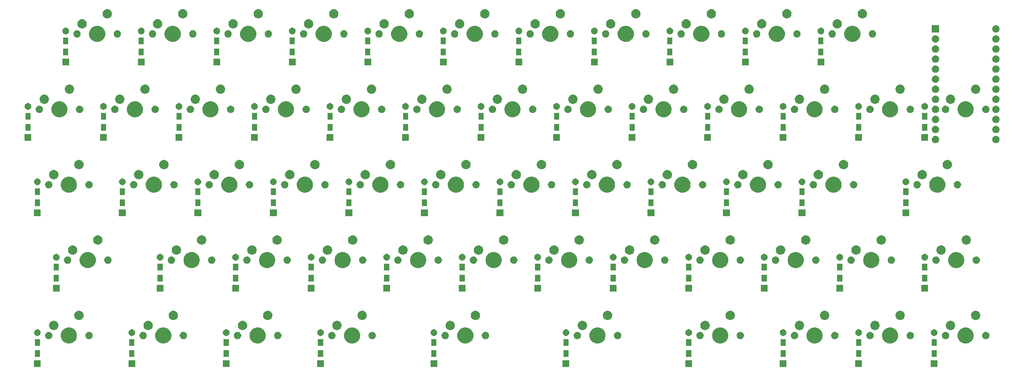
<source format=gbr>
G04 #@! TF.GenerationSoftware,KiCad,Pcbnew,(5.1.5-0-10_14)*
G04 #@! TF.CreationDate,2020-08-31T10:03:10-05:00*
G04 #@! TF.ProjectId,SithZhuyin40,53697468-5a68-4757-9969-6e34302e6b69,rev?*
G04 #@! TF.SameCoordinates,Original*
G04 #@! TF.FileFunction,Soldermask,Bot*
G04 #@! TF.FilePolarity,Negative*
%FSLAX46Y46*%
G04 Gerber Fmt 4.6, Leading zero omitted, Abs format (unit mm)*
G04 Created by KiCad (PCBNEW (5.1.5-0-10_14)) date 2020-08-31 10:03:10*
%MOMM*%
%LPD*%
G04 APERTURE LIST*
%ADD10C,0.100000*%
G04 APERTURE END LIST*
D10*
G36*
X263582250Y-138894750D02*
G01*
X261880250Y-138894750D01*
X261880250Y-137192750D01*
X263582250Y-137192750D01*
X263582250Y-138894750D01*
G37*
G36*
X244532250Y-138894750D02*
G01*
X242830250Y-138894750D01*
X242830250Y-137192750D01*
X244532250Y-137192750D01*
X244532250Y-138894750D01*
G37*
G36*
X225482250Y-138894750D02*
G01*
X223780250Y-138894750D01*
X223780250Y-137192750D01*
X225482250Y-137192750D01*
X225482250Y-138894750D01*
G37*
G36*
X201669750Y-138894750D02*
G01*
X199967750Y-138894750D01*
X199967750Y-137192750D01*
X201669750Y-137192750D01*
X201669750Y-138894750D01*
G37*
G36*
X170713500Y-138894750D02*
G01*
X169011500Y-138894750D01*
X169011500Y-137192750D01*
X170713500Y-137192750D01*
X170713500Y-138894750D01*
G37*
G36*
X137376000Y-138894750D02*
G01*
X135674000Y-138894750D01*
X135674000Y-137192750D01*
X137376000Y-137192750D01*
X137376000Y-138894750D01*
G37*
G36*
X108801000Y-138894750D02*
G01*
X107099000Y-138894750D01*
X107099000Y-137192750D01*
X108801000Y-137192750D01*
X108801000Y-138894750D01*
G37*
G36*
X84988500Y-138894750D02*
G01*
X83286500Y-138894750D01*
X83286500Y-137192750D01*
X84988500Y-137192750D01*
X84988500Y-138894750D01*
G37*
G36*
X61176000Y-138894750D02*
G01*
X59474000Y-138894750D01*
X59474000Y-137192750D01*
X61176000Y-137192750D01*
X61176000Y-138894750D01*
G37*
G36*
X37363500Y-138894750D02*
G01*
X35661500Y-138894750D01*
X35661500Y-137192750D01*
X37363500Y-137192750D01*
X37363500Y-138894750D01*
G37*
G36*
X37163500Y-136394750D02*
G01*
X35861500Y-136394750D01*
X35861500Y-134692750D01*
X37163500Y-134692750D01*
X37163500Y-136394750D01*
G37*
G36*
X60976000Y-136394750D02*
G01*
X59674000Y-136394750D01*
X59674000Y-134692750D01*
X60976000Y-134692750D01*
X60976000Y-136394750D01*
G37*
G36*
X84788500Y-136394750D02*
G01*
X83486500Y-136394750D01*
X83486500Y-134692750D01*
X84788500Y-134692750D01*
X84788500Y-136394750D01*
G37*
G36*
X108601000Y-136394750D02*
G01*
X107299000Y-136394750D01*
X107299000Y-134692750D01*
X108601000Y-134692750D01*
X108601000Y-136394750D01*
G37*
G36*
X137176000Y-136394750D02*
G01*
X135874000Y-136394750D01*
X135874000Y-134692750D01*
X137176000Y-134692750D01*
X137176000Y-136394750D01*
G37*
G36*
X170513500Y-136394750D02*
G01*
X169211500Y-136394750D01*
X169211500Y-134692750D01*
X170513500Y-134692750D01*
X170513500Y-136394750D01*
G37*
G36*
X201469750Y-136394750D02*
G01*
X200167750Y-136394750D01*
X200167750Y-134692750D01*
X201469750Y-134692750D01*
X201469750Y-136394750D01*
G37*
G36*
X225282250Y-136394750D02*
G01*
X223980250Y-136394750D01*
X223980250Y-134692750D01*
X225282250Y-134692750D01*
X225282250Y-136394750D01*
G37*
G36*
X244332250Y-136394750D02*
G01*
X243030250Y-136394750D01*
X243030250Y-134692750D01*
X244332250Y-134692750D01*
X244332250Y-136394750D01*
G37*
G36*
X263382250Y-136394750D02*
G01*
X262080250Y-136394750D01*
X262080250Y-134692750D01*
X263382250Y-134692750D01*
X263382250Y-136394750D01*
G37*
G36*
X37163500Y-133594750D02*
G01*
X35861500Y-133594750D01*
X35861500Y-131892750D01*
X37163500Y-131892750D01*
X37163500Y-133594750D01*
G37*
G36*
X263382250Y-133594750D02*
G01*
X262080250Y-133594750D01*
X262080250Y-131892750D01*
X263382250Y-131892750D01*
X263382250Y-133594750D01*
G37*
G36*
X244332250Y-133594750D02*
G01*
X243030250Y-133594750D01*
X243030250Y-131892750D01*
X244332250Y-131892750D01*
X244332250Y-133594750D01*
G37*
G36*
X60976000Y-133594750D02*
G01*
X59674000Y-133594750D01*
X59674000Y-131892750D01*
X60976000Y-131892750D01*
X60976000Y-133594750D01*
G37*
G36*
X225282250Y-133594750D02*
G01*
X223980250Y-133594750D01*
X223980250Y-131892750D01*
X225282250Y-131892750D01*
X225282250Y-133594750D01*
G37*
G36*
X201469750Y-133594750D02*
G01*
X200167750Y-133594750D01*
X200167750Y-131892750D01*
X201469750Y-131892750D01*
X201469750Y-133594750D01*
G37*
G36*
X84788500Y-133594750D02*
G01*
X83486500Y-133594750D01*
X83486500Y-131892750D01*
X84788500Y-131892750D01*
X84788500Y-133594750D01*
G37*
G36*
X170513500Y-133594750D02*
G01*
X169211500Y-133594750D01*
X169211500Y-131892750D01*
X170513500Y-131892750D01*
X170513500Y-133594750D01*
G37*
G36*
X137176000Y-133594750D02*
G01*
X135874000Y-133594750D01*
X135874000Y-131892750D01*
X137176000Y-131892750D01*
X137176000Y-133594750D01*
G37*
G36*
X108601000Y-133594750D02*
G01*
X107299000Y-133594750D01*
X107299000Y-131892750D01*
X108601000Y-131892750D01*
X108601000Y-133594750D01*
G37*
G36*
X271265224Y-129002434D02*
G01*
X271483224Y-129092733D01*
X271637373Y-129156583D01*
X271972298Y-129380373D01*
X272257127Y-129665202D01*
X272480917Y-130000127D01*
X272513312Y-130078336D01*
X272635066Y-130372276D01*
X272713650Y-130767344D01*
X272713650Y-131170156D01*
X272635066Y-131565224D01*
X272584201Y-131688022D01*
X272480917Y-131937373D01*
X272257127Y-132272298D01*
X271972298Y-132557127D01*
X271637373Y-132780917D01*
X271483224Y-132844767D01*
X271265224Y-132935066D01*
X270870156Y-133013650D01*
X270467344Y-133013650D01*
X270072276Y-132935066D01*
X269854276Y-132844767D01*
X269700127Y-132780917D01*
X269365202Y-132557127D01*
X269080373Y-132272298D01*
X268856583Y-131937373D01*
X268753299Y-131688022D01*
X268702434Y-131565224D01*
X268623850Y-131170156D01*
X268623850Y-130767344D01*
X268702434Y-130372276D01*
X268824188Y-130078336D01*
X268856583Y-130000127D01*
X269080373Y-129665202D01*
X269365202Y-129380373D01*
X269700127Y-129156583D01*
X269854276Y-129092733D01*
X270072276Y-129002434D01*
X270467344Y-128923850D01*
X270870156Y-128923850D01*
X271265224Y-129002434D01*
G37*
G36*
X145058974Y-129002434D02*
G01*
X145276974Y-129092733D01*
X145431123Y-129156583D01*
X145766048Y-129380373D01*
X146050877Y-129665202D01*
X146274667Y-130000127D01*
X146307062Y-130078336D01*
X146428816Y-130372276D01*
X146507400Y-130767344D01*
X146507400Y-131170156D01*
X146428816Y-131565224D01*
X146377951Y-131688022D01*
X146274667Y-131937373D01*
X146050877Y-132272298D01*
X145766048Y-132557127D01*
X145431123Y-132780917D01*
X145276974Y-132844767D01*
X145058974Y-132935066D01*
X144663906Y-133013650D01*
X144261094Y-133013650D01*
X143866026Y-132935066D01*
X143648026Y-132844767D01*
X143493877Y-132780917D01*
X143158952Y-132557127D01*
X142874123Y-132272298D01*
X142650333Y-131937373D01*
X142547049Y-131688022D01*
X142496184Y-131565224D01*
X142417600Y-131170156D01*
X142417600Y-130767344D01*
X142496184Y-130372276D01*
X142617938Y-130078336D01*
X142650333Y-130000127D01*
X142874123Y-129665202D01*
X143158952Y-129380373D01*
X143493877Y-129156583D01*
X143648026Y-129092733D01*
X143866026Y-129002434D01*
X144261094Y-128923850D01*
X144663906Y-128923850D01*
X145058974Y-129002434D01*
G37*
G36*
X252215224Y-129002434D02*
G01*
X252433224Y-129092733D01*
X252587373Y-129156583D01*
X252922298Y-129380373D01*
X253207127Y-129665202D01*
X253430917Y-130000127D01*
X253463312Y-130078336D01*
X253585066Y-130372276D01*
X253663650Y-130767344D01*
X253663650Y-131170156D01*
X253585066Y-131565224D01*
X253534201Y-131688022D01*
X253430917Y-131937373D01*
X253207127Y-132272298D01*
X252922298Y-132557127D01*
X252587373Y-132780917D01*
X252433224Y-132844767D01*
X252215224Y-132935066D01*
X251820156Y-133013650D01*
X251417344Y-133013650D01*
X251022276Y-132935066D01*
X250804276Y-132844767D01*
X250650127Y-132780917D01*
X250315202Y-132557127D01*
X250030373Y-132272298D01*
X249806583Y-131937373D01*
X249703299Y-131688022D01*
X249652434Y-131565224D01*
X249573850Y-131170156D01*
X249573850Y-130767344D01*
X249652434Y-130372276D01*
X249774188Y-130078336D01*
X249806583Y-130000127D01*
X250030373Y-129665202D01*
X250315202Y-129380373D01*
X250650127Y-129156583D01*
X250804276Y-129092733D01*
X251022276Y-129002434D01*
X251417344Y-128923850D01*
X251820156Y-128923850D01*
X252215224Y-129002434D01*
G37*
G36*
X233165224Y-129002434D02*
G01*
X233383224Y-129092733D01*
X233537373Y-129156583D01*
X233872298Y-129380373D01*
X234157127Y-129665202D01*
X234380917Y-130000127D01*
X234413312Y-130078336D01*
X234535066Y-130372276D01*
X234613650Y-130767344D01*
X234613650Y-131170156D01*
X234535066Y-131565224D01*
X234484201Y-131688022D01*
X234380917Y-131937373D01*
X234157127Y-132272298D01*
X233872298Y-132557127D01*
X233537373Y-132780917D01*
X233383224Y-132844767D01*
X233165224Y-132935066D01*
X232770156Y-133013650D01*
X232367344Y-133013650D01*
X231972276Y-132935066D01*
X231754276Y-132844767D01*
X231600127Y-132780917D01*
X231265202Y-132557127D01*
X230980373Y-132272298D01*
X230756583Y-131937373D01*
X230653299Y-131688022D01*
X230602434Y-131565224D01*
X230523850Y-131170156D01*
X230523850Y-130767344D01*
X230602434Y-130372276D01*
X230724188Y-130078336D01*
X230756583Y-130000127D01*
X230980373Y-129665202D01*
X231265202Y-129380373D01*
X231600127Y-129156583D01*
X231754276Y-129092733D01*
X231972276Y-129002434D01*
X232367344Y-128923850D01*
X232770156Y-128923850D01*
X233165224Y-129002434D01*
G37*
G36*
X209352724Y-129002434D02*
G01*
X209570724Y-129092733D01*
X209724873Y-129156583D01*
X210059798Y-129380373D01*
X210344627Y-129665202D01*
X210568417Y-130000127D01*
X210600812Y-130078336D01*
X210722566Y-130372276D01*
X210801150Y-130767344D01*
X210801150Y-131170156D01*
X210722566Y-131565224D01*
X210671701Y-131688022D01*
X210568417Y-131937373D01*
X210344627Y-132272298D01*
X210059798Y-132557127D01*
X209724873Y-132780917D01*
X209570724Y-132844767D01*
X209352724Y-132935066D01*
X208957656Y-133013650D01*
X208554844Y-133013650D01*
X208159776Y-132935066D01*
X207941776Y-132844767D01*
X207787627Y-132780917D01*
X207452702Y-132557127D01*
X207167873Y-132272298D01*
X206944083Y-131937373D01*
X206840799Y-131688022D01*
X206789934Y-131565224D01*
X206711350Y-131170156D01*
X206711350Y-130767344D01*
X206789934Y-130372276D01*
X206911688Y-130078336D01*
X206944083Y-130000127D01*
X207167873Y-129665202D01*
X207452702Y-129380373D01*
X207787627Y-129156583D01*
X207941776Y-129092733D01*
X208159776Y-129002434D01*
X208554844Y-128923850D01*
X208957656Y-128923850D01*
X209352724Y-129002434D01*
G37*
G36*
X178396474Y-129002434D02*
G01*
X178614474Y-129092733D01*
X178768623Y-129156583D01*
X179103548Y-129380373D01*
X179388377Y-129665202D01*
X179612167Y-130000127D01*
X179644562Y-130078336D01*
X179766316Y-130372276D01*
X179844900Y-130767344D01*
X179844900Y-131170156D01*
X179766316Y-131565224D01*
X179715451Y-131688022D01*
X179612167Y-131937373D01*
X179388377Y-132272298D01*
X179103548Y-132557127D01*
X178768623Y-132780917D01*
X178614474Y-132844767D01*
X178396474Y-132935066D01*
X178001406Y-133013650D01*
X177598594Y-133013650D01*
X177203526Y-132935066D01*
X176985526Y-132844767D01*
X176831377Y-132780917D01*
X176496452Y-132557127D01*
X176211623Y-132272298D01*
X175987833Y-131937373D01*
X175884549Y-131688022D01*
X175833684Y-131565224D01*
X175755100Y-131170156D01*
X175755100Y-130767344D01*
X175833684Y-130372276D01*
X175955438Y-130078336D01*
X175987833Y-130000127D01*
X176211623Y-129665202D01*
X176496452Y-129380373D01*
X176831377Y-129156583D01*
X176985526Y-129092733D01*
X177203526Y-129002434D01*
X177598594Y-128923850D01*
X178001406Y-128923850D01*
X178396474Y-129002434D01*
G37*
G36*
X116483974Y-129002434D02*
G01*
X116701974Y-129092733D01*
X116856123Y-129156583D01*
X117191048Y-129380373D01*
X117475877Y-129665202D01*
X117699667Y-130000127D01*
X117732062Y-130078336D01*
X117853816Y-130372276D01*
X117932400Y-130767344D01*
X117932400Y-131170156D01*
X117853816Y-131565224D01*
X117802951Y-131688022D01*
X117699667Y-131937373D01*
X117475877Y-132272298D01*
X117191048Y-132557127D01*
X116856123Y-132780917D01*
X116701974Y-132844767D01*
X116483974Y-132935066D01*
X116088906Y-133013650D01*
X115686094Y-133013650D01*
X115291026Y-132935066D01*
X115073026Y-132844767D01*
X114918877Y-132780917D01*
X114583952Y-132557127D01*
X114299123Y-132272298D01*
X114075333Y-131937373D01*
X113972049Y-131688022D01*
X113921184Y-131565224D01*
X113842600Y-131170156D01*
X113842600Y-130767344D01*
X113921184Y-130372276D01*
X114042938Y-130078336D01*
X114075333Y-130000127D01*
X114299123Y-129665202D01*
X114583952Y-129380373D01*
X114918877Y-129156583D01*
X115073026Y-129092733D01*
X115291026Y-129002434D01*
X115686094Y-128923850D01*
X116088906Y-128923850D01*
X116483974Y-129002434D01*
G37*
G36*
X92671474Y-129002434D02*
G01*
X92889474Y-129092733D01*
X93043623Y-129156583D01*
X93378548Y-129380373D01*
X93663377Y-129665202D01*
X93887167Y-130000127D01*
X93919562Y-130078336D01*
X94041316Y-130372276D01*
X94119900Y-130767344D01*
X94119900Y-131170156D01*
X94041316Y-131565224D01*
X93990451Y-131688022D01*
X93887167Y-131937373D01*
X93663377Y-132272298D01*
X93378548Y-132557127D01*
X93043623Y-132780917D01*
X92889474Y-132844767D01*
X92671474Y-132935066D01*
X92276406Y-133013650D01*
X91873594Y-133013650D01*
X91478526Y-132935066D01*
X91260526Y-132844767D01*
X91106377Y-132780917D01*
X90771452Y-132557127D01*
X90486623Y-132272298D01*
X90262833Y-131937373D01*
X90159549Y-131688022D01*
X90108684Y-131565224D01*
X90030100Y-131170156D01*
X90030100Y-130767344D01*
X90108684Y-130372276D01*
X90230438Y-130078336D01*
X90262833Y-130000127D01*
X90486623Y-129665202D01*
X90771452Y-129380373D01*
X91106377Y-129156583D01*
X91260526Y-129092733D01*
X91478526Y-129002434D01*
X91873594Y-128923850D01*
X92276406Y-128923850D01*
X92671474Y-129002434D01*
G37*
G36*
X68858974Y-129002434D02*
G01*
X69076974Y-129092733D01*
X69231123Y-129156583D01*
X69566048Y-129380373D01*
X69850877Y-129665202D01*
X70074667Y-130000127D01*
X70107062Y-130078336D01*
X70228816Y-130372276D01*
X70307400Y-130767344D01*
X70307400Y-131170156D01*
X70228816Y-131565224D01*
X70177951Y-131688022D01*
X70074667Y-131937373D01*
X69850877Y-132272298D01*
X69566048Y-132557127D01*
X69231123Y-132780917D01*
X69076974Y-132844767D01*
X68858974Y-132935066D01*
X68463906Y-133013650D01*
X68061094Y-133013650D01*
X67666026Y-132935066D01*
X67448026Y-132844767D01*
X67293877Y-132780917D01*
X66958952Y-132557127D01*
X66674123Y-132272298D01*
X66450333Y-131937373D01*
X66347049Y-131688022D01*
X66296184Y-131565224D01*
X66217600Y-131170156D01*
X66217600Y-130767344D01*
X66296184Y-130372276D01*
X66417938Y-130078336D01*
X66450333Y-130000127D01*
X66674123Y-129665202D01*
X66958952Y-129380373D01*
X67293877Y-129156583D01*
X67448026Y-129092733D01*
X67666026Y-129002434D01*
X68061094Y-128923850D01*
X68463906Y-128923850D01*
X68858974Y-129002434D01*
G37*
G36*
X45046474Y-129002434D02*
G01*
X45264474Y-129092733D01*
X45418623Y-129156583D01*
X45753548Y-129380373D01*
X46038377Y-129665202D01*
X46262167Y-130000127D01*
X46294562Y-130078336D01*
X46416316Y-130372276D01*
X46494900Y-130767344D01*
X46494900Y-131170156D01*
X46416316Y-131565224D01*
X46365451Y-131688022D01*
X46262167Y-131937373D01*
X46038377Y-132272298D01*
X45753548Y-132557127D01*
X45418623Y-132780917D01*
X45264474Y-132844767D01*
X45046474Y-132935066D01*
X44651406Y-133013650D01*
X44248594Y-133013650D01*
X43853526Y-132935066D01*
X43635526Y-132844767D01*
X43481377Y-132780917D01*
X43146452Y-132557127D01*
X42861623Y-132272298D01*
X42637833Y-131937373D01*
X42534549Y-131688022D01*
X42483684Y-131565224D01*
X42405100Y-131170156D01*
X42405100Y-130767344D01*
X42483684Y-130372276D01*
X42605438Y-130078336D01*
X42637833Y-130000127D01*
X42861623Y-129665202D01*
X43146452Y-129380373D01*
X43481377Y-129156583D01*
X43635526Y-129092733D01*
X43853526Y-129002434D01*
X44248594Y-128923850D01*
X44651406Y-128923850D01*
X45046474Y-129002434D01*
G37*
G36*
X276018854Y-130078335D02*
G01*
X276187376Y-130148139D01*
X276339041Y-130249478D01*
X276468022Y-130378459D01*
X276569361Y-130530124D01*
X276639165Y-130698646D01*
X276674750Y-130877547D01*
X276674750Y-131059953D01*
X276639165Y-131238854D01*
X276569361Y-131407376D01*
X276468022Y-131559041D01*
X276339041Y-131688022D01*
X276187376Y-131789361D01*
X276018854Y-131859165D01*
X275839953Y-131894750D01*
X275657547Y-131894750D01*
X275478646Y-131859165D01*
X275310124Y-131789361D01*
X275158459Y-131688022D01*
X275029478Y-131559041D01*
X274928139Y-131407376D01*
X274858335Y-131238854D01*
X274822750Y-131059953D01*
X274822750Y-130877547D01*
X274858335Y-130698646D01*
X274928139Y-130530124D01*
X275029478Y-130378459D01*
X275158459Y-130249478D01*
X275310124Y-130148139D01*
X275478646Y-130078335D01*
X275657547Y-130042750D01*
X275839953Y-130042750D01*
X276018854Y-130078335D01*
G37*
G36*
X265858854Y-130078335D02*
G01*
X266027376Y-130148139D01*
X266179041Y-130249478D01*
X266308022Y-130378459D01*
X266409361Y-130530124D01*
X266479165Y-130698646D01*
X266514750Y-130877547D01*
X266514750Y-131059953D01*
X266479165Y-131238854D01*
X266409361Y-131407376D01*
X266308022Y-131559041D01*
X266179041Y-131688022D01*
X266027376Y-131789361D01*
X265858854Y-131859165D01*
X265679953Y-131894750D01*
X265497547Y-131894750D01*
X265318646Y-131859165D01*
X265150124Y-131789361D01*
X264998459Y-131688022D01*
X264869478Y-131559041D01*
X264768139Y-131407376D01*
X264698335Y-131238854D01*
X264662750Y-131059953D01*
X264662750Y-130877547D01*
X264698335Y-130698646D01*
X264768139Y-130530124D01*
X264869478Y-130378459D01*
X264998459Y-130249478D01*
X265150124Y-130148139D01*
X265318646Y-130078335D01*
X265497547Y-130042750D01*
X265679953Y-130042750D01*
X265858854Y-130078335D01*
G37*
G36*
X87265104Y-130078335D02*
G01*
X87433626Y-130148139D01*
X87585291Y-130249478D01*
X87714272Y-130378459D01*
X87815611Y-130530124D01*
X87885415Y-130698646D01*
X87921000Y-130877547D01*
X87921000Y-131059953D01*
X87885415Y-131238854D01*
X87815611Y-131407376D01*
X87714272Y-131559041D01*
X87585291Y-131688022D01*
X87433626Y-131789361D01*
X87265104Y-131859165D01*
X87086203Y-131894750D01*
X86903797Y-131894750D01*
X86724896Y-131859165D01*
X86556374Y-131789361D01*
X86404709Y-131688022D01*
X86275728Y-131559041D01*
X86174389Y-131407376D01*
X86104585Y-131238854D01*
X86069000Y-131059953D01*
X86069000Y-130877547D01*
X86104585Y-130698646D01*
X86174389Y-130530124D01*
X86275728Y-130378459D01*
X86404709Y-130249478D01*
X86556374Y-130148139D01*
X86724896Y-130078335D01*
X86903797Y-130042750D01*
X87086203Y-130042750D01*
X87265104Y-130078335D01*
G37*
G36*
X73612604Y-130078335D02*
G01*
X73781126Y-130148139D01*
X73932791Y-130249478D01*
X74061772Y-130378459D01*
X74163111Y-130530124D01*
X74232915Y-130698646D01*
X74268500Y-130877547D01*
X74268500Y-131059953D01*
X74232915Y-131238854D01*
X74163111Y-131407376D01*
X74061772Y-131559041D01*
X73932791Y-131688022D01*
X73781126Y-131789361D01*
X73612604Y-131859165D01*
X73433703Y-131894750D01*
X73251297Y-131894750D01*
X73072396Y-131859165D01*
X72903874Y-131789361D01*
X72752209Y-131688022D01*
X72623228Y-131559041D01*
X72521889Y-131407376D01*
X72452085Y-131238854D01*
X72416500Y-131059953D01*
X72416500Y-130877547D01*
X72452085Y-130698646D01*
X72521889Y-130530124D01*
X72623228Y-130378459D01*
X72752209Y-130249478D01*
X72903874Y-130148139D01*
X73072396Y-130078335D01*
X73251297Y-130042750D01*
X73433703Y-130042750D01*
X73612604Y-130078335D01*
G37*
G36*
X246808854Y-130078335D02*
G01*
X246977376Y-130148139D01*
X247129041Y-130249478D01*
X247258022Y-130378459D01*
X247359361Y-130530124D01*
X247429165Y-130698646D01*
X247464750Y-130877547D01*
X247464750Y-131059953D01*
X247429165Y-131238854D01*
X247359361Y-131407376D01*
X247258022Y-131559041D01*
X247129041Y-131688022D01*
X246977376Y-131789361D01*
X246808854Y-131859165D01*
X246629953Y-131894750D01*
X246447547Y-131894750D01*
X246268646Y-131859165D01*
X246100124Y-131789361D01*
X245948459Y-131688022D01*
X245819478Y-131559041D01*
X245718139Y-131407376D01*
X245648335Y-131238854D01*
X245612750Y-131059953D01*
X245612750Y-130877547D01*
X245648335Y-130698646D01*
X245718139Y-130530124D01*
X245819478Y-130378459D01*
X245948459Y-130249478D01*
X246100124Y-130148139D01*
X246268646Y-130078335D01*
X246447547Y-130042750D01*
X246629953Y-130042750D01*
X246808854Y-130078335D01*
G37*
G36*
X256968854Y-130078335D02*
G01*
X257137376Y-130148139D01*
X257289041Y-130249478D01*
X257418022Y-130378459D01*
X257519361Y-130530124D01*
X257589165Y-130698646D01*
X257624750Y-130877547D01*
X257624750Y-131059953D01*
X257589165Y-131238854D01*
X257519361Y-131407376D01*
X257418022Y-131559041D01*
X257289041Y-131688022D01*
X257137376Y-131789361D01*
X256968854Y-131859165D01*
X256789953Y-131894750D01*
X256607547Y-131894750D01*
X256428646Y-131859165D01*
X256260124Y-131789361D01*
X256108459Y-131688022D01*
X255979478Y-131559041D01*
X255878139Y-131407376D01*
X255808335Y-131238854D01*
X255772750Y-131059953D01*
X255772750Y-130877547D01*
X255808335Y-130698646D01*
X255878139Y-130530124D01*
X255979478Y-130378459D01*
X256108459Y-130249478D01*
X256260124Y-130148139D01*
X256428646Y-130078335D01*
X256607547Y-130042750D01*
X256789953Y-130042750D01*
X256968854Y-130078335D01*
G37*
G36*
X227758854Y-130078335D02*
G01*
X227927376Y-130148139D01*
X228079041Y-130249478D01*
X228208022Y-130378459D01*
X228309361Y-130530124D01*
X228379165Y-130698646D01*
X228414750Y-130877547D01*
X228414750Y-131059953D01*
X228379165Y-131238854D01*
X228309361Y-131407376D01*
X228208022Y-131559041D01*
X228079041Y-131688022D01*
X227927376Y-131789361D01*
X227758854Y-131859165D01*
X227579953Y-131894750D01*
X227397547Y-131894750D01*
X227218646Y-131859165D01*
X227050124Y-131789361D01*
X226898459Y-131688022D01*
X226769478Y-131559041D01*
X226668139Y-131407376D01*
X226598335Y-131238854D01*
X226562750Y-131059953D01*
X226562750Y-130877547D01*
X226598335Y-130698646D01*
X226668139Y-130530124D01*
X226769478Y-130378459D01*
X226898459Y-130249478D01*
X227050124Y-130148139D01*
X227218646Y-130078335D01*
X227397547Y-130042750D01*
X227579953Y-130042750D01*
X227758854Y-130078335D01*
G37*
G36*
X237918854Y-130078335D02*
G01*
X238087376Y-130148139D01*
X238239041Y-130249478D01*
X238368022Y-130378459D01*
X238469361Y-130530124D01*
X238539165Y-130698646D01*
X238574750Y-130877547D01*
X238574750Y-131059953D01*
X238539165Y-131238854D01*
X238469361Y-131407376D01*
X238368022Y-131559041D01*
X238239041Y-131688022D01*
X238087376Y-131789361D01*
X237918854Y-131859165D01*
X237739953Y-131894750D01*
X237557547Y-131894750D01*
X237378646Y-131859165D01*
X237210124Y-131789361D01*
X237058459Y-131688022D01*
X236929478Y-131559041D01*
X236828139Y-131407376D01*
X236758335Y-131238854D01*
X236722750Y-131059953D01*
X236722750Y-130877547D01*
X236758335Y-130698646D01*
X236828139Y-130530124D01*
X236929478Y-130378459D01*
X237058459Y-130249478D01*
X237210124Y-130148139D01*
X237378646Y-130078335D01*
X237557547Y-130042750D01*
X237739953Y-130042750D01*
X237918854Y-130078335D01*
G37*
G36*
X63452604Y-130078335D02*
G01*
X63621126Y-130148139D01*
X63772791Y-130249478D01*
X63901772Y-130378459D01*
X64003111Y-130530124D01*
X64072915Y-130698646D01*
X64108500Y-130877547D01*
X64108500Y-131059953D01*
X64072915Y-131238854D01*
X64003111Y-131407376D01*
X63901772Y-131559041D01*
X63772791Y-131688022D01*
X63621126Y-131789361D01*
X63452604Y-131859165D01*
X63273703Y-131894750D01*
X63091297Y-131894750D01*
X62912396Y-131859165D01*
X62743874Y-131789361D01*
X62592209Y-131688022D01*
X62463228Y-131559041D01*
X62361889Y-131407376D01*
X62292085Y-131238854D01*
X62256500Y-131059953D01*
X62256500Y-130877547D01*
X62292085Y-130698646D01*
X62361889Y-130530124D01*
X62463228Y-130378459D01*
X62592209Y-130249478D01*
X62743874Y-130148139D01*
X62912396Y-130078335D01*
X63091297Y-130042750D01*
X63273703Y-130042750D01*
X63452604Y-130078335D01*
G37*
G36*
X203946354Y-130078335D02*
G01*
X204114876Y-130148139D01*
X204266541Y-130249478D01*
X204395522Y-130378459D01*
X204496861Y-130530124D01*
X204566665Y-130698646D01*
X204602250Y-130877547D01*
X204602250Y-131059953D01*
X204566665Y-131238854D01*
X204496861Y-131407376D01*
X204395522Y-131559041D01*
X204266541Y-131688022D01*
X204114876Y-131789361D01*
X203946354Y-131859165D01*
X203767453Y-131894750D01*
X203585047Y-131894750D01*
X203406146Y-131859165D01*
X203237624Y-131789361D01*
X203085959Y-131688022D01*
X202956978Y-131559041D01*
X202855639Y-131407376D01*
X202785835Y-131238854D01*
X202750250Y-131059953D01*
X202750250Y-130877547D01*
X202785835Y-130698646D01*
X202855639Y-130530124D01*
X202956978Y-130378459D01*
X203085959Y-130249478D01*
X203237624Y-130148139D01*
X203406146Y-130078335D01*
X203585047Y-130042750D01*
X203767453Y-130042750D01*
X203946354Y-130078335D01*
G37*
G36*
X214106354Y-130078335D02*
G01*
X214274876Y-130148139D01*
X214426541Y-130249478D01*
X214555522Y-130378459D01*
X214656861Y-130530124D01*
X214726665Y-130698646D01*
X214762250Y-130877547D01*
X214762250Y-131059953D01*
X214726665Y-131238854D01*
X214656861Y-131407376D01*
X214555522Y-131559041D01*
X214426541Y-131688022D01*
X214274876Y-131789361D01*
X214106354Y-131859165D01*
X213927453Y-131894750D01*
X213745047Y-131894750D01*
X213566146Y-131859165D01*
X213397624Y-131789361D01*
X213245959Y-131688022D01*
X213116978Y-131559041D01*
X213015639Y-131407376D01*
X212945835Y-131238854D01*
X212910250Y-131059953D01*
X212910250Y-130877547D01*
X212945835Y-130698646D01*
X213015639Y-130530124D01*
X213116978Y-130378459D01*
X213245959Y-130249478D01*
X213397624Y-130148139D01*
X213566146Y-130078335D01*
X213745047Y-130042750D01*
X213927453Y-130042750D01*
X214106354Y-130078335D01*
G37*
G36*
X172990104Y-130078335D02*
G01*
X173158626Y-130148139D01*
X173310291Y-130249478D01*
X173439272Y-130378459D01*
X173540611Y-130530124D01*
X173610415Y-130698646D01*
X173646000Y-130877547D01*
X173646000Y-131059953D01*
X173610415Y-131238854D01*
X173540611Y-131407376D01*
X173439272Y-131559041D01*
X173310291Y-131688022D01*
X173158626Y-131789361D01*
X172990104Y-131859165D01*
X172811203Y-131894750D01*
X172628797Y-131894750D01*
X172449896Y-131859165D01*
X172281374Y-131789361D01*
X172129709Y-131688022D01*
X172000728Y-131559041D01*
X171899389Y-131407376D01*
X171829585Y-131238854D01*
X171794000Y-131059953D01*
X171794000Y-130877547D01*
X171829585Y-130698646D01*
X171899389Y-130530124D01*
X172000728Y-130378459D01*
X172129709Y-130249478D01*
X172281374Y-130148139D01*
X172449896Y-130078335D01*
X172628797Y-130042750D01*
X172811203Y-130042750D01*
X172990104Y-130078335D01*
G37*
G36*
X183150104Y-130078335D02*
G01*
X183318626Y-130148139D01*
X183470291Y-130249478D01*
X183599272Y-130378459D01*
X183700611Y-130530124D01*
X183770415Y-130698646D01*
X183806000Y-130877547D01*
X183806000Y-131059953D01*
X183770415Y-131238854D01*
X183700611Y-131407376D01*
X183599272Y-131559041D01*
X183470291Y-131688022D01*
X183318626Y-131789361D01*
X183150104Y-131859165D01*
X182971203Y-131894750D01*
X182788797Y-131894750D01*
X182609896Y-131859165D01*
X182441374Y-131789361D01*
X182289709Y-131688022D01*
X182160728Y-131559041D01*
X182059389Y-131407376D01*
X181989585Y-131238854D01*
X181954000Y-131059953D01*
X181954000Y-130877547D01*
X181989585Y-130698646D01*
X182059389Y-130530124D01*
X182160728Y-130378459D01*
X182289709Y-130249478D01*
X182441374Y-130148139D01*
X182609896Y-130078335D01*
X182788797Y-130042750D01*
X182971203Y-130042750D01*
X183150104Y-130078335D01*
G37*
G36*
X49800104Y-130078335D02*
G01*
X49968626Y-130148139D01*
X50120291Y-130249478D01*
X50249272Y-130378459D01*
X50350611Y-130530124D01*
X50420415Y-130698646D01*
X50456000Y-130877547D01*
X50456000Y-131059953D01*
X50420415Y-131238854D01*
X50350611Y-131407376D01*
X50249272Y-131559041D01*
X50120291Y-131688022D01*
X49968626Y-131789361D01*
X49800104Y-131859165D01*
X49621203Y-131894750D01*
X49438797Y-131894750D01*
X49259896Y-131859165D01*
X49091374Y-131789361D01*
X48939709Y-131688022D01*
X48810728Y-131559041D01*
X48709389Y-131407376D01*
X48639585Y-131238854D01*
X48604000Y-131059953D01*
X48604000Y-130877547D01*
X48639585Y-130698646D01*
X48709389Y-130530124D01*
X48810728Y-130378459D01*
X48939709Y-130249478D01*
X49091374Y-130148139D01*
X49259896Y-130078335D01*
X49438797Y-130042750D01*
X49621203Y-130042750D01*
X49800104Y-130078335D01*
G37*
G36*
X139652604Y-130078335D02*
G01*
X139821126Y-130148139D01*
X139972791Y-130249478D01*
X140101772Y-130378459D01*
X140203111Y-130530124D01*
X140272915Y-130698646D01*
X140308500Y-130877547D01*
X140308500Y-131059953D01*
X140272915Y-131238854D01*
X140203111Y-131407376D01*
X140101772Y-131559041D01*
X139972791Y-131688022D01*
X139821126Y-131789361D01*
X139652604Y-131859165D01*
X139473703Y-131894750D01*
X139291297Y-131894750D01*
X139112396Y-131859165D01*
X138943874Y-131789361D01*
X138792209Y-131688022D01*
X138663228Y-131559041D01*
X138561889Y-131407376D01*
X138492085Y-131238854D01*
X138456500Y-131059953D01*
X138456500Y-130877547D01*
X138492085Y-130698646D01*
X138561889Y-130530124D01*
X138663228Y-130378459D01*
X138792209Y-130249478D01*
X138943874Y-130148139D01*
X139112396Y-130078335D01*
X139291297Y-130042750D01*
X139473703Y-130042750D01*
X139652604Y-130078335D01*
G37*
G36*
X149812604Y-130078335D02*
G01*
X149981126Y-130148139D01*
X150132791Y-130249478D01*
X150261772Y-130378459D01*
X150363111Y-130530124D01*
X150432915Y-130698646D01*
X150468500Y-130877547D01*
X150468500Y-131059953D01*
X150432915Y-131238854D01*
X150363111Y-131407376D01*
X150261772Y-131559041D01*
X150132791Y-131688022D01*
X149981126Y-131789361D01*
X149812604Y-131859165D01*
X149633703Y-131894750D01*
X149451297Y-131894750D01*
X149272396Y-131859165D01*
X149103874Y-131789361D01*
X148952209Y-131688022D01*
X148823228Y-131559041D01*
X148721889Y-131407376D01*
X148652085Y-131238854D01*
X148616500Y-131059953D01*
X148616500Y-130877547D01*
X148652085Y-130698646D01*
X148721889Y-130530124D01*
X148823228Y-130378459D01*
X148952209Y-130249478D01*
X149103874Y-130148139D01*
X149272396Y-130078335D01*
X149451297Y-130042750D01*
X149633703Y-130042750D01*
X149812604Y-130078335D01*
G37*
G36*
X39640104Y-130078335D02*
G01*
X39808626Y-130148139D01*
X39960291Y-130249478D01*
X40089272Y-130378459D01*
X40190611Y-130530124D01*
X40260415Y-130698646D01*
X40296000Y-130877547D01*
X40296000Y-131059953D01*
X40260415Y-131238854D01*
X40190611Y-131407376D01*
X40089272Y-131559041D01*
X39960291Y-131688022D01*
X39808626Y-131789361D01*
X39640104Y-131859165D01*
X39461203Y-131894750D01*
X39278797Y-131894750D01*
X39099896Y-131859165D01*
X38931374Y-131789361D01*
X38779709Y-131688022D01*
X38650728Y-131559041D01*
X38549389Y-131407376D01*
X38479585Y-131238854D01*
X38444000Y-131059953D01*
X38444000Y-130877547D01*
X38479585Y-130698646D01*
X38549389Y-130530124D01*
X38650728Y-130378459D01*
X38779709Y-130249478D01*
X38931374Y-130148139D01*
X39099896Y-130078335D01*
X39278797Y-130042750D01*
X39461203Y-130042750D01*
X39640104Y-130078335D01*
G37*
G36*
X111077604Y-130078335D02*
G01*
X111246126Y-130148139D01*
X111397791Y-130249478D01*
X111526772Y-130378459D01*
X111628111Y-130530124D01*
X111697915Y-130698646D01*
X111733500Y-130877547D01*
X111733500Y-131059953D01*
X111697915Y-131238854D01*
X111628111Y-131407376D01*
X111526772Y-131559041D01*
X111397791Y-131688022D01*
X111246126Y-131789361D01*
X111077604Y-131859165D01*
X110898703Y-131894750D01*
X110716297Y-131894750D01*
X110537396Y-131859165D01*
X110368874Y-131789361D01*
X110217209Y-131688022D01*
X110088228Y-131559041D01*
X109986889Y-131407376D01*
X109917085Y-131238854D01*
X109881500Y-131059953D01*
X109881500Y-130877547D01*
X109917085Y-130698646D01*
X109986889Y-130530124D01*
X110088228Y-130378459D01*
X110217209Y-130249478D01*
X110368874Y-130148139D01*
X110537396Y-130078335D01*
X110716297Y-130042750D01*
X110898703Y-130042750D01*
X111077604Y-130078335D01*
G37*
G36*
X121237604Y-130078335D02*
G01*
X121406126Y-130148139D01*
X121557791Y-130249478D01*
X121686772Y-130378459D01*
X121788111Y-130530124D01*
X121857915Y-130698646D01*
X121893500Y-130877547D01*
X121893500Y-131059953D01*
X121857915Y-131238854D01*
X121788111Y-131407376D01*
X121686772Y-131559041D01*
X121557791Y-131688022D01*
X121406126Y-131789361D01*
X121237604Y-131859165D01*
X121058703Y-131894750D01*
X120876297Y-131894750D01*
X120697396Y-131859165D01*
X120528874Y-131789361D01*
X120377209Y-131688022D01*
X120248228Y-131559041D01*
X120146889Y-131407376D01*
X120077085Y-131238854D01*
X120041500Y-131059953D01*
X120041500Y-130877547D01*
X120077085Y-130698646D01*
X120146889Y-130530124D01*
X120248228Y-130378459D01*
X120377209Y-130249478D01*
X120528874Y-130148139D01*
X120697396Y-130078335D01*
X120876297Y-130042750D01*
X121058703Y-130042750D01*
X121237604Y-130078335D01*
G37*
G36*
X97425104Y-130078335D02*
G01*
X97593626Y-130148139D01*
X97745291Y-130249478D01*
X97874272Y-130378459D01*
X97975611Y-130530124D01*
X98045415Y-130698646D01*
X98081000Y-130877547D01*
X98081000Y-131059953D01*
X98045415Y-131238854D01*
X97975611Y-131407376D01*
X97874272Y-131559041D01*
X97745291Y-131688022D01*
X97593626Y-131789361D01*
X97425104Y-131859165D01*
X97246203Y-131894750D01*
X97063797Y-131894750D01*
X96884896Y-131859165D01*
X96716374Y-131789361D01*
X96564709Y-131688022D01*
X96435728Y-131559041D01*
X96334389Y-131407376D01*
X96264585Y-131238854D01*
X96229000Y-131059953D01*
X96229000Y-130877547D01*
X96264585Y-130698646D01*
X96334389Y-130530124D01*
X96435728Y-130378459D01*
X96564709Y-130249478D01*
X96716374Y-130148139D01*
X96884896Y-130078335D01*
X97063797Y-130042750D01*
X97246203Y-130042750D01*
X97425104Y-130078335D01*
G37*
G36*
X136773228Y-129425453D02*
G01*
X136928100Y-129489603D01*
X137067481Y-129582735D01*
X137186015Y-129701269D01*
X137279147Y-129840650D01*
X137343297Y-129995522D01*
X137376000Y-130159934D01*
X137376000Y-130327566D01*
X137343297Y-130491978D01*
X137279147Y-130646850D01*
X137186015Y-130786231D01*
X137067481Y-130904765D01*
X136928100Y-130997897D01*
X136773228Y-131062047D01*
X136608816Y-131094750D01*
X136441184Y-131094750D01*
X136276772Y-131062047D01*
X136121900Y-130997897D01*
X135982519Y-130904765D01*
X135863985Y-130786231D01*
X135770853Y-130646850D01*
X135706703Y-130491978D01*
X135674000Y-130327566D01*
X135674000Y-130159934D01*
X135706703Y-129995522D01*
X135770853Y-129840650D01*
X135863985Y-129701269D01*
X135982519Y-129582735D01*
X136121900Y-129489603D01*
X136276772Y-129425453D01*
X136441184Y-129392750D01*
X136608816Y-129392750D01*
X136773228Y-129425453D01*
G37*
G36*
X262979478Y-129425453D02*
G01*
X263134350Y-129489603D01*
X263273731Y-129582735D01*
X263392265Y-129701269D01*
X263485397Y-129840650D01*
X263549547Y-129995522D01*
X263582250Y-130159934D01*
X263582250Y-130327566D01*
X263549547Y-130491978D01*
X263485397Y-130646850D01*
X263392265Y-130786231D01*
X263273731Y-130904765D01*
X263134350Y-130997897D01*
X262979478Y-131062047D01*
X262815066Y-131094750D01*
X262647434Y-131094750D01*
X262483022Y-131062047D01*
X262328150Y-130997897D01*
X262188769Y-130904765D01*
X262070235Y-130786231D01*
X261977103Y-130646850D01*
X261912953Y-130491978D01*
X261880250Y-130327566D01*
X261880250Y-130159934D01*
X261912953Y-129995522D01*
X261977103Y-129840650D01*
X262070235Y-129701269D01*
X262188769Y-129582735D01*
X262328150Y-129489603D01*
X262483022Y-129425453D01*
X262647434Y-129392750D01*
X262815066Y-129392750D01*
X262979478Y-129425453D01*
G37*
G36*
X108198228Y-129425453D02*
G01*
X108353100Y-129489603D01*
X108492481Y-129582735D01*
X108611015Y-129701269D01*
X108704147Y-129840650D01*
X108768297Y-129995522D01*
X108801000Y-130159934D01*
X108801000Y-130327566D01*
X108768297Y-130491978D01*
X108704147Y-130646850D01*
X108611015Y-130786231D01*
X108492481Y-130904765D01*
X108353100Y-130997897D01*
X108198228Y-131062047D01*
X108033816Y-131094750D01*
X107866184Y-131094750D01*
X107701772Y-131062047D01*
X107546900Y-130997897D01*
X107407519Y-130904765D01*
X107288985Y-130786231D01*
X107195853Y-130646850D01*
X107131703Y-130491978D01*
X107099000Y-130327566D01*
X107099000Y-130159934D01*
X107131703Y-129995522D01*
X107195853Y-129840650D01*
X107288985Y-129701269D01*
X107407519Y-129582735D01*
X107546900Y-129489603D01*
X107701772Y-129425453D01*
X107866184Y-129392750D01*
X108033816Y-129392750D01*
X108198228Y-129425453D01*
G37*
G36*
X84385728Y-129425453D02*
G01*
X84540600Y-129489603D01*
X84679981Y-129582735D01*
X84798515Y-129701269D01*
X84891647Y-129840650D01*
X84955797Y-129995522D01*
X84988500Y-130159934D01*
X84988500Y-130327566D01*
X84955797Y-130491978D01*
X84891647Y-130646850D01*
X84798515Y-130786231D01*
X84679981Y-130904765D01*
X84540600Y-130997897D01*
X84385728Y-131062047D01*
X84221316Y-131094750D01*
X84053684Y-131094750D01*
X83889272Y-131062047D01*
X83734400Y-130997897D01*
X83595019Y-130904765D01*
X83476485Y-130786231D01*
X83383353Y-130646850D01*
X83319203Y-130491978D01*
X83286500Y-130327566D01*
X83286500Y-130159934D01*
X83319203Y-129995522D01*
X83383353Y-129840650D01*
X83476485Y-129701269D01*
X83595019Y-129582735D01*
X83734400Y-129489603D01*
X83889272Y-129425453D01*
X84053684Y-129392750D01*
X84221316Y-129392750D01*
X84385728Y-129425453D01*
G37*
G36*
X36760728Y-129425453D02*
G01*
X36915600Y-129489603D01*
X37054981Y-129582735D01*
X37173515Y-129701269D01*
X37266647Y-129840650D01*
X37330797Y-129995522D01*
X37363500Y-130159934D01*
X37363500Y-130327566D01*
X37330797Y-130491978D01*
X37266647Y-130646850D01*
X37173515Y-130786231D01*
X37054981Y-130904765D01*
X36915600Y-130997897D01*
X36760728Y-131062047D01*
X36596316Y-131094750D01*
X36428684Y-131094750D01*
X36264272Y-131062047D01*
X36109400Y-130997897D01*
X35970019Y-130904765D01*
X35851485Y-130786231D01*
X35758353Y-130646850D01*
X35694203Y-130491978D01*
X35661500Y-130327566D01*
X35661500Y-130159934D01*
X35694203Y-129995522D01*
X35758353Y-129840650D01*
X35851485Y-129701269D01*
X35970019Y-129582735D01*
X36109400Y-129489603D01*
X36264272Y-129425453D01*
X36428684Y-129392750D01*
X36596316Y-129392750D01*
X36760728Y-129425453D01*
G37*
G36*
X243929478Y-129425453D02*
G01*
X244084350Y-129489603D01*
X244223731Y-129582735D01*
X244342265Y-129701269D01*
X244435397Y-129840650D01*
X244499547Y-129995522D01*
X244532250Y-130159934D01*
X244532250Y-130327566D01*
X244499547Y-130491978D01*
X244435397Y-130646850D01*
X244342265Y-130786231D01*
X244223731Y-130904765D01*
X244084350Y-130997897D01*
X243929478Y-131062047D01*
X243765066Y-131094750D01*
X243597434Y-131094750D01*
X243433022Y-131062047D01*
X243278150Y-130997897D01*
X243138769Y-130904765D01*
X243020235Y-130786231D01*
X242927103Y-130646850D01*
X242862953Y-130491978D01*
X242830250Y-130327566D01*
X242830250Y-130159934D01*
X242862953Y-129995522D01*
X242927103Y-129840650D01*
X243020235Y-129701269D01*
X243138769Y-129582735D01*
X243278150Y-129489603D01*
X243433022Y-129425453D01*
X243597434Y-129392750D01*
X243765066Y-129392750D01*
X243929478Y-129425453D01*
G37*
G36*
X60573228Y-129425453D02*
G01*
X60728100Y-129489603D01*
X60867481Y-129582735D01*
X60986015Y-129701269D01*
X61079147Y-129840650D01*
X61143297Y-129995522D01*
X61176000Y-130159934D01*
X61176000Y-130327566D01*
X61143297Y-130491978D01*
X61079147Y-130646850D01*
X60986015Y-130786231D01*
X60867481Y-130904765D01*
X60728100Y-130997897D01*
X60573228Y-131062047D01*
X60408816Y-131094750D01*
X60241184Y-131094750D01*
X60076772Y-131062047D01*
X59921900Y-130997897D01*
X59782519Y-130904765D01*
X59663985Y-130786231D01*
X59570853Y-130646850D01*
X59506703Y-130491978D01*
X59474000Y-130327566D01*
X59474000Y-130159934D01*
X59506703Y-129995522D01*
X59570853Y-129840650D01*
X59663985Y-129701269D01*
X59782519Y-129582735D01*
X59921900Y-129489603D01*
X60076772Y-129425453D01*
X60241184Y-129392750D01*
X60408816Y-129392750D01*
X60573228Y-129425453D01*
G37*
G36*
X224879478Y-129425453D02*
G01*
X225034350Y-129489603D01*
X225173731Y-129582735D01*
X225292265Y-129701269D01*
X225385397Y-129840650D01*
X225449547Y-129995522D01*
X225482250Y-130159934D01*
X225482250Y-130327566D01*
X225449547Y-130491978D01*
X225385397Y-130646850D01*
X225292265Y-130786231D01*
X225173731Y-130904765D01*
X225034350Y-130997897D01*
X224879478Y-131062047D01*
X224715066Y-131094750D01*
X224547434Y-131094750D01*
X224383022Y-131062047D01*
X224228150Y-130997897D01*
X224088769Y-130904765D01*
X223970235Y-130786231D01*
X223877103Y-130646850D01*
X223812953Y-130491978D01*
X223780250Y-130327566D01*
X223780250Y-130159934D01*
X223812953Y-129995522D01*
X223877103Y-129840650D01*
X223970235Y-129701269D01*
X224088769Y-129582735D01*
X224228150Y-129489603D01*
X224383022Y-129425453D01*
X224547434Y-129392750D01*
X224715066Y-129392750D01*
X224879478Y-129425453D01*
G37*
G36*
X201066978Y-129425453D02*
G01*
X201221850Y-129489603D01*
X201361231Y-129582735D01*
X201479765Y-129701269D01*
X201572897Y-129840650D01*
X201637047Y-129995522D01*
X201669750Y-130159934D01*
X201669750Y-130327566D01*
X201637047Y-130491978D01*
X201572897Y-130646850D01*
X201479765Y-130786231D01*
X201361231Y-130904765D01*
X201221850Y-130997897D01*
X201066978Y-131062047D01*
X200902566Y-131094750D01*
X200734934Y-131094750D01*
X200570522Y-131062047D01*
X200415650Y-130997897D01*
X200276269Y-130904765D01*
X200157735Y-130786231D01*
X200064603Y-130646850D01*
X200000453Y-130491978D01*
X199967750Y-130327566D01*
X199967750Y-130159934D01*
X200000453Y-129995522D01*
X200064603Y-129840650D01*
X200157735Y-129701269D01*
X200276269Y-129582735D01*
X200415650Y-129489603D01*
X200570522Y-129425453D01*
X200734934Y-129392750D01*
X200902566Y-129392750D01*
X201066978Y-129425453D01*
G37*
G36*
X170110728Y-129425453D02*
G01*
X170265600Y-129489603D01*
X170404981Y-129582735D01*
X170523515Y-129701269D01*
X170616647Y-129840650D01*
X170680797Y-129995522D01*
X170713500Y-130159934D01*
X170713500Y-130327566D01*
X170680797Y-130491978D01*
X170616647Y-130646850D01*
X170523515Y-130786231D01*
X170404981Y-130904765D01*
X170265600Y-130997897D01*
X170110728Y-131062047D01*
X169946316Y-131094750D01*
X169778684Y-131094750D01*
X169614272Y-131062047D01*
X169459400Y-130997897D01*
X169320019Y-130904765D01*
X169201485Y-130786231D01*
X169108353Y-130646850D01*
X169044203Y-130491978D01*
X169011500Y-130327566D01*
X169011500Y-130159934D01*
X169044203Y-129995522D01*
X169108353Y-129840650D01*
X169201485Y-129701269D01*
X169320019Y-129582735D01*
X169459400Y-129489603D01*
X169614272Y-129425453D01*
X169778684Y-129392750D01*
X169946316Y-129392750D01*
X170110728Y-129425453D01*
G37*
G36*
X267050310Y-127267814D02*
G01*
X267201777Y-127297943D01*
X267415795Y-127386592D01*
X267415796Y-127386593D01*
X267608404Y-127515289D01*
X267772211Y-127679096D01*
X267858008Y-127807501D01*
X267900908Y-127871705D01*
X267989557Y-128085723D01*
X268034750Y-128312924D01*
X268034750Y-128544576D01*
X267989557Y-128771777D01*
X267900908Y-128985795D01*
X267900907Y-128985796D01*
X267772211Y-129178404D01*
X267608404Y-129342211D01*
X267483823Y-129425453D01*
X267415795Y-129470908D01*
X267201777Y-129559557D01*
X267085253Y-129582735D01*
X266974577Y-129604750D01*
X266742923Y-129604750D01*
X266632247Y-129582735D01*
X266515723Y-129559557D01*
X266301705Y-129470908D01*
X266233677Y-129425453D01*
X266109096Y-129342211D01*
X265945289Y-129178404D01*
X265816593Y-128985796D01*
X265816592Y-128985795D01*
X265727943Y-128771777D01*
X265682750Y-128544576D01*
X265682750Y-128312924D01*
X265727943Y-128085723D01*
X265816592Y-127871705D01*
X265859492Y-127807501D01*
X265945289Y-127679096D01*
X266109096Y-127515289D01*
X266301704Y-127386593D01*
X266301705Y-127386592D01*
X266515723Y-127297943D01*
X266667190Y-127267814D01*
X266742923Y-127252750D01*
X266974577Y-127252750D01*
X267050310Y-127267814D01*
G37*
G36*
X40831560Y-127267814D02*
G01*
X40983027Y-127297943D01*
X41197045Y-127386592D01*
X41197046Y-127386593D01*
X41389654Y-127515289D01*
X41553461Y-127679096D01*
X41639258Y-127807501D01*
X41682158Y-127871705D01*
X41770807Y-128085723D01*
X41816000Y-128312924D01*
X41816000Y-128544576D01*
X41770807Y-128771777D01*
X41682158Y-128985795D01*
X41682157Y-128985796D01*
X41553461Y-129178404D01*
X41389654Y-129342211D01*
X41265073Y-129425453D01*
X41197045Y-129470908D01*
X40983027Y-129559557D01*
X40866503Y-129582735D01*
X40755827Y-129604750D01*
X40524173Y-129604750D01*
X40413497Y-129582735D01*
X40296973Y-129559557D01*
X40082955Y-129470908D01*
X40014927Y-129425453D01*
X39890346Y-129342211D01*
X39726539Y-129178404D01*
X39597843Y-128985796D01*
X39597842Y-128985795D01*
X39509193Y-128771777D01*
X39464000Y-128544576D01*
X39464000Y-128312924D01*
X39509193Y-128085723D01*
X39597842Y-127871705D01*
X39640742Y-127807501D01*
X39726539Y-127679096D01*
X39890346Y-127515289D01*
X40082954Y-127386593D01*
X40082955Y-127386592D01*
X40296973Y-127297943D01*
X40448440Y-127267814D01*
X40524173Y-127252750D01*
X40755827Y-127252750D01*
X40831560Y-127267814D01*
G37*
G36*
X228950310Y-127267814D02*
G01*
X229101777Y-127297943D01*
X229315795Y-127386592D01*
X229315796Y-127386593D01*
X229508404Y-127515289D01*
X229672211Y-127679096D01*
X229758008Y-127807501D01*
X229800908Y-127871705D01*
X229889557Y-128085723D01*
X229934750Y-128312924D01*
X229934750Y-128544576D01*
X229889557Y-128771777D01*
X229800908Y-128985795D01*
X229800907Y-128985796D01*
X229672211Y-129178404D01*
X229508404Y-129342211D01*
X229383823Y-129425453D01*
X229315795Y-129470908D01*
X229101777Y-129559557D01*
X228985253Y-129582735D01*
X228874577Y-129604750D01*
X228642923Y-129604750D01*
X228532247Y-129582735D01*
X228415723Y-129559557D01*
X228201705Y-129470908D01*
X228133677Y-129425453D01*
X228009096Y-129342211D01*
X227845289Y-129178404D01*
X227716593Y-128985796D01*
X227716592Y-128985795D01*
X227627943Y-128771777D01*
X227582750Y-128544576D01*
X227582750Y-128312924D01*
X227627943Y-128085723D01*
X227716592Y-127871705D01*
X227759492Y-127807501D01*
X227845289Y-127679096D01*
X228009096Y-127515289D01*
X228201704Y-127386593D01*
X228201705Y-127386592D01*
X228415723Y-127297943D01*
X228567190Y-127267814D01*
X228642923Y-127252750D01*
X228874577Y-127252750D01*
X228950310Y-127267814D01*
G37*
G36*
X64644060Y-127267814D02*
G01*
X64795527Y-127297943D01*
X65009545Y-127386592D01*
X65009546Y-127386593D01*
X65202154Y-127515289D01*
X65365961Y-127679096D01*
X65451758Y-127807501D01*
X65494658Y-127871705D01*
X65583307Y-128085723D01*
X65628500Y-128312924D01*
X65628500Y-128544576D01*
X65583307Y-128771777D01*
X65494658Y-128985795D01*
X65494657Y-128985796D01*
X65365961Y-129178404D01*
X65202154Y-129342211D01*
X65077573Y-129425453D01*
X65009545Y-129470908D01*
X64795527Y-129559557D01*
X64679003Y-129582735D01*
X64568327Y-129604750D01*
X64336673Y-129604750D01*
X64225997Y-129582735D01*
X64109473Y-129559557D01*
X63895455Y-129470908D01*
X63827427Y-129425453D01*
X63702846Y-129342211D01*
X63539039Y-129178404D01*
X63410343Y-128985796D01*
X63410342Y-128985795D01*
X63321693Y-128771777D01*
X63276500Y-128544576D01*
X63276500Y-128312924D01*
X63321693Y-128085723D01*
X63410342Y-127871705D01*
X63453242Y-127807501D01*
X63539039Y-127679096D01*
X63702846Y-127515289D01*
X63895454Y-127386593D01*
X63895455Y-127386592D01*
X64109473Y-127297943D01*
X64260940Y-127267814D01*
X64336673Y-127252750D01*
X64568327Y-127252750D01*
X64644060Y-127267814D01*
G37*
G36*
X205137810Y-127267814D02*
G01*
X205289277Y-127297943D01*
X205503295Y-127386592D01*
X205503296Y-127386593D01*
X205695904Y-127515289D01*
X205859711Y-127679096D01*
X205945508Y-127807501D01*
X205988408Y-127871705D01*
X206077057Y-128085723D01*
X206122250Y-128312924D01*
X206122250Y-128544576D01*
X206077057Y-128771777D01*
X205988408Y-128985795D01*
X205988407Y-128985796D01*
X205859711Y-129178404D01*
X205695904Y-129342211D01*
X205571323Y-129425453D01*
X205503295Y-129470908D01*
X205289277Y-129559557D01*
X205172753Y-129582735D01*
X205062077Y-129604750D01*
X204830423Y-129604750D01*
X204719747Y-129582735D01*
X204603223Y-129559557D01*
X204389205Y-129470908D01*
X204321177Y-129425453D01*
X204196596Y-129342211D01*
X204032789Y-129178404D01*
X203904093Y-128985796D01*
X203904092Y-128985795D01*
X203815443Y-128771777D01*
X203770250Y-128544576D01*
X203770250Y-128312924D01*
X203815443Y-128085723D01*
X203904092Y-127871705D01*
X203946992Y-127807501D01*
X204032789Y-127679096D01*
X204196596Y-127515289D01*
X204389204Y-127386593D01*
X204389205Y-127386592D01*
X204603223Y-127297943D01*
X204754690Y-127267814D01*
X204830423Y-127252750D01*
X205062077Y-127252750D01*
X205137810Y-127267814D01*
G37*
G36*
X88456560Y-127267814D02*
G01*
X88608027Y-127297943D01*
X88822045Y-127386592D01*
X88822046Y-127386593D01*
X89014654Y-127515289D01*
X89178461Y-127679096D01*
X89264258Y-127807501D01*
X89307158Y-127871705D01*
X89395807Y-128085723D01*
X89441000Y-128312924D01*
X89441000Y-128544576D01*
X89395807Y-128771777D01*
X89307158Y-128985795D01*
X89307157Y-128985796D01*
X89178461Y-129178404D01*
X89014654Y-129342211D01*
X88890073Y-129425453D01*
X88822045Y-129470908D01*
X88608027Y-129559557D01*
X88491503Y-129582735D01*
X88380827Y-129604750D01*
X88149173Y-129604750D01*
X88038497Y-129582735D01*
X87921973Y-129559557D01*
X87707955Y-129470908D01*
X87639927Y-129425453D01*
X87515346Y-129342211D01*
X87351539Y-129178404D01*
X87222843Y-128985796D01*
X87222842Y-128985795D01*
X87134193Y-128771777D01*
X87089000Y-128544576D01*
X87089000Y-128312924D01*
X87134193Y-128085723D01*
X87222842Y-127871705D01*
X87265742Y-127807501D01*
X87351539Y-127679096D01*
X87515346Y-127515289D01*
X87707954Y-127386593D01*
X87707955Y-127386592D01*
X87921973Y-127297943D01*
X88073440Y-127267814D01*
X88149173Y-127252750D01*
X88380827Y-127252750D01*
X88456560Y-127267814D01*
G37*
G36*
X174181560Y-127267814D02*
G01*
X174333027Y-127297943D01*
X174547045Y-127386592D01*
X174547046Y-127386593D01*
X174739654Y-127515289D01*
X174903461Y-127679096D01*
X174989258Y-127807501D01*
X175032158Y-127871705D01*
X175120807Y-128085723D01*
X175166000Y-128312924D01*
X175166000Y-128544576D01*
X175120807Y-128771777D01*
X175032158Y-128985795D01*
X175032157Y-128985796D01*
X174903461Y-129178404D01*
X174739654Y-129342211D01*
X174615073Y-129425453D01*
X174547045Y-129470908D01*
X174333027Y-129559557D01*
X174216503Y-129582735D01*
X174105827Y-129604750D01*
X173874173Y-129604750D01*
X173763497Y-129582735D01*
X173646973Y-129559557D01*
X173432955Y-129470908D01*
X173364927Y-129425453D01*
X173240346Y-129342211D01*
X173076539Y-129178404D01*
X172947843Y-128985796D01*
X172947842Y-128985795D01*
X172859193Y-128771777D01*
X172814000Y-128544576D01*
X172814000Y-128312924D01*
X172859193Y-128085723D01*
X172947842Y-127871705D01*
X172990742Y-127807501D01*
X173076539Y-127679096D01*
X173240346Y-127515289D01*
X173432954Y-127386593D01*
X173432955Y-127386592D01*
X173646973Y-127297943D01*
X173798440Y-127267814D01*
X173874173Y-127252750D01*
X174105827Y-127252750D01*
X174181560Y-127267814D01*
G37*
G36*
X112269060Y-127267814D02*
G01*
X112420527Y-127297943D01*
X112634545Y-127386592D01*
X112634546Y-127386593D01*
X112827154Y-127515289D01*
X112990961Y-127679096D01*
X113076758Y-127807501D01*
X113119658Y-127871705D01*
X113208307Y-128085723D01*
X113253500Y-128312924D01*
X113253500Y-128544576D01*
X113208307Y-128771777D01*
X113119658Y-128985795D01*
X113119657Y-128985796D01*
X112990961Y-129178404D01*
X112827154Y-129342211D01*
X112702573Y-129425453D01*
X112634545Y-129470908D01*
X112420527Y-129559557D01*
X112304003Y-129582735D01*
X112193327Y-129604750D01*
X111961673Y-129604750D01*
X111850997Y-129582735D01*
X111734473Y-129559557D01*
X111520455Y-129470908D01*
X111452427Y-129425453D01*
X111327846Y-129342211D01*
X111164039Y-129178404D01*
X111035343Y-128985796D01*
X111035342Y-128985795D01*
X110946693Y-128771777D01*
X110901500Y-128544576D01*
X110901500Y-128312924D01*
X110946693Y-128085723D01*
X111035342Y-127871705D01*
X111078242Y-127807501D01*
X111164039Y-127679096D01*
X111327846Y-127515289D01*
X111520454Y-127386593D01*
X111520455Y-127386592D01*
X111734473Y-127297943D01*
X111885940Y-127267814D01*
X111961673Y-127252750D01*
X112193327Y-127252750D01*
X112269060Y-127267814D01*
G37*
G36*
X140844060Y-127267814D02*
G01*
X140995527Y-127297943D01*
X141209545Y-127386592D01*
X141209546Y-127386593D01*
X141402154Y-127515289D01*
X141565961Y-127679096D01*
X141651758Y-127807501D01*
X141694658Y-127871705D01*
X141783307Y-128085723D01*
X141828500Y-128312924D01*
X141828500Y-128544576D01*
X141783307Y-128771777D01*
X141694658Y-128985795D01*
X141694657Y-128985796D01*
X141565961Y-129178404D01*
X141402154Y-129342211D01*
X141277573Y-129425453D01*
X141209545Y-129470908D01*
X140995527Y-129559557D01*
X140879003Y-129582735D01*
X140768327Y-129604750D01*
X140536673Y-129604750D01*
X140425997Y-129582735D01*
X140309473Y-129559557D01*
X140095455Y-129470908D01*
X140027427Y-129425453D01*
X139902846Y-129342211D01*
X139739039Y-129178404D01*
X139610343Y-128985796D01*
X139610342Y-128985795D01*
X139521693Y-128771777D01*
X139476500Y-128544576D01*
X139476500Y-128312924D01*
X139521693Y-128085723D01*
X139610342Y-127871705D01*
X139653242Y-127807501D01*
X139739039Y-127679096D01*
X139902846Y-127515289D01*
X140095454Y-127386593D01*
X140095455Y-127386592D01*
X140309473Y-127297943D01*
X140460940Y-127267814D01*
X140536673Y-127252750D01*
X140768327Y-127252750D01*
X140844060Y-127267814D01*
G37*
G36*
X248000310Y-127267814D02*
G01*
X248151777Y-127297943D01*
X248365795Y-127386592D01*
X248365796Y-127386593D01*
X248558404Y-127515289D01*
X248722211Y-127679096D01*
X248808008Y-127807501D01*
X248850908Y-127871705D01*
X248939557Y-128085723D01*
X248984750Y-128312924D01*
X248984750Y-128544576D01*
X248939557Y-128771777D01*
X248850908Y-128985795D01*
X248850907Y-128985796D01*
X248722211Y-129178404D01*
X248558404Y-129342211D01*
X248433823Y-129425453D01*
X248365795Y-129470908D01*
X248151777Y-129559557D01*
X248035253Y-129582735D01*
X247924577Y-129604750D01*
X247692923Y-129604750D01*
X247582247Y-129582735D01*
X247465723Y-129559557D01*
X247251705Y-129470908D01*
X247183677Y-129425453D01*
X247059096Y-129342211D01*
X246895289Y-129178404D01*
X246766593Y-128985796D01*
X246766592Y-128985795D01*
X246677943Y-128771777D01*
X246632750Y-128544576D01*
X246632750Y-128312924D01*
X246677943Y-128085723D01*
X246766592Y-127871705D01*
X246809492Y-127807501D01*
X246895289Y-127679096D01*
X247059096Y-127515289D01*
X247251704Y-127386593D01*
X247251705Y-127386592D01*
X247465723Y-127297943D01*
X247617190Y-127267814D01*
X247692923Y-127252750D01*
X247924577Y-127252750D01*
X248000310Y-127267814D01*
G37*
G36*
X273400310Y-124727814D02*
G01*
X273551777Y-124757943D01*
X273765795Y-124846592D01*
X273765796Y-124846593D01*
X273958404Y-124975289D01*
X274122211Y-125139096D01*
X274208008Y-125267501D01*
X274250908Y-125331705D01*
X274339557Y-125545723D01*
X274384750Y-125772924D01*
X274384750Y-126004576D01*
X274339557Y-126231777D01*
X274250908Y-126445795D01*
X274250907Y-126445796D01*
X274122211Y-126638404D01*
X273958404Y-126802211D01*
X273829999Y-126888008D01*
X273765795Y-126930908D01*
X273551777Y-127019557D01*
X273400310Y-127049686D01*
X273324577Y-127064750D01*
X273092923Y-127064750D01*
X273017190Y-127049686D01*
X272865723Y-127019557D01*
X272651705Y-126930908D01*
X272587501Y-126888008D01*
X272459096Y-126802211D01*
X272295289Y-126638404D01*
X272166593Y-126445796D01*
X272166592Y-126445795D01*
X272077943Y-126231777D01*
X272032750Y-126004576D01*
X272032750Y-125772924D01*
X272077943Y-125545723D01*
X272166592Y-125331705D01*
X272209492Y-125267501D01*
X272295289Y-125139096D01*
X272459096Y-124975289D01*
X272651704Y-124846593D01*
X272651705Y-124846592D01*
X272865723Y-124757943D01*
X273017190Y-124727814D01*
X273092923Y-124712750D01*
X273324577Y-124712750D01*
X273400310Y-124727814D01*
G37*
G36*
X47181560Y-124727814D02*
G01*
X47333027Y-124757943D01*
X47547045Y-124846592D01*
X47547046Y-124846593D01*
X47739654Y-124975289D01*
X47903461Y-125139096D01*
X47989258Y-125267501D01*
X48032158Y-125331705D01*
X48120807Y-125545723D01*
X48166000Y-125772924D01*
X48166000Y-126004576D01*
X48120807Y-126231777D01*
X48032158Y-126445795D01*
X48032157Y-126445796D01*
X47903461Y-126638404D01*
X47739654Y-126802211D01*
X47611249Y-126888008D01*
X47547045Y-126930908D01*
X47333027Y-127019557D01*
X47181560Y-127049686D01*
X47105827Y-127064750D01*
X46874173Y-127064750D01*
X46798440Y-127049686D01*
X46646973Y-127019557D01*
X46432955Y-126930908D01*
X46368751Y-126888008D01*
X46240346Y-126802211D01*
X46076539Y-126638404D01*
X45947843Y-126445796D01*
X45947842Y-126445795D01*
X45859193Y-126231777D01*
X45814000Y-126004576D01*
X45814000Y-125772924D01*
X45859193Y-125545723D01*
X45947842Y-125331705D01*
X45990742Y-125267501D01*
X46076539Y-125139096D01*
X46240346Y-124975289D01*
X46432954Y-124846593D01*
X46432955Y-124846592D01*
X46646973Y-124757943D01*
X46798440Y-124727814D01*
X46874173Y-124712750D01*
X47105827Y-124712750D01*
X47181560Y-124727814D01*
G37*
G36*
X147194060Y-124727814D02*
G01*
X147345527Y-124757943D01*
X147559545Y-124846592D01*
X147559546Y-124846593D01*
X147752154Y-124975289D01*
X147915961Y-125139096D01*
X148001758Y-125267501D01*
X148044658Y-125331705D01*
X148133307Y-125545723D01*
X148178500Y-125772924D01*
X148178500Y-126004576D01*
X148133307Y-126231777D01*
X148044658Y-126445795D01*
X148044657Y-126445796D01*
X147915961Y-126638404D01*
X147752154Y-126802211D01*
X147623749Y-126888008D01*
X147559545Y-126930908D01*
X147345527Y-127019557D01*
X147194060Y-127049686D01*
X147118327Y-127064750D01*
X146886673Y-127064750D01*
X146810940Y-127049686D01*
X146659473Y-127019557D01*
X146445455Y-126930908D01*
X146381251Y-126888008D01*
X146252846Y-126802211D01*
X146089039Y-126638404D01*
X145960343Y-126445796D01*
X145960342Y-126445795D01*
X145871693Y-126231777D01*
X145826500Y-126004576D01*
X145826500Y-125772924D01*
X145871693Y-125545723D01*
X145960342Y-125331705D01*
X146003242Y-125267501D01*
X146089039Y-125139096D01*
X146252846Y-124975289D01*
X146445454Y-124846593D01*
X146445455Y-124846592D01*
X146659473Y-124757943D01*
X146810940Y-124727814D01*
X146886673Y-124712750D01*
X147118327Y-124712750D01*
X147194060Y-124727814D01*
G37*
G36*
X118619060Y-124727814D02*
G01*
X118770527Y-124757943D01*
X118984545Y-124846592D01*
X118984546Y-124846593D01*
X119177154Y-124975289D01*
X119340961Y-125139096D01*
X119426758Y-125267501D01*
X119469658Y-125331705D01*
X119558307Y-125545723D01*
X119603500Y-125772924D01*
X119603500Y-126004576D01*
X119558307Y-126231777D01*
X119469658Y-126445795D01*
X119469657Y-126445796D01*
X119340961Y-126638404D01*
X119177154Y-126802211D01*
X119048749Y-126888008D01*
X118984545Y-126930908D01*
X118770527Y-127019557D01*
X118619060Y-127049686D01*
X118543327Y-127064750D01*
X118311673Y-127064750D01*
X118235940Y-127049686D01*
X118084473Y-127019557D01*
X117870455Y-126930908D01*
X117806251Y-126888008D01*
X117677846Y-126802211D01*
X117514039Y-126638404D01*
X117385343Y-126445796D01*
X117385342Y-126445795D01*
X117296693Y-126231777D01*
X117251500Y-126004576D01*
X117251500Y-125772924D01*
X117296693Y-125545723D01*
X117385342Y-125331705D01*
X117428242Y-125267501D01*
X117514039Y-125139096D01*
X117677846Y-124975289D01*
X117870454Y-124846593D01*
X117870455Y-124846592D01*
X118084473Y-124757943D01*
X118235940Y-124727814D01*
X118311673Y-124712750D01*
X118543327Y-124712750D01*
X118619060Y-124727814D01*
G37*
G36*
X94806560Y-124727814D02*
G01*
X94958027Y-124757943D01*
X95172045Y-124846592D01*
X95172046Y-124846593D01*
X95364654Y-124975289D01*
X95528461Y-125139096D01*
X95614258Y-125267501D01*
X95657158Y-125331705D01*
X95745807Y-125545723D01*
X95791000Y-125772924D01*
X95791000Y-126004576D01*
X95745807Y-126231777D01*
X95657158Y-126445795D01*
X95657157Y-126445796D01*
X95528461Y-126638404D01*
X95364654Y-126802211D01*
X95236249Y-126888008D01*
X95172045Y-126930908D01*
X94958027Y-127019557D01*
X94806560Y-127049686D01*
X94730827Y-127064750D01*
X94499173Y-127064750D01*
X94423440Y-127049686D01*
X94271973Y-127019557D01*
X94057955Y-126930908D01*
X93993751Y-126888008D01*
X93865346Y-126802211D01*
X93701539Y-126638404D01*
X93572843Y-126445796D01*
X93572842Y-126445795D01*
X93484193Y-126231777D01*
X93439000Y-126004576D01*
X93439000Y-125772924D01*
X93484193Y-125545723D01*
X93572842Y-125331705D01*
X93615742Y-125267501D01*
X93701539Y-125139096D01*
X93865346Y-124975289D01*
X94057954Y-124846593D01*
X94057955Y-124846592D01*
X94271973Y-124757943D01*
X94423440Y-124727814D01*
X94499173Y-124712750D01*
X94730827Y-124712750D01*
X94806560Y-124727814D01*
G37*
G36*
X180531560Y-124727814D02*
G01*
X180683027Y-124757943D01*
X180897045Y-124846592D01*
X180897046Y-124846593D01*
X181089654Y-124975289D01*
X181253461Y-125139096D01*
X181339258Y-125267501D01*
X181382158Y-125331705D01*
X181470807Y-125545723D01*
X181516000Y-125772924D01*
X181516000Y-126004576D01*
X181470807Y-126231777D01*
X181382158Y-126445795D01*
X181382157Y-126445796D01*
X181253461Y-126638404D01*
X181089654Y-126802211D01*
X180961249Y-126888008D01*
X180897045Y-126930908D01*
X180683027Y-127019557D01*
X180531560Y-127049686D01*
X180455827Y-127064750D01*
X180224173Y-127064750D01*
X180148440Y-127049686D01*
X179996973Y-127019557D01*
X179782955Y-126930908D01*
X179718751Y-126888008D01*
X179590346Y-126802211D01*
X179426539Y-126638404D01*
X179297843Y-126445796D01*
X179297842Y-126445795D01*
X179209193Y-126231777D01*
X179164000Y-126004576D01*
X179164000Y-125772924D01*
X179209193Y-125545723D01*
X179297842Y-125331705D01*
X179340742Y-125267501D01*
X179426539Y-125139096D01*
X179590346Y-124975289D01*
X179782954Y-124846593D01*
X179782955Y-124846592D01*
X179996973Y-124757943D01*
X180148440Y-124727814D01*
X180224173Y-124712750D01*
X180455827Y-124712750D01*
X180531560Y-124727814D01*
G37*
G36*
X211487810Y-124727814D02*
G01*
X211639277Y-124757943D01*
X211853295Y-124846592D01*
X211853296Y-124846593D01*
X212045904Y-124975289D01*
X212209711Y-125139096D01*
X212295508Y-125267501D01*
X212338408Y-125331705D01*
X212427057Y-125545723D01*
X212472250Y-125772924D01*
X212472250Y-126004576D01*
X212427057Y-126231777D01*
X212338408Y-126445795D01*
X212338407Y-126445796D01*
X212209711Y-126638404D01*
X212045904Y-126802211D01*
X211917499Y-126888008D01*
X211853295Y-126930908D01*
X211639277Y-127019557D01*
X211487810Y-127049686D01*
X211412077Y-127064750D01*
X211180423Y-127064750D01*
X211104690Y-127049686D01*
X210953223Y-127019557D01*
X210739205Y-126930908D01*
X210675001Y-126888008D01*
X210546596Y-126802211D01*
X210382789Y-126638404D01*
X210254093Y-126445796D01*
X210254092Y-126445795D01*
X210165443Y-126231777D01*
X210120250Y-126004576D01*
X210120250Y-125772924D01*
X210165443Y-125545723D01*
X210254092Y-125331705D01*
X210296992Y-125267501D01*
X210382789Y-125139096D01*
X210546596Y-124975289D01*
X210739204Y-124846593D01*
X210739205Y-124846592D01*
X210953223Y-124757943D01*
X211104690Y-124727814D01*
X211180423Y-124712750D01*
X211412077Y-124712750D01*
X211487810Y-124727814D01*
G37*
G36*
X70994060Y-124727814D02*
G01*
X71145527Y-124757943D01*
X71359545Y-124846592D01*
X71359546Y-124846593D01*
X71552154Y-124975289D01*
X71715961Y-125139096D01*
X71801758Y-125267501D01*
X71844658Y-125331705D01*
X71933307Y-125545723D01*
X71978500Y-125772924D01*
X71978500Y-126004576D01*
X71933307Y-126231777D01*
X71844658Y-126445795D01*
X71844657Y-126445796D01*
X71715961Y-126638404D01*
X71552154Y-126802211D01*
X71423749Y-126888008D01*
X71359545Y-126930908D01*
X71145527Y-127019557D01*
X70994060Y-127049686D01*
X70918327Y-127064750D01*
X70686673Y-127064750D01*
X70610940Y-127049686D01*
X70459473Y-127019557D01*
X70245455Y-126930908D01*
X70181251Y-126888008D01*
X70052846Y-126802211D01*
X69889039Y-126638404D01*
X69760343Y-126445796D01*
X69760342Y-126445795D01*
X69671693Y-126231777D01*
X69626500Y-126004576D01*
X69626500Y-125772924D01*
X69671693Y-125545723D01*
X69760342Y-125331705D01*
X69803242Y-125267501D01*
X69889039Y-125139096D01*
X70052846Y-124975289D01*
X70245454Y-124846593D01*
X70245455Y-124846592D01*
X70459473Y-124757943D01*
X70610940Y-124727814D01*
X70686673Y-124712750D01*
X70918327Y-124712750D01*
X70994060Y-124727814D01*
G37*
G36*
X235300310Y-124727814D02*
G01*
X235451777Y-124757943D01*
X235665795Y-124846592D01*
X235665796Y-124846593D01*
X235858404Y-124975289D01*
X236022211Y-125139096D01*
X236108008Y-125267501D01*
X236150908Y-125331705D01*
X236239557Y-125545723D01*
X236284750Y-125772924D01*
X236284750Y-126004576D01*
X236239557Y-126231777D01*
X236150908Y-126445795D01*
X236150907Y-126445796D01*
X236022211Y-126638404D01*
X235858404Y-126802211D01*
X235729999Y-126888008D01*
X235665795Y-126930908D01*
X235451777Y-127019557D01*
X235300310Y-127049686D01*
X235224577Y-127064750D01*
X234992923Y-127064750D01*
X234917190Y-127049686D01*
X234765723Y-127019557D01*
X234551705Y-126930908D01*
X234487501Y-126888008D01*
X234359096Y-126802211D01*
X234195289Y-126638404D01*
X234066593Y-126445796D01*
X234066592Y-126445795D01*
X233977943Y-126231777D01*
X233932750Y-126004576D01*
X233932750Y-125772924D01*
X233977943Y-125545723D01*
X234066592Y-125331705D01*
X234109492Y-125267501D01*
X234195289Y-125139096D01*
X234359096Y-124975289D01*
X234551704Y-124846593D01*
X234551705Y-124846592D01*
X234765723Y-124757943D01*
X234917190Y-124727814D01*
X234992923Y-124712750D01*
X235224577Y-124712750D01*
X235300310Y-124727814D01*
G37*
G36*
X254350310Y-124727814D02*
G01*
X254501777Y-124757943D01*
X254715795Y-124846592D01*
X254715796Y-124846593D01*
X254908404Y-124975289D01*
X255072211Y-125139096D01*
X255158008Y-125267501D01*
X255200908Y-125331705D01*
X255289557Y-125545723D01*
X255334750Y-125772924D01*
X255334750Y-126004576D01*
X255289557Y-126231777D01*
X255200908Y-126445795D01*
X255200907Y-126445796D01*
X255072211Y-126638404D01*
X254908404Y-126802211D01*
X254779999Y-126888008D01*
X254715795Y-126930908D01*
X254501777Y-127019557D01*
X254350310Y-127049686D01*
X254274577Y-127064750D01*
X254042923Y-127064750D01*
X253967190Y-127049686D01*
X253815723Y-127019557D01*
X253601705Y-126930908D01*
X253537501Y-126888008D01*
X253409096Y-126802211D01*
X253245289Y-126638404D01*
X253116593Y-126445796D01*
X253116592Y-126445795D01*
X253027943Y-126231777D01*
X252982750Y-126004576D01*
X252982750Y-125772924D01*
X253027943Y-125545723D01*
X253116592Y-125331705D01*
X253159492Y-125267501D01*
X253245289Y-125139096D01*
X253409096Y-124975289D01*
X253601704Y-124846593D01*
X253601705Y-124846592D01*
X253815723Y-124757943D01*
X253967190Y-124727814D01*
X254042923Y-124712750D01*
X254274577Y-124712750D01*
X254350310Y-124727814D01*
G37*
G36*
X239769750Y-119844750D02*
G01*
X238067750Y-119844750D01*
X238067750Y-118142750D01*
X239769750Y-118142750D01*
X239769750Y-119844750D01*
G37*
G36*
X125469750Y-119844750D02*
G01*
X123767750Y-119844750D01*
X123767750Y-118142750D01*
X125469750Y-118142750D01*
X125469750Y-119844750D01*
G37*
G36*
X106419750Y-119844750D02*
G01*
X104717750Y-119844750D01*
X104717750Y-118142750D01*
X106419750Y-118142750D01*
X106419750Y-119844750D01*
G37*
G36*
X261201000Y-119844750D02*
G01*
X259499000Y-119844750D01*
X259499000Y-118142750D01*
X261201000Y-118142750D01*
X261201000Y-119844750D01*
G37*
G36*
X87369750Y-119844750D02*
G01*
X85667750Y-119844750D01*
X85667750Y-118142750D01*
X87369750Y-118142750D01*
X87369750Y-119844750D01*
G37*
G36*
X68319750Y-119844750D02*
G01*
X66617750Y-119844750D01*
X66617750Y-118142750D01*
X68319750Y-118142750D01*
X68319750Y-119844750D01*
G37*
G36*
X220719750Y-119844750D02*
G01*
X219017750Y-119844750D01*
X219017750Y-118142750D01*
X220719750Y-118142750D01*
X220719750Y-119844750D01*
G37*
G36*
X42126000Y-119844750D02*
G01*
X40424000Y-119844750D01*
X40424000Y-118142750D01*
X42126000Y-118142750D01*
X42126000Y-119844750D01*
G37*
G36*
X201669750Y-119844750D02*
G01*
X199967750Y-119844750D01*
X199967750Y-118142750D01*
X201669750Y-118142750D01*
X201669750Y-119844750D01*
G37*
G36*
X182619750Y-119844750D02*
G01*
X180917750Y-119844750D01*
X180917750Y-118142750D01*
X182619750Y-118142750D01*
X182619750Y-119844750D01*
G37*
G36*
X144519750Y-119844750D02*
G01*
X142817750Y-119844750D01*
X142817750Y-118142750D01*
X144519750Y-118142750D01*
X144519750Y-119844750D01*
G37*
G36*
X163569750Y-119844750D02*
G01*
X161867750Y-119844750D01*
X161867750Y-118142750D01*
X163569750Y-118142750D01*
X163569750Y-119844750D01*
G37*
G36*
X125269750Y-117344750D02*
G01*
X123967750Y-117344750D01*
X123967750Y-115642750D01*
X125269750Y-115642750D01*
X125269750Y-117344750D01*
G37*
G36*
X163369750Y-117344750D02*
G01*
X162067750Y-117344750D01*
X162067750Y-115642750D01*
X163369750Y-115642750D01*
X163369750Y-117344750D01*
G37*
G36*
X144319750Y-117344750D02*
G01*
X143017750Y-117344750D01*
X143017750Y-115642750D01*
X144319750Y-115642750D01*
X144319750Y-117344750D01*
G37*
G36*
X41926000Y-117344750D02*
G01*
X40624000Y-117344750D01*
X40624000Y-115642750D01*
X41926000Y-115642750D01*
X41926000Y-117344750D01*
G37*
G36*
X182419750Y-117344750D02*
G01*
X181117750Y-117344750D01*
X181117750Y-115642750D01*
X182419750Y-115642750D01*
X182419750Y-117344750D01*
G37*
G36*
X201469750Y-117344750D02*
G01*
X200167750Y-117344750D01*
X200167750Y-115642750D01*
X201469750Y-115642750D01*
X201469750Y-117344750D01*
G37*
G36*
X220519750Y-117344750D02*
G01*
X219217750Y-117344750D01*
X219217750Y-115642750D01*
X220519750Y-115642750D01*
X220519750Y-117344750D01*
G37*
G36*
X68119750Y-117344750D02*
G01*
X66817750Y-117344750D01*
X66817750Y-115642750D01*
X68119750Y-115642750D01*
X68119750Y-117344750D01*
G37*
G36*
X239569750Y-117344750D02*
G01*
X238267750Y-117344750D01*
X238267750Y-115642750D01*
X239569750Y-115642750D01*
X239569750Y-117344750D01*
G37*
G36*
X261001000Y-117344750D02*
G01*
X259699000Y-117344750D01*
X259699000Y-115642750D01*
X261001000Y-115642750D01*
X261001000Y-117344750D01*
G37*
G36*
X87169750Y-117344750D02*
G01*
X85867750Y-117344750D01*
X85867750Y-115642750D01*
X87169750Y-115642750D01*
X87169750Y-117344750D01*
G37*
G36*
X106219750Y-117344750D02*
G01*
X104917750Y-117344750D01*
X104917750Y-115642750D01*
X106219750Y-115642750D01*
X106219750Y-117344750D01*
G37*
G36*
X106219750Y-114544750D02*
G01*
X104917750Y-114544750D01*
X104917750Y-112842750D01*
X106219750Y-112842750D01*
X106219750Y-114544750D01*
G37*
G36*
X125269750Y-114544750D02*
G01*
X123967750Y-114544750D01*
X123967750Y-112842750D01*
X125269750Y-112842750D01*
X125269750Y-114544750D01*
G37*
G36*
X144319750Y-114544750D02*
G01*
X143017750Y-114544750D01*
X143017750Y-112842750D01*
X144319750Y-112842750D01*
X144319750Y-114544750D01*
G37*
G36*
X87169750Y-114544750D02*
G01*
X85867750Y-114544750D01*
X85867750Y-112842750D01*
X87169750Y-112842750D01*
X87169750Y-114544750D01*
G37*
G36*
X68119750Y-114544750D02*
G01*
X66817750Y-114544750D01*
X66817750Y-112842750D01*
X68119750Y-112842750D01*
X68119750Y-114544750D01*
G37*
G36*
X41926000Y-114544750D02*
G01*
X40624000Y-114544750D01*
X40624000Y-112842750D01*
X41926000Y-112842750D01*
X41926000Y-114544750D01*
G37*
G36*
X163369750Y-114544750D02*
G01*
X162067750Y-114544750D01*
X162067750Y-112842750D01*
X163369750Y-112842750D01*
X163369750Y-114544750D01*
G37*
G36*
X201469750Y-114544750D02*
G01*
X200167750Y-114544750D01*
X200167750Y-112842750D01*
X201469750Y-112842750D01*
X201469750Y-114544750D01*
G37*
G36*
X220519750Y-114544750D02*
G01*
X219217750Y-114544750D01*
X219217750Y-112842750D01*
X220519750Y-112842750D01*
X220519750Y-114544750D01*
G37*
G36*
X239569750Y-114544750D02*
G01*
X238267750Y-114544750D01*
X238267750Y-112842750D01*
X239569750Y-112842750D01*
X239569750Y-114544750D01*
G37*
G36*
X261001000Y-114544750D02*
G01*
X259699000Y-114544750D01*
X259699000Y-112842750D01*
X261001000Y-112842750D01*
X261001000Y-114544750D01*
G37*
G36*
X182419750Y-114544750D02*
G01*
X181117750Y-114544750D01*
X181117750Y-112842750D01*
X182419750Y-112842750D01*
X182419750Y-114544750D01*
G37*
G36*
X114102724Y-109952434D02*
G01*
X114320724Y-110042733D01*
X114474873Y-110106583D01*
X114809798Y-110330373D01*
X115094627Y-110615202D01*
X115318417Y-110950127D01*
X115350812Y-111028336D01*
X115472566Y-111322276D01*
X115551150Y-111717344D01*
X115551150Y-112120156D01*
X115472566Y-112515224D01*
X115421701Y-112638022D01*
X115318417Y-112887373D01*
X115094627Y-113222298D01*
X114809798Y-113507127D01*
X114474873Y-113730917D01*
X114320724Y-113794767D01*
X114102724Y-113885066D01*
X113707656Y-113963650D01*
X113304844Y-113963650D01*
X112909776Y-113885066D01*
X112691776Y-113794767D01*
X112537627Y-113730917D01*
X112202702Y-113507127D01*
X111917873Y-113222298D01*
X111694083Y-112887373D01*
X111590799Y-112638022D01*
X111539934Y-112515224D01*
X111461350Y-112120156D01*
X111461350Y-111717344D01*
X111539934Y-111322276D01*
X111661688Y-111028336D01*
X111694083Y-110950127D01*
X111917873Y-110615202D01*
X112202702Y-110330373D01*
X112537627Y-110106583D01*
X112691776Y-110042733D01*
X112909776Y-109952434D01*
X113304844Y-109873850D01*
X113707656Y-109873850D01*
X114102724Y-109952434D01*
G37*
G36*
X95052724Y-109952434D02*
G01*
X95270724Y-110042733D01*
X95424873Y-110106583D01*
X95759798Y-110330373D01*
X96044627Y-110615202D01*
X96268417Y-110950127D01*
X96300812Y-111028336D01*
X96422566Y-111322276D01*
X96501150Y-111717344D01*
X96501150Y-112120156D01*
X96422566Y-112515224D01*
X96371701Y-112638022D01*
X96268417Y-112887373D01*
X96044627Y-113222298D01*
X95759798Y-113507127D01*
X95424873Y-113730917D01*
X95270724Y-113794767D01*
X95052724Y-113885066D01*
X94657656Y-113963650D01*
X94254844Y-113963650D01*
X93859776Y-113885066D01*
X93641776Y-113794767D01*
X93487627Y-113730917D01*
X93152702Y-113507127D01*
X92867873Y-113222298D01*
X92644083Y-112887373D01*
X92540799Y-112638022D01*
X92489934Y-112515224D01*
X92411350Y-112120156D01*
X92411350Y-111717344D01*
X92489934Y-111322276D01*
X92611688Y-111028336D01*
X92644083Y-110950127D01*
X92867873Y-110615202D01*
X93152702Y-110330373D01*
X93487627Y-110106583D01*
X93641776Y-110042733D01*
X93859776Y-109952434D01*
X94254844Y-109873850D01*
X94657656Y-109873850D01*
X95052724Y-109952434D01*
G37*
G36*
X76002724Y-109952434D02*
G01*
X76220724Y-110042733D01*
X76374873Y-110106583D01*
X76709798Y-110330373D01*
X76994627Y-110615202D01*
X77218417Y-110950127D01*
X77250812Y-111028336D01*
X77372566Y-111322276D01*
X77451150Y-111717344D01*
X77451150Y-112120156D01*
X77372566Y-112515224D01*
X77321701Y-112638022D01*
X77218417Y-112887373D01*
X76994627Y-113222298D01*
X76709798Y-113507127D01*
X76374873Y-113730917D01*
X76220724Y-113794767D01*
X76002724Y-113885066D01*
X75607656Y-113963650D01*
X75204844Y-113963650D01*
X74809776Y-113885066D01*
X74591776Y-113794767D01*
X74437627Y-113730917D01*
X74102702Y-113507127D01*
X73817873Y-113222298D01*
X73594083Y-112887373D01*
X73490799Y-112638022D01*
X73439934Y-112515224D01*
X73361350Y-112120156D01*
X73361350Y-111717344D01*
X73439934Y-111322276D01*
X73561688Y-111028336D01*
X73594083Y-110950127D01*
X73817873Y-110615202D01*
X74102702Y-110330373D01*
X74437627Y-110106583D01*
X74591776Y-110042733D01*
X74809776Y-109952434D01*
X75204844Y-109873850D01*
X75607656Y-109873850D01*
X76002724Y-109952434D01*
G37*
G36*
X152202724Y-109952434D02*
G01*
X152420724Y-110042733D01*
X152574873Y-110106583D01*
X152909798Y-110330373D01*
X153194627Y-110615202D01*
X153418417Y-110950127D01*
X153450812Y-111028336D01*
X153572566Y-111322276D01*
X153651150Y-111717344D01*
X153651150Y-112120156D01*
X153572566Y-112515224D01*
X153521701Y-112638022D01*
X153418417Y-112887373D01*
X153194627Y-113222298D01*
X152909798Y-113507127D01*
X152574873Y-113730917D01*
X152420724Y-113794767D01*
X152202724Y-113885066D01*
X151807656Y-113963650D01*
X151404844Y-113963650D01*
X151009776Y-113885066D01*
X150791776Y-113794767D01*
X150637627Y-113730917D01*
X150302702Y-113507127D01*
X150017873Y-113222298D01*
X149794083Y-112887373D01*
X149690799Y-112638022D01*
X149639934Y-112515224D01*
X149561350Y-112120156D01*
X149561350Y-111717344D01*
X149639934Y-111322276D01*
X149761688Y-111028336D01*
X149794083Y-110950127D01*
X150017873Y-110615202D01*
X150302702Y-110330373D01*
X150637627Y-110106583D01*
X150791776Y-110042733D01*
X151009776Y-109952434D01*
X151404844Y-109873850D01*
X151807656Y-109873850D01*
X152202724Y-109952434D01*
G37*
G36*
X49808974Y-109952434D02*
G01*
X50026974Y-110042733D01*
X50181123Y-110106583D01*
X50516048Y-110330373D01*
X50800877Y-110615202D01*
X51024667Y-110950127D01*
X51057062Y-111028336D01*
X51178816Y-111322276D01*
X51257400Y-111717344D01*
X51257400Y-112120156D01*
X51178816Y-112515224D01*
X51127951Y-112638022D01*
X51024667Y-112887373D01*
X50800877Y-113222298D01*
X50516048Y-113507127D01*
X50181123Y-113730917D01*
X50026974Y-113794767D01*
X49808974Y-113885066D01*
X49413906Y-113963650D01*
X49011094Y-113963650D01*
X48616026Y-113885066D01*
X48398026Y-113794767D01*
X48243877Y-113730917D01*
X47908952Y-113507127D01*
X47624123Y-113222298D01*
X47400333Y-112887373D01*
X47297049Y-112638022D01*
X47246184Y-112515224D01*
X47167600Y-112120156D01*
X47167600Y-111717344D01*
X47246184Y-111322276D01*
X47367938Y-111028336D01*
X47400333Y-110950127D01*
X47624123Y-110615202D01*
X47908952Y-110330373D01*
X48243877Y-110106583D01*
X48398026Y-110042733D01*
X48616026Y-109952434D01*
X49011094Y-109873850D01*
X49413906Y-109873850D01*
X49808974Y-109952434D01*
G37*
G36*
X133152724Y-109952434D02*
G01*
X133370724Y-110042733D01*
X133524873Y-110106583D01*
X133859798Y-110330373D01*
X134144627Y-110615202D01*
X134368417Y-110950127D01*
X134400812Y-111028336D01*
X134522566Y-111322276D01*
X134601150Y-111717344D01*
X134601150Y-112120156D01*
X134522566Y-112515224D01*
X134471701Y-112638022D01*
X134368417Y-112887373D01*
X134144627Y-113222298D01*
X133859798Y-113507127D01*
X133524873Y-113730917D01*
X133370724Y-113794767D01*
X133152724Y-113885066D01*
X132757656Y-113963650D01*
X132354844Y-113963650D01*
X131959776Y-113885066D01*
X131741776Y-113794767D01*
X131587627Y-113730917D01*
X131252702Y-113507127D01*
X130967873Y-113222298D01*
X130744083Y-112887373D01*
X130640799Y-112638022D01*
X130589934Y-112515224D01*
X130511350Y-112120156D01*
X130511350Y-111717344D01*
X130589934Y-111322276D01*
X130711688Y-111028336D01*
X130744083Y-110950127D01*
X130967873Y-110615202D01*
X131252702Y-110330373D01*
X131587627Y-110106583D01*
X131741776Y-110042733D01*
X131959776Y-109952434D01*
X132354844Y-109873850D01*
X132757656Y-109873850D01*
X133152724Y-109952434D01*
G37*
G36*
X171252724Y-109952434D02*
G01*
X171470724Y-110042733D01*
X171624873Y-110106583D01*
X171959798Y-110330373D01*
X172244627Y-110615202D01*
X172468417Y-110950127D01*
X172500812Y-111028336D01*
X172622566Y-111322276D01*
X172701150Y-111717344D01*
X172701150Y-112120156D01*
X172622566Y-112515224D01*
X172571701Y-112638022D01*
X172468417Y-112887373D01*
X172244627Y-113222298D01*
X171959798Y-113507127D01*
X171624873Y-113730917D01*
X171470724Y-113794767D01*
X171252724Y-113885066D01*
X170857656Y-113963650D01*
X170454844Y-113963650D01*
X170059776Y-113885066D01*
X169841776Y-113794767D01*
X169687627Y-113730917D01*
X169352702Y-113507127D01*
X169067873Y-113222298D01*
X168844083Y-112887373D01*
X168740799Y-112638022D01*
X168689934Y-112515224D01*
X168611350Y-112120156D01*
X168611350Y-111717344D01*
X168689934Y-111322276D01*
X168811688Y-111028336D01*
X168844083Y-110950127D01*
X169067873Y-110615202D01*
X169352702Y-110330373D01*
X169687627Y-110106583D01*
X169841776Y-110042733D01*
X170059776Y-109952434D01*
X170454844Y-109873850D01*
X170857656Y-109873850D01*
X171252724Y-109952434D01*
G37*
G36*
X190302724Y-109952434D02*
G01*
X190520724Y-110042733D01*
X190674873Y-110106583D01*
X191009798Y-110330373D01*
X191294627Y-110615202D01*
X191518417Y-110950127D01*
X191550812Y-111028336D01*
X191672566Y-111322276D01*
X191751150Y-111717344D01*
X191751150Y-112120156D01*
X191672566Y-112515224D01*
X191621701Y-112638022D01*
X191518417Y-112887373D01*
X191294627Y-113222298D01*
X191009798Y-113507127D01*
X190674873Y-113730917D01*
X190520724Y-113794767D01*
X190302724Y-113885066D01*
X189907656Y-113963650D01*
X189504844Y-113963650D01*
X189109776Y-113885066D01*
X188891776Y-113794767D01*
X188737627Y-113730917D01*
X188402702Y-113507127D01*
X188117873Y-113222298D01*
X187894083Y-112887373D01*
X187790799Y-112638022D01*
X187739934Y-112515224D01*
X187661350Y-112120156D01*
X187661350Y-111717344D01*
X187739934Y-111322276D01*
X187861688Y-111028336D01*
X187894083Y-110950127D01*
X188117873Y-110615202D01*
X188402702Y-110330373D01*
X188737627Y-110106583D01*
X188891776Y-110042733D01*
X189109776Y-109952434D01*
X189504844Y-109873850D01*
X189907656Y-109873850D01*
X190302724Y-109952434D01*
G37*
G36*
X209352724Y-109952434D02*
G01*
X209570724Y-110042733D01*
X209724873Y-110106583D01*
X210059798Y-110330373D01*
X210344627Y-110615202D01*
X210568417Y-110950127D01*
X210600812Y-111028336D01*
X210722566Y-111322276D01*
X210801150Y-111717344D01*
X210801150Y-112120156D01*
X210722566Y-112515224D01*
X210671701Y-112638022D01*
X210568417Y-112887373D01*
X210344627Y-113222298D01*
X210059798Y-113507127D01*
X209724873Y-113730917D01*
X209570724Y-113794767D01*
X209352724Y-113885066D01*
X208957656Y-113963650D01*
X208554844Y-113963650D01*
X208159776Y-113885066D01*
X207941776Y-113794767D01*
X207787627Y-113730917D01*
X207452702Y-113507127D01*
X207167873Y-113222298D01*
X206944083Y-112887373D01*
X206840799Y-112638022D01*
X206789934Y-112515224D01*
X206711350Y-112120156D01*
X206711350Y-111717344D01*
X206789934Y-111322276D01*
X206911688Y-111028336D01*
X206944083Y-110950127D01*
X207167873Y-110615202D01*
X207452702Y-110330373D01*
X207787627Y-110106583D01*
X207941776Y-110042733D01*
X208159776Y-109952434D01*
X208554844Y-109873850D01*
X208957656Y-109873850D01*
X209352724Y-109952434D01*
G37*
G36*
X228402724Y-109952434D02*
G01*
X228620724Y-110042733D01*
X228774873Y-110106583D01*
X229109798Y-110330373D01*
X229394627Y-110615202D01*
X229618417Y-110950127D01*
X229650812Y-111028336D01*
X229772566Y-111322276D01*
X229851150Y-111717344D01*
X229851150Y-112120156D01*
X229772566Y-112515224D01*
X229721701Y-112638022D01*
X229618417Y-112887373D01*
X229394627Y-113222298D01*
X229109798Y-113507127D01*
X228774873Y-113730917D01*
X228620724Y-113794767D01*
X228402724Y-113885066D01*
X228007656Y-113963650D01*
X227604844Y-113963650D01*
X227209776Y-113885066D01*
X226991776Y-113794767D01*
X226837627Y-113730917D01*
X226502702Y-113507127D01*
X226217873Y-113222298D01*
X225994083Y-112887373D01*
X225890799Y-112638022D01*
X225839934Y-112515224D01*
X225761350Y-112120156D01*
X225761350Y-111717344D01*
X225839934Y-111322276D01*
X225961688Y-111028336D01*
X225994083Y-110950127D01*
X226217873Y-110615202D01*
X226502702Y-110330373D01*
X226837627Y-110106583D01*
X226991776Y-110042733D01*
X227209776Y-109952434D01*
X227604844Y-109873850D01*
X228007656Y-109873850D01*
X228402724Y-109952434D01*
G37*
G36*
X247452724Y-109952434D02*
G01*
X247670724Y-110042733D01*
X247824873Y-110106583D01*
X248159798Y-110330373D01*
X248444627Y-110615202D01*
X248668417Y-110950127D01*
X248700812Y-111028336D01*
X248822566Y-111322276D01*
X248901150Y-111717344D01*
X248901150Y-112120156D01*
X248822566Y-112515224D01*
X248771701Y-112638022D01*
X248668417Y-112887373D01*
X248444627Y-113222298D01*
X248159798Y-113507127D01*
X247824873Y-113730917D01*
X247670724Y-113794767D01*
X247452724Y-113885066D01*
X247057656Y-113963650D01*
X246654844Y-113963650D01*
X246259776Y-113885066D01*
X246041776Y-113794767D01*
X245887627Y-113730917D01*
X245552702Y-113507127D01*
X245267873Y-113222298D01*
X245044083Y-112887373D01*
X244940799Y-112638022D01*
X244889934Y-112515224D01*
X244811350Y-112120156D01*
X244811350Y-111717344D01*
X244889934Y-111322276D01*
X245011688Y-111028336D01*
X245044083Y-110950127D01*
X245267873Y-110615202D01*
X245552702Y-110330373D01*
X245887627Y-110106583D01*
X246041776Y-110042733D01*
X246259776Y-109952434D01*
X246654844Y-109873850D01*
X247057656Y-109873850D01*
X247452724Y-109952434D01*
G37*
G36*
X268883974Y-109952434D02*
G01*
X269101974Y-110042733D01*
X269256123Y-110106583D01*
X269591048Y-110330373D01*
X269875877Y-110615202D01*
X270099667Y-110950127D01*
X270132062Y-111028336D01*
X270253816Y-111322276D01*
X270332400Y-111717344D01*
X270332400Y-112120156D01*
X270253816Y-112515224D01*
X270202951Y-112638022D01*
X270099667Y-112887373D01*
X269875877Y-113222298D01*
X269591048Y-113507127D01*
X269256123Y-113730917D01*
X269101974Y-113794767D01*
X268883974Y-113885066D01*
X268488906Y-113963650D01*
X268086094Y-113963650D01*
X267691026Y-113885066D01*
X267473026Y-113794767D01*
X267318877Y-113730917D01*
X266983952Y-113507127D01*
X266699123Y-113222298D01*
X266475333Y-112887373D01*
X266372049Y-112638022D01*
X266321184Y-112515224D01*
X266242600Y-112120156D01*
X266242600Y-111717344D01*
X266321184Y-111322276D01*
X266442938Y-111028336D01*
X266475333Y-110950127D01*
X266699123Y-110615202D01*
X266983952Y-110330373D01*
X267318877Y-110106583D01*
X267473026Y-110042733D01*
X267691026Y-109952434D01*
X268086094Y-109873850D01*
X268488906Y-109873850D01*
X268883974Y-109952434D01*
G37*
G36*
X263477604Y-111028335D02*
G01*
X263646126Y-111098139D01*
X263797791Y-111199478D01*
X263926772Y-111328459D01*
X264028111Y-111480124D01*
X264097915Y-111648646D01*
X264133500Y-111827547D01*
X264133500Y-112009953D01*
X264097915Y-112188854D01*
X264028111Y-112357376D01*
X263926772Y-112509041D01*
X263797791Y-112638022D01*
X263646126Y-112739361D01*
X263477604Y-112809165D01*
X263298703Y-112844750D01*
X263116297Y-112844750D01*
X262937396Y-112809165D01*
X262768874Y-112739361D01*
X262617209Y-112638022D01*
X262488228Y-112509041D01*
X262386889Y-112357376D01*
X262317085Y-112188854D01*
X262281500Y-112009953D01*
X262281500Y-111827547D01*
X262317085Y-111648646D01*
X262386889Y-111480124D01*
X262488228Y-111328459D01*
X262617209Y-111199478D01*
X262768874Y-111098139D01*
X262937396Y-111028335D01*
X263116297Y-110992750D01*
X263298703Y-110992750D01*
X263477604Y-111028335D01*
G37*
G36*
X273637604Y-111028335D02*
G01*
X273806126Y-111098139D01*
X273957791Y-111199478D01*
X274086772Y-111328459D01*
X274188111Y-111480124D01*
X274257915Y-111648646D01*
X274293500Y-111827547D01*
X274293500Y-112009953D01*
X274257915Y-112188854D01*
X274188111Y-112357376D01*
X274086772Y-112509041D01*
X273957791Y-112638022D01*
X273806126Y-112739361D01*
X273637604Y-112809165D01*
X273458703Y-112844750D01*
X273276297Y-112844750D01*
X273097396Y-112809165D01*
X272928874Y-112739361D01*
X272777209Y-112638022D01*
X272648228Y-112509041D01*
X272546889Y-112357376D01*
X272477085Y-112188854D01*
X272441500Y-112009953D01*
X272441500Y-111827547D01*
X272477085Y-111648646D01*
X272546889Y-111480124D01*
X272648228Y-111328459D01*
X272777209Y-111199478D01*
X272928874Y-111098139D01*
X273097396Y-111028335D01*
X273276297Y-110992750D01*
X273458703Y-110992750D01*
X273637604Y-111028335D01*
G37*
G36*
X242046354Y-111028335D02*
G01*
X242214876Y-111098139D01*
X242366541Y-111199478D01*
X242495522Y-111328459D01*
X242596861Y-111480124D01*
X242666665Y-111648646D01*
X242702250Y-111827547D01*
X242702250Y-112009953D01*
X242666665Y-112188854D01*
X242596861Y-112357376D01*
X242495522Y-112509041D01*
X242366541Y-112638022D01*
X242214876Y-112739361D01*
X242046354Y-112809165D01*
X241867453Y-112844750D01*
X241685047Y-112844750D01*
X241506146Y-112809165D01*
X241337624Y-112739361D01*
X241185959Y-112638022D01*
X241056978Y-112509041D01*
X240955639Y-112357376D01*
X240885835Y-112188854D01*
X240850250Y-112009953D01*
X240850250Y-111827547D01*
X240885835Y-111648646D01*
X240955639Y-111480124D01*
X241056978Y-111328459D01*
X241185959Y-111199478D01*
X241337624Y-111098139D01*
X241506146Y-111028335D01*
X241685047Y-110992750D01*
X241867453Y-110992750D01*
X242046354Y-111028335D01*
G37*
G36*
X252206354Y-111028335D02*
G01*
X252374876Y-111098139D01*
X252526541Y-111199478D01*
X252655522Y-111328459D01*
X252756861Y-111480124D01*
X252826665Y-111648646D01*
X252862250Y-111827547D01*
X252862250Y-112009953D01*
X252826665Y-112188854D01*
X252756861Y-112357376D01*
X252655522Y-112509041D01*
X252526541Y-112638022D01*
X252374876Y-112739361D01*
X252206354Y-112809165D01*
X252027453Y-112844750D01*
X251845047Y-112844750D01*
X251666146Y-112809165D01*
X251497624Y-112739361D01*
X251345959Y-112638022D01*
X251216978Y-112509041D01*
X251115639Y-112357376D01*
X251045835Y-112188854D01*
X251010250Y-112009953D01*
X251010250Y-111827547D01*
X251045835Y-111648646D01*
X251115639Y-111480124D01*
X251216978Y-111328459D01*
X251345959Y-111199478D01*
X251497624Y-111098139D01*
X251666146Y-111028335D01*
X251845047Y-110992750D01*
X252027453Y-110992750D01*
X252206354Y-111028335D01*
G37*
G36*
X222996354Y-111028335D02*
G01*
X223164876Y-111098139D01*
X223316541Y-111199478D01*
X223445522Y-111328459D01*
X223546861Y-111480124D01*
X223616665Y-111648646D01*
X223652250Y-111827547D01*
X223652250Y-112009953D01*
X223616665Y-112188854D01*
X223546861Y-112357376D01*
X223445522Y-112509041D01*
X223316541Y-112638022D01*
X223164876Y-112739361D01*
X222996354Y-112809165D01*
X222817453Y-112844750D01*
X222635047Y-112844750D01*
X222456146Y-112809165D01*
X222287624Y-112739361D01*
X222135959Y-112638022D01*
X222006978Y-112509041D01*
X221905639Y-112357376D01*
X221835835Y-112188854D01*
X221800250Y-112009953D01*
X221800250Y-111827547D01*
X221835835Y-111648646D01*
X221905639Y-111480124D01*
X222006978Y-111328459D01*
X222135959Y-111199478D01*
X222287624Y-111098139D01*
X222456146Y-111028335D01*
X222635047Y-110992750D01*
X222817453Y-110992750D01*
X222996354Y-111028335D01*
G37*
G36*
X233156354Y-111028335D02*
G01*
X233324876Y-111098139D01*
X233476541Y-111199478D01*
X233605522Y-111328459D01*
X233706861Y-111480124D01*
X233776665Y-111648646D01*
X233812250Y-111827547D01*
X233812250Y-112009953D01*
X233776665Y-112188854D01*
X233706861Y-112357376D01*
X233605522Y-112509041D01*
X233476541Y-112638022D01*
X233324876Y-112739361D01*
X233156354Y-112809165D01*
X232977453Y-112844750D01*
X232795047Y-112844750D01*
X232616146Y-112809165D01*
X232447624Y-112739361D01*
X232295959Y-112638022D01*
X232166978Y-112509041D01*
X232065639Y-112357376D01*
X231995835Y-112188854D01*
X231960250Y-112009953D01*
X231960250Y-111827547D01*
X231995835Y-111648646D01*
X232065639Y-111480124D01*
X232166978Y-111328459D01*
X232295959Y-111199478D01*
X232447624Y-111098139D01*
X232616146Y-111028335D01*
X232795047Y-110992750D01*
X232977453Y-110992750D01*
X233156354Y-111028335D01*
G37*
G36*
X203946354Y-111028335D02*
G01*
X204114876Y-111098139D01*
X204266541Y-111199478D01*
X204395522Y-111328459D01*
X204496861Y-111480124D01*
X204566665Y-111648646D01*
X204602250Y-111827547D01*
X204602250Y-112009953D01*
X204566665Y-112188854D01*
X204496861Y-112357376D01*
X204395522Y-112509041D01*
X204266541Y-112638022D01*
X204114876Y-112739361D01*
X203946354Y-112809165D01*
X203767453Y-112844750D01*
X203585047Y-112844750D01*
X203406146Y-112809165D01*
X203237624Y-112739361D01*
X203085959Y-112638022D01*
X202956978Y-112509041D01*
X202855639Y-112357376D01*
X202785835Y-112188854D01*
X202750250Y-112009953D01*
X202750250Y-111827547D01*
X202785835Y-111648646D01*
X202855639Y-111480124D01*
X202956978Y-111328459D01*
X203085959Y-111199478D01*
X203237624Y-111098139D01*
X203406146Y-111028335D01*
X203585047Y-110992750D01*
X203767453Y-110992750D01*
X203946354Y-111028335D01*
G37*
G36*
X214106354Y-111028335D02*
G01*
X214274876Y-111098139D01*
X214426541Y-111199478D01*
X214555522Y-111328459D01*
X214656861Y-111480124D01*
X214726665Y-111648646D01*
X214762250Y-111827547D01*
X214762250Y-112009953D01*
X214726665Y-112188854D01*
X214656861Y-112357376D01*
X214555522Y-112509041D01*
X214426541Y-112638022D01*
X214274876Y-112739361D01*
X214106354Y-112809165D01*
X213927453Y-112844750D01*
X213745047Y-112844750D01*
X213566146Y-112809165D01*
X213397624Y-112739361D01*
X213245959Y-112638022D01*
X213116978Y-112509041D01*
X213015639Y-112357376D01*
X212945835Y-112188854D01*
X212910250Y-112009953D01*
X212910250Y-111827547D01*
X212945835Y-111648646D01*
X213015639Y-111480124D01*
X213116978Y-111328459D01*
X213245959Y-111199478D01*
X213397624Y-111098139D01*
X213566146Y-111028335D01*
X213745047Y-110992750D01*
X213927453Y-110992750D01*
X214106354Y-111028335D01*
G37*
G36*
X184896354Y-111028335D02*
G01*
X185064876Y-111098139D01*
X185216541Y-111199478D01*
X185345522Y-111328459D01*
X185446861Y-111480124D01*
X185516665Y-111648646D01*
X185552250Y-111827547D01*
X185552250Y-112009953D01*
X185516665Y-112188854D01*
X185446861Y-112357376D01*
X185345522Y-112509041D01*
X185216541Y-112638022D01*
X185064876Y-112739361D01*
X184896354Y-112809165D01*
X184717453Y-112844750D01*
X184535047Y-112844750D01*
X184356146Y-112809165D01*
X184187624Y-112739361D01*
X184035959Y-112638022D01*
X183906978Y-112509041D01*
X183805639Y-112357376D01*
X183735835Y-112188854D01*
X183700250Y-112009953D01*
X183700250Y-111827547D01*
X183735835Y-111648646D01*
X183805639Y-111480124D01*
X183906978Y-111328459D01*
X184035959Y-111199478D01*
X184187624Y-111098139D01*
X184356146Y-111028335D01*
X184535047Y-110992750D01*
X184717453Y-110992750D01*
X184896354Y-111028335D01*
G37*
G36*
X195056354Y-111028335D02*
G01*
X195224876Y-111098139D01*
X195376541Y-111199478D01*
X195505522Y-111328459D01*
X195606861Y-111480124D01*
X195676665Y-111648646D01*
X195712250Y-111827547D01*
X195712250Y-112009953D01*
X195676665Y-112188854D01*
X195606861Y-112357376D01*
X195505522Y-112509041D01*
X195376541Y-112638022D01*
X195224876Y-112739361D01*
X195056354Y-112809165D01*
X194877453Y-112844750D01*
X194695047Y-112844750D01*
X194516146Y-112809165D01*
X194347624Y-112739361D01*
X194195959Y-112638022D01*
X194066978Y-112509041D01*
X193965639Y-112357376D01*
X193895835Y-112188854D01*
X193860250Y-112009953D01*
X193860250Y-111827547D01*
X193895835Y-111648646D01*
X193965639Y-111480124D01*
X194066978Y-111328459D01*
X194195959Y-111199478D01*
X194347624Y-111098139D01*
X194516146Y-111028335D01*
X194695047Y-110992750D01*
X194877453Y-110992750D01*
X195056354Y-111028335D01*
G37*
G36*
X165846354Y-111028335D02*
G01*
X166014876Y-111098139D01*
X166166541Y-111199478D01*
X166295522Y-111328459D01*
X166396861Y-111480124D01*
X166466665Y-111648646D01*
X166502250Y-111827547D01*
X166502250Y-112009953D01*
X166466665Y-112188854D01*
X166396861Y-112357376D01*
X166295522Y-112509041D01*
X166166541Y-112638022D01*
X166014876Y-112739361D01*
X165846354Y-112809165D01*
X165667453Y-112844750D01*
X165485047Y-112844750D01*
X165306146Y-112809165D01*
X165137624Y-112739361D01*
X164985959Y-112638022D01*
X164856978Y-112509041D01*
X164755639Y-112357376D01*
X164685835Y-112188854D01*
X164650250Y-112009953D01*
X164650250Y-111827547D01*
X164685835Y-111648646D01*
X164755639Y-111480124D01*
X164856978Y-111328459D01*
X164985959Y-111199478D01*
X165137624Y-111098139D01*
X165306146Y-111028335D01*
X165485047Y-110992750D01*
X165667453Y-110992750D01*
X165846354Y-111028335D01*
G37*
G36*
X176006354Y-111028335D02*
G01*
X176174876Y-111098139D01*
X176326541Y-111199478D01*
X176455522Y-111328459D01*
X176556861Y-111480124D01*
X176626665Y-111648646D01*
X176662250Y-111827547D01*
X176662250Y-112009953D01*
X176626665Y-112188854D01*
X176556861Y-112357376D01*
X176455522Y-112509041D01*
X176326541Y-112638022D01*
X176174876Y-112739361D01*
X176006354Y-112809165D01*
X175827453Y-112844750D01*
X175645047Y-112844750D01*
X175466146Y-112809165D01*
X175297624Y-112739361D01*
X175145959Y-112638022D01*
X175016978Y-112509041D01*
X174915639Y-112357376D01*
X174845835Y-112188854D01*
X174810250Y-112009953D01*
X174810250Y-111827547D01*
X174845835Y-111648646D01*
X174915639Y-111480124D01*
X175016978Y-111328459D01*
X175145959Y-111199478D01*
X175297624Y-111098139D01*
X175466146Y-111028335D01*
X175645047Y-110992750D01*
X175827453Y-110992750D01*
X176006354Y-111028335D01*
G37*
G36*
X146796354Y-111028335D02*
G01*
X146964876Y-111098139D01*
X147116541Y-111199478D01*
X147245522Y-111328459D01*
X147346861Y-111480124D01*
X147416665Y-111648646D01*
X147452250Y-111827547D01*
X147452250Y-112009953D01*
X147416665Y-112188854D01*
X147346861Y-112357376D01*
X147245522Y-112509041D01*
X147116541Y-112638022D01*
X146964876Y-112739361D01*
X146796354Y-112809165D01*
X146617453Y-112844750D01*
X146435047Y-112844750D01*
X146256146Y-112809165D01*
X146087624Y-112739361D01*
X145935959Y-112638022D01*
X145806978Y-112509041D01*
X145705639Y-112357376D01*
X145635835Y-112188854D01*
X145600250Y-112009953D01*
X145600250Y-111827547D01*
X145635835Y-111648646D01*
X145705639Y-111480124D01*
X145806978Y-111328459D01*
X145935959Y-111199478D01*
X146087624Y-111098139D01*
X146256146Y-111028335D01*
X146435047Y-110992750D01*
X146617453Y-110992750D01*
X146796354Y-111028335D01*
G37*
G36*
X156956354Y-111028335D02*
G01*
X157124876Y-111098139D01*
X157276541Y-111199478D01*
X157405522Y-111328459D01*
X157506861Y-111480124D01*
X157576665Y-111648646D01*
X157612250Y-111827547D01*
X157612250Y-112009953D01*
X157576665Y-112188854D01*
X157506861Y-112357376D01*
X157405522Y-112509041D01*
X157276541Y-112638022D01*
X157124876Y-112739361D01*
X156956354Y-112809165D01*
X156777453Y-112844750D01*
X156595047Y-112844750D01*
X156416146Y-112809165D01*
X156247624Y-112739361D01*
X156095959Y-112638022D01*
X155966978Y-112509041D01*
X155865639Y-112357376D01*
X155795835Y-112188854D01*
X155760250Y-112009953D01*
X155760250Y-111827547D01*
X155795835Y-111648646D01*
X155865639Y-111480124D01*
X155966978Y-111328459D01*
X156095959Y-111199478D01*
X156247624Y-111098139D01*
X156416146Y-111028335D01*
X156595047Y-110992750D01*
X156777453Y-110992750D01*
X156956354Y-111028335D01*
G37*
G36*
X127746354Y-111028335D02*
G01*
X127914876Y-111098139D01*
X128066541Y-111199478D01*
X128195522Y-111328459D01*
X128296861Y-111480124D01*
X128366665Y-111648646D01*
X128402250Y-111827547D01*
X128402250Y-112009953D01*
X128366665Y-112188854D01*
X128296861Y-112357376D01*
X128195522Y-112509041D01*
X128066541Y-112638022D01*
X127914876Y-112739361D01*
X127746354Y-112809165D01*
X127567453Y-112844750D01*
X127385047Y-112844750D01*
X127206146Y-112809165D01*
X127037624Y-112739361D01*
X126885959Y-112638022D01*
X126756978Y-112509041D01*
X126655639Y-112357376D01*
X126585835Y-112188854D01*
X126550250Y-112009953D01*
X126550250Y-111827547D01*
X126585835Y-111648646D01*
X126655639Y-111480124D01*
X126756978Y-111328459D01*
X126885959Y-111199478D01*
X127037624Y-111098139D01*
X127206146Y-111028335D01*
X127385047Y-110992750D01*
X127567453Y-110992750D01*
X127746354Y-111028335D01*
G37*
G36*
X137906354Y-111028335D02*
G01*
X138074876Y-111098139D01*
X138226541Y-111199478D01*
X138355522Y-111328459D01*
X138456861Y-111480124D01*
X138526665Y-111648646D01*
X138562250Y-111827547D01*
X138562250Y-112009953D01*
X138526665Y-112188854D01*
X138456861Y-112357376D01*
X138355522Y-112509041D01*
X138226541Y-112638022D01*
X138074876Y-112739361D01*
X137906354Y-112809165D01*
X137727453Y-112844750D01*
X137545047Y-112844750D01*
X137366146Y-112809165D01*
X137197624Y-112739361D01*
X137045959Y-112638022D01*
X136916978Y-112509041D01*
X136815639Y-112357376D01*
X136745835Y-112188854D01*
X136710250Y-112009953D01*
X136710250Y-111827547D01*
X136745835Y-111648646D01*
X136815639Y-111480124D01*
X136916978Y-111328459D01*
X137045959Y-111199478D01*
X137197624Y-111098139D01*
X137366146Y-111028335D01*
X137545047Y-110992750D01*
X137727453Y-110992750D01*
X137906354Y-111028335D01*
G37*
G36*
X108696354Y-111028335D02*
G01*
X108864876Y-111098139D01*
X109016541Y-111199478D01*
X109145522Y-111328459D01*
X109246861Y-111480124D01*
X109316665Y-111648646D01*
X109352250Y-111827547D01*
X109352250Y-112009953D01*
X109316665Y-112188854D01*
X109246861Y-112357376D01*
X109145522Y-112509041D01*
X109016541Y-112638022D01*
X108864876Y-112739361D01*
X108696354Y-112809165D01*
X108517453Y-112844750D01*
X108335047Y-112844750D01*
X108156146Y-112809165D01*
X107987624Y-112739361D01*
X107835959Y-112638022D01*
X107706978Y-112509041D01*
X107605639Y-112357376D01*
X107535835Y-112188854D01*
X107500250Y-112009953D01*
X107500250Y-111827547D01*
X107535835Y-111648646D01*
X107605639Y-111480124D01*
X107706978Y-111328459D01*
X107835959Y-111199478D01*
X107987624Y-111098139D01*
X108156146Y-111028335D01*
X108335047Y-110992750D01*
X108517453Y-110992750D01*
X108696354Y-111028335D01*
G37*
G36*
X118856354Y-111028335D02*
G01*
X119024876Y-111098139D01*
X119176541Y-111199478D01*
X119305522Y-111328459D01*
X119406861Y-111480124D01*
X119476665Y-111648646D01*
X119512250Y-111827547D01*
X119512250Y-112009953D01*
X119476665Y-112188854D01*
X119406861Y-112357376D01*
X119305522Y-112509041D01*
X119176541Y-112638022D01*
X119024876Y-112739361D01*
X118856354Y-112809165D01*
X118677453Y-112844750D01*
X118495047Y-112844750D01*
X118316146Y-112809165D01*
X118147624Y-112739361D01*
X117995959Y-112638022D01*
X117866978Y-112509041D01*
X117765639Y-112357376D01*
X117695835Y-112188854D01*
X117660250Y-112009953D01*
X117660250Y-111827547D01*
X117695835Y-111648646D01*
X117765639Y-111480124D01*
X117866978Y-111328459D01*
X117995959Y-111199478D01*
X118147624Y-111098139D01*
X118316146Y-111028335D01*
X118495047Y-110992750D01*
X118677453Y-110992750D01*
X118856354Y-111028335D01*
G37*
G36*
X89646354Y-111028335D02*
G01*
X89814876Y-111098139D01*
X89966541Y-111199478D01*
X90095522Y-111328459D01*
X90196861Y-111480124D01*
X90266665Y-111648646D01*
X90302250Y-111827547D01*
X90302250Y-112009953D01*
X90266665Y-112188854D01*
X90196861Y-112357376D01*
X90095522Y-112509041D01*
X89966541Y-112638022D01*
X89814876Y-112739361D01*
X89646354Y-112809165D01*
X89467453Y-112844750D01*
X89285047Y-112844750D01*
X89106146Y-112809165D01*
X88937624Y-112739361D01*
X88785959Y-112638022D01*
X88656978Y-112509041D01*
X88555639Y-112357376D01*
X88485835Y-112188854D01*
X88450250Y-112009953D01*
X88450250Y-111827547D01*
X88485835Y-111648646D01*
X88555639Y-111480124D01*
X88656978Y-111328459D01*
X88785959Y-111199478D01*
X88937624Y-111098139D01*
X89106146Y-111028335D01*
X89285047Y-110992750D01*
X89467453Y-110992750D01*
X89646354Y-111028335D01*
G37*
G36*
X99806354Y-111028335D02*
G01*
X99974876Y-111098139D01*
X100126541Y-111199478D01*
X100255522Y-111328459D01*
X100356861Y-111480124D01*
X100426665Y-111648646D01*
X100462250Y-111827547D01*
X100462250Y-112009953D01*
X100426665Y-112188854D01*
X100356861Y-112357376D01*
X100255522Y-112509041D01*
X100126541Y-112638022D01*
X99974876Y-112739361D01*
X99806354Y-112809165D01*
X99627453Y-112844750D01*
X99445047Y-112844750D01*
X99266146Y-112809165D01*
X99097624Y-112739361D01*
X98945959Y-112638022D01*
X98816978Y-112509041D01*
X98715639Y-112357376D01*
X98645835Y-112188854D01*
X98610250Y-112009953D01*
X98610250Y-111827547D01*
X98645835Y-111648646D01*
X98715639Y-111480124D01*
X98816978Y-111328459D01*
X98945959Y-111199478D01*
X99097624Y-111098139D01*
X99266146Y-111028335D01*
X99445047Y-110992750D01*
X99627453Y-110992750D01*
X99806354Y-111028335D01*
G37*
G36*
X44402604Y-111028335D02*
G01*
X44571126Y-111098139D01*
X44722791Y-111199478D01*
X44851772Y-111328459D01*
X44953111Y-111480124D01*
X45022915Y-111648646D01*
X45058500Y-111827547D01*
X45058500Y-112009953D01*
X45022915Y-112188854D01*
X44953111Y-112357376D01*
X44851772Y-112509041D01*
X44722791Y-112638022D01*
X44571126Y-112739361D01*
X44402604Y-112809165D01*
X44223703Y-112844750D01*
X44041297Y-112844750D01*
X43862396Y-112809165D01*
X43693874Y-112739361D01*
X43542209Y-112638022D01*
X43413228Y-112509041D01*
X43311889Y-112357376D01*
X43242085Y-112188854D01*
X43206500Y-112009953D01*
X43206500Y-111827547D01*
X43242085Y-111648646D01*
X43311889Y-111480124D01*
X43413228Y-111328459D01*
X43542209Y-111199478D01*
X43693874Y-111098139D01*
X43862396Y-111028335D01*
X44041297Y-110992750D01*
X44223703Y-110992750D01*
X44402604Y-111028335D01*
G37*
G36*
X80756354Y-111028335D02*
G01*
X80924876Y-111098139D01*
X81076541Y-111199478D01*
X81205522Y-111328459D01*
X81306861Y-111480124D01*
X81376665Y-111648646D01*
X81412250Y-111827547D01*
X81412250Y-112009953D01*
X81376665Y-112188854D01*
X81306861Y-112357376D01*
X81205522Y-112509041D01*
X81076541Y-112638022D01*
X80924876Y-112739361D01*
X80756354Y-112809165D01*
X80577453Y-112844750D01*
X80395047Y-112844750D01*
X80216146Y-112809165D01*
X80047624Y-112739361D01*
X79895959Y-112638022D01*
X79766978Y-112509041D01*
X79665639Y-112357376D01*
X79595835Y-112188854D01*
X79560250Y-112009953D01*
X79560250Y-111827547D01*
X79595835Y-111648646D01*
X79665639Y-111480124D01*
X79766978Y-111328459D01*
X79895959Y-111199478D01*
X80047624Y-111098139D01*
X80216146Y-111028335D01*
X80395047Y-110992750D01*
X80577453Y-110992750D01*
X80756354Y-111028335D01*
G37*
G36*
X54562604Y-111028335D02*
G01*
X54731126Y-111098139D01*
X54882791Y-111199478D01*
X55011772Y-111328459D01*
X55113111Y-111480124D01*
X55182915Y-111648646D01*
X55218500Y-111827547D01*
X55218500Y-112009953D01*
X55182915Y-112188854D01*
X55113111Y-112357376D01*
X55011772Y-112509041D01*
X54882791Y-112638022D01*
X54731126Y-112739361D01*
X54562604Y-112809165D01*
X54383703Y-112844750D01*
X54201297Y-112844750D01*
X54022396Y-112809165D01*
X53853874Y-112739361D01*
X53702209Y-112638022D01*
X53573228Y-112509041D01*
X53471889Y-112357376D01*
X53402085Y-112188854D01*
X53366500Y-112009953D01*
X53366500Y-111827547D01*
X53402085Y-111648646D01*
X53471889Y-111480124D01*
X53573228Y-111328459D01*
X53702209Y-111199478D01*
X53853874Y-111098139D01*
X54022396Y-111028335D01*
X54201297Y-110992750D01*
X54383703Y-110992750D01*
X54562604Y-111028335D01*
G37*
G36*
X70596354Y-111028335D02*
G01*
X70764876Y-111098139D01*
X70916541Y-111199478D01*
X71045522Y-111328459D01*
X71146861Y-111480124D01*
X71216665Y-111648646D01*
X71252250Y-111827547D01*
X71252250Y-112009953D01*
X71216665Y-112188854D01*
X71146861Y-112357376D01*
X71045522Y-112509041D01*
X70916541Y-112638022D01*
X70764876Y-112739361D01*
X70596354Y-112809165D01*
X70417453Y-112844750D01*
X70235047Y-112844750D01*
X70056146Y-112809165D01*
X69887624Y-112739361D01*
X69735959Y-112638022D01*
X69606978Y-112509041D01*
X69505639Y-112357376D01*
X69435835Y-112188854D01*
X69400250Y-112009953D01*
X69400250Y-111827547D01*
X69435835Y-111648646D01*
X69505639Y-111480124D01*
X69606978Y-111328459D01*
X69735959Y-111199478D01*
X69887624Y-111098139D01*
X70056146Y-111028335D01*
X70235047Y-110992750D01*
X70417453Y-110992750D01*
X70596354Y-111028335D01*
G37*
G36*
X124866978Y-110375453D02*
G01*
X125021850Y-110439603D01*
X125161231Y-110532735D01*
X125279765Y-110651269D01*
X125372897Y-110790650D01*
X125437047Y-110945522D01*
X125469750Y-111109934D01*
X125469750Y-111277566D01*
X125437047Y-111441978D01*
X125372897Y-111596850D01*
X125279765Y-111736231D01*
X125161231Y-111854765D01*
X125021850Y-111947897D01*
X124866978Y-112012047D01*
X124702566Y-112044750D01*
X124534934Y-112044750D01*
X124370522Y-112012047D01*
X124215650Y-111947897D01*
X124076269Y-111854765D01*
X123957735Y-111736231D01*
X123864603Y-111596850D01*
X123800453Y-111441978D01*
X123767750Y-111277566D01*
X123767750Y-111109934D01*
X123800453Y-110945522D01*
X123864603Y-110790650D01*
X123957735Y-110651269D01*
X124076269Y-110532735D01*
X124215650Y-110439603D01*
X124370522Y-110375453D01*
X124534934Y-110342750D01*
X124702566Y-110342750D01*
X124866978Y-110375453D01*
G37*
G36*
X105816978Y-110375453D02*
G01*
X105971850Y-110439603D01*
X106111231Y-110532735D01*
X106229765Y-110651269D01*
X106322897Y-110790650D01*
X106387047Y-110945522D01*
X106419750Y-111109934D01*
X106419750Y-111277566D01*
X106387047Y-111441978D01*
X106322897Y-111596850D01*
X106229765Y-111736231D01*
X106111231Y-111854765D01*
X105971850Y-111947897D01*
X105816978Y-112012047D01*
X105652566Y-112044750D01*
X105484934Y-112044750D01*
X105320522Y-112012047D01*
X105165650Y-111947897D01*
X105026269Y-111854765D01*
X104907735Y-111736231D01*
X104814603Y-111596850D01*
X104750453Y-111441978D01*
X104717750Y-111277566D01*
X104717750Y-111109934D01*
X104750453Y-110945522D01*
X104814603Y-110790650D01*
X104907735Y-110651269D01*
X105026269Y-110532735D01*
X105165650Y-110439603D01*
X105320522Y-110375453D01*
X105484934Y-110342750D01*
X105652566Y-110342750D01*
X105816978Y-110375453D01*
G37*
G36*
X260598228Y-110375453D02*
G01*
X260753100Y-110439603D01*
X260892481Y-110532735D01*
X261011015Y-110651269D01*
X261104147Y-110790650D01*
X261168297Y-110945522D01*
X261201000Y-111109934D01*
X261201000Y-111277566D01*
X261168297Y-111441978D01*
X261104147Y-111596850D01*
X261011015Y-111736231D01*
X260892481Y-111854765D01*
X260753100Y-111947897D01*
X260598228Y-112012047D01*
X260433816Y-112044750D01*
X260266184Y-112044750D01*
X260101772Y-112012047D01*
X259946900Y-111947897D01*
X259807519Y-111854765D01*
X259688985Y-111736231D01*
X259595853Y-111596850D01*
X259531703Y-111441978D01*
X259499000Y-111277566D01*
X259499000Y-111109934D01*
X259531703Y-110945522D01*
X259595853Y-110790650D01*
X259688985Y-110651269D01*
X259807519Y-110532735D01*
X259946900Y-110439603D01*
X260101772Y-110375453D01*
X260266184Y-110342750D01*
X260433816Y-110342750D01*
X260598228Y-110375453D01*
G37*
G36*
X239166978Y-110375453D02*
G01*
X239321850Y-110439603D01*
X239461231Y-110532735D01*
X239579765Y-110651269D01*
X239672897Y-110790650D01*
X239737047Y-110945522D01*
X239769750Y-111109934D01*
X239769750Y-111277566D01*
X239737047Y-111441978D01*
X239672897Y-111596850D01*
X239579765Y-111736231D01*
X239461231Y-111854765D01*
X239321850Y-111947897D01*
X239166978Y-112012047D01*
X239002566Y-112044750D01*
X238834934Y-112044750D01*
X238670522Y-112012047D01*
X238515650Y-111947897D01*
X238376269Y-111854765D01*
X238257735Y-111736231D01*
X238164603Y-111596850D01*
X238100453Y-111441978D01*
X238067750Y-111277566D01*
X238067750Y-111109934D01*
X238100453Y-110945522D01*
X238164603Y-110790650D01*
X238257735Y-110651269D01*
X238376269Y-110532735D01*
X238515650Y-110439603D01*
X238670522Y-110375453D01*
X238834934Y-110342750D01*
X239002566Y-110342750D01*
X239166978Y-110375453D01*
G37*
G36*
X220116978Y-110375453D02*
G01*
X220271850Y-110439603D01*
X220411231Y-110532735D01*
X220529765Y-110651269D01*
X220622897Y-110790650D01*
X220687047Y-110945522D01*
X220719750Y-111109934D01*
X220719750Y-111277566D01*
X220687047Y-111441978D01*
X220622897Y-111596850D01*
X220529765Y-111736231D01*
X220411231Y-111854765D01*
X220271850Y-111947897D01*
X220116978Y-112012047D01*
X219952566Y-112044750D01*
X219784934Y-112044750D01*
X219620522Y-112012047D01*
X219465650Y-111947897D01*
X219326269Y-111854765D01*
X219207735Y-111736231D01*
X219114603Y-111596850D01*
X219050453Y-111441978D01*
X219017750Y-111277566D01*
X219017750Y-111109934D01*
X219050453Y-110945522D01*
X219114603Y-110790650D01*
X219207735Y-110651269D01*
X219326269Y-110532735D01*
X219465650Y-110439603D01*
X219620522Y-110375453D01*
X219784934Y-110342750D01*
X219952566Y-110342750D01*
X220116978Y-110375453D01*
G37*
G36*
X143916978Y-110375453D02*
G01*
X144071850Y-110439603D01*
X144211231Y-110532735D01*
X144329765Y-110651269D01*
X144422897Y-110790650D01*
X144487047Y-110945522D01*
X144519750Y-111109934D01*
X144519750Y-111277566D01*
X144487047Y-111441978D01*
X144422897Y-111596850D01*
X144329765Y-111736231D01*
X144211231Y-111854765D01*
X144071850Y-111947897D01*
X143916978Y-112012047D01*
X143752566Y-112044750D01*
X143584934Y-112044750D01*
X143420522Y-112012047D01*
X143265650Y-111947897D01*
X143126269Y-111854765D01*
X143007735Y-111736231D01*
X142914603Y-111596850D01*
X142850453Y-111441978D01*
X142817750Y-111277566D01*
X142817750Y-111109934D01*
X142850453Y-110945522D01*
X142914603Y-110790650D01*
X143007735Y-110651269D01*
X143126269Y-110532735D01*
X143265650Y-110439603D01*
X143420522Y-110375453D01*
X143584934Y-110342750D01*
X143752566Y-110342750D01*
X143916978Y-110375453D01*
G37*
G36*
X201066978Y-110375453D02*
G01*
X201221850Y-110439603D01*
X201361231Y-110532735D01*
X201479765Y-110651269D01*
X201572897Y-110790650D01*
X201637047Y-110945522D01*
X201669750Y-111109934D01*
X201669750Y-111277566D01*
X201637047Y-111441978D01*
X201572897Y-111596850D01*
X201479765Y-111736231D01*
X201361231Y-111854765D01*
X201221850Y-111947897D01*
X201066978Y-112012047D01*
X200902566Y-112044750D01*
X200734934Y-112044750D01*
X200570522Y-112012047D01*
X200415650Y-111947897D01*
X200276269Y-111854765D01*
X200157735Y-111736231D01*
X200064603Y-111596850D01*
X200000453Y-111441978D01*
X199967750Y-111277566D01*
X199967750Y-111109934D01*
X200000453Y-110945522D01*
X200064603Y-110790650D01*
X200157735Y-110651269D01*
X200276269Y-110532735D01*
X200415650Y-110439603D01*
X200570522Y-110375453D01*
X200734934Y-110342750D01*
X200902566Y-110342750D01*
X201066978Y-110375453D01*
G37*
G36*
X182016978Y-110375453D02*
G01*
X182171850Y-110439603D01*
X182311231Y-110532735D01*
X182429765Y-110651269D01*
X182522897Y-110790650D01*
X182587047Y-110945522D01*
X182619750Y-111109934D01*
X182619750Y-111277566D01*
X182587047Y-111441978D01*
X182522897Y-111596850D01*
X182429765Y-111736231D01*
X182311231Y-111854765D01*
X182171850Y-111947897D01*
X182016978Y-112012047D01*
X181852566Y-112044750D01*
X181684934Y-112044750D01*
X181520522Y-112012047D01*
X181365650Y-111947897D01*
X181226269Y-111854765D01*
X181107735Y-111736231D01*
X181014603Y-111596850D01*
X180950453Y-111441978D01*
X180917750Y-111277566D01*
X180917750Y-111109934D01*
X180950453Y-110945522D01*
X181014603Y-110790650D01*
X181107735Y-110651269D01*
X181226269Y-110532735D01*
X181365650Y-110439603D01*
X181520522Y-110375453D01*
X181684934Y-110342750D01*
X181852566Y-110342750D01*
X182016978Y-110375453D01*
G37*
G36*
X162966978Y-110375453D02*
G01*
X163121850Y-110439603D01*
X163261231Y-110532735D01*
X163379765Y-110651269D01*
X163472897Y-110790650D01*
X163537047Y-110945522D01*
X163569750Y-111109934D01*
X163569750Y-111277566D01*
X163537047Y-111441978D01*
X163472897Y-111596850D01*
X163379765Y-111736231D01*
X163261231Y-111854765D01*
X163121850Y-111947897D01*
X162966978Y-112012047D01*
X162802566Y-112044750D01*
X162634934Y-112044750D01*
X162470522Y-112012047D01*
X162315650Y-111947897D01*
X162176269Y-111854765D01*
X162057735Y-111736231D01*
X161964603Y-111596850D01*
X161900453Y-111441978D01*
X161867750Y-111277566D01*
X161867750Y-111109934D01*
X161900453Y-110945522D01*
X161964603Y-110790650D01*
X162057735Y-110651269D01*
X162176269Y-110532735D01*
X162315650Y-110439603D01*
X162470522Y-110375453D01*
X162634934Y-110342750D01*
X162802566Y-110342750D01*
X162966978Y-110375453D01*
G37*
G36*
X86766978Y-110375453D02*
G01*
X86921850Y-110439603D01*
X87061231Y-110532735D01*
X87179765Y-110651269D01*
X87272897Y-110790650D01*
X87337047Y-110945522D01*
X87369750Y-111109934D01*
X87369750Y-111277566D01*
X87337047Y-111441978D01*
X87272897Y-111596850D01*
X87179765Y-111736231D01*
X87061231Y-111854765D01*
X86921850Y-111947897D01*
X86766978Y-112012047D01*
X86602566Y-112044750D01*
X86434934Y-112044750D01*
X86270522Y-112012047D01*
X86115650Y-111947897D01*
X85976269Y-111854765D01*
X85857735Y-111736231D01*
X85764603Y-111596850D01*
X85700453Y-111441978D01*
X85667750Y-111277566D01*
X85667750Y-111109934D01*
X85700453Y-110945522D01*
X85764603Y-110790650D01*
X85857735Y-110651269D01*
X85976269Y-110532735D01*
X86115650Y-110439603D01*
X86270522Y-110375453D01*
X86434934Y-110342750D01*
X86602566Y-110342750D01*
X86766978Y-110375453D01*
G37*
G36*
X67716978Y-110375453D02*
G01*
X67871850Y-110439603D01*
X68011231Y-110532735D01*
X68129765Y-110651269D01*
X68222897Y-110790650D01*
X68287047Y-110945522D01*
X68319750Y-111109934D01*
X68319750Y-111277566D01*
X68287047Y-111441978D01*
X68222897Y-111596850D01*
X68129765Y-111736231D01*
X68011231Y-111854765D01*
X67871850Y-111947897D01*
X67716978Y-112012047D01*
X67552566Y-112044750D01*
X67384934Y-112044750D01*
X67220522Y-112012047D01*
X67065650Y-111947897D01*
X66926269Y-111854765D01*
X66807735Y-111736231D01*
X66714603Y-111596850D01*
X66650453Y-111441978D01*
X66617750Y-111277566D01*
X66617750Y-111109934D01*
X66650453Y-110945522D01*
X66714603Y-110790650D01*
X66807735Y-110651269D01*
X66926269Y-110532735D01*
X67065650Y-110439603D01*
X67220522Y-110375453D01*
X67384934Y-110342750D01*
X67552566Y-110342750D01*
X67716978Y-110375453D01*
G37*
G36*
X41523228Y-110375453D02*
G01*
X41678100Y-110439603D01*
X41817481Y-110532735D01*
X41936015Y-110651269D01*
X42029147Y-110790650D01*
X42093297Y-110945522D01*
X42126000Y-111109934D01*
X42126000Y-111277566D01*
X42093297Y-111441978D01*
X42029147Y-111596850D01*
X41936015Y-111736231D01*
X41817481Y-111854765D01*
X41678100Y-111947897D01*
X41523228Y-112012047D01*
X41358816Y-112044750D01*
X41191184Y-112044750D01*
X41026772Y-112012047D01*
X40871900Y-111947897D01*
X40732519Y-111854765D01*
X40613985Y-111736231D01*
X40520853Y-111596850D01*
X40456703Y-111441978D01*
X40424000Y-111277566D01*
X40424000Y-111109934D01*
X40456703Y-110945522D01*
X40520853Y-110790650D01*
X40613985Y-110651269D01*
X40732519Y-110532735D01*
X40871900Y-110439603D01*
X41026772Y-110375453D01*
X41191184Y-110342750D01*
X41358816Y-110342750D01*
X41523228Y-110375453D01*
G37*
G36*
X243237810Y-108217814D02*
G01*
X243389277Y-108247943D01*
X243603295Y-108336592D01*
X243603296Y-108336593D01*
X243795904Y-108465289D01*
X243959711Y-108629096D01*
X244045508Y-108757501D01*
X244088408Y-108821705D01*
X244177057Y-109035723D01*
X244222250Y-109262924D01*
X244222250Y-109494576D01*
X244177057Y-109721777D01*
X244088408Y-109935795D01*
X244088407Y-109935796D01*
X243959711Y-110128404D01*
X243795904Y-110292211D01*
X243671323Y-110375453D01*
X243603295Y-110420908D01*
X243389277Y-110509557D01*
X243272753Y-110532735D01*
X243162077Y-110554750D01*
X242930423Y-110554750D01*
X242819747Y-110532735D01*
X242703223Y-110509557D01*
X242489205Y-110420908D01*
X242421177Y-110375453D01*
X242296596Y-110292211D01*
X242132789Y-110128404D01*
X242004093Y-109935796D01*
X242004092Y-109935795D01*
X241915443Y-109721777D01*
X241870250Y-109494576D01*
X241870250Y-109262924D01*
X241915443Y-109035723D01*
X242004092Y-108821705D01*
X242046992Y-108757501D01*
X242132789Y-108629096D01*
X242296596Y-108465289D01*
X242489204Y-108336593D01*
X242489205Y-108336592D01*
X242703223Y-108247943D01*
X242854690Y-108217814D01*
X242930423Y-108202750D01*
X243162077Y-108202750D01*
X243237810Y-108217814D01*
G37*
G36*
X186087810Y-108217814D02*
G01*
X186239277Y-108247943D01*
X186453295Y-108336592D01*
X186453296Y-108336593D01*
X186645904Y-108465289D01*
X186809711Y-108629096D01*
X186895508Y-108757501D01*
X186938408Y-108821705D01*
X187027057Y-109035723D01*
X187072250Y-109262924D01*
X187072250Y-109494576D01*
X187027057Y-109721777D01*
X186938408Y-109935795D01*
X186938407Y-109935796D01*
X186809711Y-110128404D01*
X186645904Y-110292211D01*
X186521323Y-110375453D01*
X186453295Y-110420908D01*
X186239277Y-110509557D01*
X186122753Y-110532735D01*
X186012077Y-110554750D01*
X185780423Y-110554750D01*
X185669747Y-110532735D01*
X185553223Y-110509557D01*
X185339205Y-110420908D01*
X185271177Y-110375453D01*
X185146596Y-110292211D01*
X184982789Y-110128404D01*
X184854093Y-109935796D01*
X184854092Y-109935795D01*
X184765443Y-109721777D01*
X184720250Y-109494576D01*
X184720250Y-109262924D01*
X184765443Y-109035723D01*
X184854092Y-108821705D01*
X184896992Y-108757501D01*
X184982789Y-108629096D01*
X185146596Y-108465289D01*
X185339204Y-108336593D01*
X185339205Y-108336592D01*
X185553223Y-108247943D01*
X185704690Y-108217814D01*
X185780423Y-108202750D01*
X186012077Y-108202750D01*
X186087810Y-108217814D01*
G37*
G36*
X147987810Y-108217814D02*
G01*
X148139277Y-108247943D01*
X148353295Y-108336592D01*
X148353296Y-108336593D01*
X148545904Y-108465289D01*
X148709711Y-108629096D01*
X148795508Y-108757501D01*
X148838408Y-108821705D01*
X148927057Y-109035723D01*
X148972250Y-109262924D01*
X148972250Y-109494576D01*
X148927057Y-109721777D01*
X148838408Y-109935795D01*
X148838407Y-109935796D01*
X148709711Y-110128404D01*
X148545904Y-110292211D01*
X148421323Y-110375453D01*
X148353295Y-110420908D01*
X148139277Y-110509557D01*
X148022753Y-110532735D01*
X147912077Y-110554750D01*
X147680423Y-110554750D01*
X147569747Y-110532735D01*
X147453223Y-110509557D01*
X147239205Y-110420908D01*
X147171177Y-110375453D01*
X147046596Y-110292211D01*
X146882789Y-110128404D01*
X146754093Y-109935796D01*
X146754092Y-109935795D01*
X146665443Y-109721777D01*
X146620250Y-109494576D01*
X146620250Y-109262924D01*
X146665443Y-109035723D01*
X146754092Y-108821705D01*
X146796992Y-108757501D01*
X146882789Y-108629096D01*
X147046596Y-108465289D01*
X147239204Y-108336593D01*
X147239205Y-108336592D01*
X147453223Y-108247943D01*
X147604690Y-108217814D01*
X147680423Y-108202750D01*
X147912077Y-108202750D01*
X147987810Y-108217814D01*
G37*
G36*
X128937810Y-108217814D02*
G01*
X129089277Y-108247943D01*
X129303295Y-108336592D01*
X129303296Y-108336593D01*
X129495904Y-108465289D01*
X129659711Y-108629096D01*
X129745508Y-108757501D01*
X129788408Y-108821705D01*
X129877057Y-109035723D01*
X129922250Y-109262924D01*
X129922250Y-109494576D01*
X129877057Y-109721777D01*
X129788408Y-109935795D01*
X129788407Y-109935796D01*
X129659711Y-110128404D01*
X129495904Y-110292211D01*
X129371323Y-110375453D01*
X129303295Y-110420908D01*
X129089277Y-110509557D01*
X128972753Y-110532735D01*
X128862077Y-110554750D01*
X128630423Y-110554750D01*
X128519747Y-110532735D01*
X128403223Y-110509557D01*
X128189205Y-110420908D01*
X128121177Y-110375453D01*
X127996596Y-110292211D01*
X127832789Y-110128404D01*
X127704093Y-109935796D01*
X127704092Y-109935795D01*
X127615443Y-109721777D01*
X127570250Y-109494576D01*
X127570250Y-109262924D01*
X127615443Y-109035723D01*
X127704092Y-108821705D01*
X127746992Y-108757501D01*
X127832789Y-108629096D01*
X127996596Y-108465289D01*
X128189204Y-108336593D01*
X128189205Y-108336592D01*
X128403223Y-108247943D01*
X128554690Y-108217814D01*
X128630423Y-108202750D01*
X128862077Y-108202750D01*
X128937810Y-108217814D01*
G37*
G36*
X109887810Y-108217814D02*
G01*
X110039277Y-108247943D01*
X110253295Y-108336592D01*
X110253296Y-108336593D01*
X110445904Y-108465289D01*
X110609711Y-108629096D01*
X110695508Y-108757501D01*
X110738408Y-108821705D01*
X110827057Y-109035723D01*
X110872250Y-109262924D01*
X110872250Y-109494576D01*
X110827057Y-109721777D01*
X110738408Y-109935795D01*
X110738407Y-109935796D01*
X110609711Y-110128404D01*
X110445904Y-110292211D01*
X110321323Y-110375453D01*
X110253295Y-110420908D01*
X110039277Y-110509557D01*
X109922753Y-110532735D01*
X109812077Y-110554750D01*
X109580423Y-110554750D01*
X109469747Y-110532735D01*
X109353223Y-110509557D01*
X109139205Y-110420908D01*
X109071177Y-110375453D01*
X108946596Y-110292211D01*
X108782789Y-110128404D01*
X108654093Y-109935796D01*
X108654092Y-109935795D01*
X108565443Y-109721777D01*
X108520250Y-109494576D01*
X108520250Y-109262924D01*
X108565443Y-109035723D01*
X108654092Y-108821705D01*
X108696992Y-108757501D01*
X108782789Y-108629096D01*
X108946596Y-108465289D01*
X109139204Y-108336593D01*
X109139205Y-108336592D01*
X109353223Y-108247943D01*
X109504690Y-108217814D01*
X109580423Y-108202750D01*
X109812077Y-108202750D01*
X109887810Y-108217814D01*
G37*
G36*
X205137810Y-108217814D02*
G01*
X205289277Y-108247943D01*
X205503295Y-108336592D01*
X205503296Y-108336593D01*
X205695904Y-108465289D01*
X205859711Y-108629096D01*
X205945508Y-108757501D01*
X205988408Y-108821705D01*
X206077057Y-109035723D01*
X206122250Y-109262924D01*
X206122250Y-109494576D01*
X206077057Y-109721777D01*
X205988408Y-109935795D01*
X205988407Y-109935796D01*
X205859711Y-110128404D01*
X205695904Y-110292211D01*
X205571323Y-110375453D01*
X205503295Y-110420908D01*
X205289277Y-110509557D01*
X205172753Y-110532735D01*
X205062077Y-110554750D01*
X204830423Y-110554750D01*
X204719747Y-110532735D01*
X204603223Y-110509557D01*
X204389205Y-110420908D01*
X204321177Y-110375453D01*
X204196596Y-110292211D01*
X204032789Y-110128404D01*
X203904093Y-109935796D01*
X203904092Y-109935795D01*
X203815443Y-109721777D01*
X203770250Y-109494576D01*
X203770250Y-109262924D01*
X203815443Y-109035723D01*
X203904092Y-108821705D01*
X203946992Y-108757501D01*
X204032789Y-108629096D01*
X204196596Y-108465289D01*
X204389204Y-108336593D01*
X204389205Y-108336592D01*
X204603223Y-108247943D01*
X204754690Y-108217814D01*
X204830423Y-108202750D01*
X205062077Y-108202750D01*
X205137810Y-108217814D01*
G37*
G36*
X90837810Y-108217814D02*
G01*
X90989277Y-108247943D01*
X91203295Y-108336592D01*
X91203296Y-108336593D01*
X91395904Y-108465289D01*
X91559711Y-108629096D01*
X91645508Y-108757501D01*
X91688408Y-108821705D01*
X91777057Y-109035723D01*
X91822250Y-109262924D01*
X91822250Y-109494576D01*
X91777057Y-109721777D01*
X91688408Y-109935795D01*
X91688407Y-109935796D01*
X91559711Y-110128404D01*
X91395904Y-110292211D01*
X91271323Y-110375453D01*
X91203295Y-110420908D01*
X90989277Y-110509557D01*
X90872753Y-110532735D01*
X90762077Y-110554750D01*
X90530423Y-110554750D01*
X90419747Y-110532735D01*
X90303223Y-110509557D01*
X90089205Y-110420908D01*
X90021177Y-110375453D01*
X89896596Y-110292211D01*
X89732789Y-110128404D01*
X89604093Y-109935796D01*
X89604092Y-109935795D01*
X89515443Y-109721777D01*
X89470250Y-109494576D01*
X89470250Y-109262924D01*
X89515443Y-109035723D01*
X89604092Y-108821705D01*
X89646992Y-108757501D01*
X89732789Y-108629096D01*
X89896596Y-108465289D01*
X90089204Y-108336593D01*
X90089205Y-108336592D01*
X90303223Y-108247943D01*
X90454690Y-108217814D01*
X90530423Y-108202750D01*
X90762077Y-108202750D01*
X90837810Y-108217814D01*
G37*
G36*
X71787810Y-108217814D02*
G01*
X71939277Y-108247943D01*
X72153295Y-108336592D01*
X72153296Y-108336593D01*
X72345904Y-108465289D01*
X72509711Y-108629096D01*
X72595508Y-108757501D01*
X72638408Y-108821705D01*
X72727057Y-109035723D01*
X72772250Y-109262924D01*
X72772250Y-109494576D01*
X72727057Y-109721777D01*
X72638408Y-109935795D01*
X72638407Y-109935796D01*
X72509711Y-110128404D01*
X72345904Y-110292211D01*
X72221323Y-110375453D01*
X72153295Y-110420908D01*
X71939277Y-110509557D01*
X71822753Y-110532735D01*
X71712077Y-110554750D01*
X71480423Y-110554750D01*
X71369747Y-110532735D01*
X71253223Y-110509557D01*
X71039205Y-110420908D01*
X70971177Y-110375453D01*
X70846596Y-110292211D01*
X70682789Y-110128404D01*
X70554093Y-109935796D01*
X70554092Y-109935795D01*
X70465443Y-109721777D01*
X70420250Y-109494576D01*
X70420250Y-109262924D01*
X70465443Y-109035723D01*
X70554092Y-108821705D01*
X70596992Y-108757501D01*
X70682789Y-108629096D01*
X70846596Y-108465289D01*
X71039204Y-108336593D01*
X71039205Y-108336592D01*
X71253223Y-108247943D01*
X71404690Y-108217814D01*
X71480423Y-108202750D01*
X71712077Y-108202750D01*
X71787810Y-108217814D01*
G37*
G36*
X45594060Y-108217814D02*
G01*
X45745527Y-108247943D01*
X45959545Y-108336592D01*
X45959546Y-108336593D01*
X46152154Y-108465289D01*
X46315961Y-108629096D01*
X46401758Y-108757501D01*
X46444658Y-108821705D01*
X46533307Y-109035723D01*
X46578500Y-109262924D01*
X46578500Y-109494576D01*
X46533307Y-109721777D01*
X46444658Y-109935795D01*
X46444657Y-109935796D01*
X46315961Y-110128404D01*
X46152154Y-110292211D01*
X46027573Y-110375453D01*
X45959545Y-110420908D01*
X45745527Y-110509557D01*
X45629003Y-110532735D01*
X45518327Y-110554750D01*
X45286673Y-110554750D01*
X45175997Y-110532735D01*
X45059473Y-110509557D01*
X44845455Y-110420908D01*
X44777427Y-110375453D01*
X44652846Y-110292211D01*
X44489039Y-110128404D01*
X44360343Y-109935796D01*
X44360342Y-109935795D01*
X44271693Y-109721777D01*
X44226500Y-109494576D01*
X44226500Y-109262924D01*
X44271693Y-109035723D01*
X44360342Y-108821705D01*
X44403242Y-108757501D01*
X44489039Y-108629096D01*
X44652846Y-108465289D01*
X44845454Y-108336593D01*
X44845455Y-108336592D01*
X45059473Y-108247943D01*
X45210940Y-108217814D01*
X45286673Y-108202750D01*
X45518327Y-108202750D01*
X45594060Y-108217814D01*
G37*
G36*
X224187810Y-108217814D02*
G01*
X224339277Y-108247943D01*
X224553295Y-108336592D01*
X224553296Y-108336593D01*
X224745904Y-108465289D01*
X224909711Y-108629096D01*
X224995508Y-108757501D01*
X225038408Y-108821705D01*
X225127057Y-109035723D01*
X225172250Y-109262924D01*
X225172250Y-109494576D01*
X225127057Y-109721777D01*
X225038408Y-109935795D01*
X225038407Y-109935796D01*
X224909711Y-110128404D01*
X224745904Y-110292211D01*
X224621323Y-110375453D01*
X224553295Y-110420908D01*
X224339277Y-110509557D01*
X224222753Y-110532735D01*
X224112077Y-110554750D01*
X223880423Y-110554750D01*
X223769747Y-110532735D01*
X223653223Y-110509557D01*
X223439205Y-110420908D01*
X223371177Y-110375453D01*
X223246596Y-110292211D01*
X223082789Y-110128404D01*
X222954093Y-109935796D01*
X222954092Y-109935795D01*
X222865443Y-109721777D01*
X222820250Y-109494576D01*
X222820250Y-109262924D01*
X222865443Y-109035723D01*
X222954092Y-108821705D01*
X222996992Y-108757501D01*
X223082789Y-108629096D01*
X223246596Y-108465289D01*
X223439204Y-108336593D01*
X223439205Y-108336592D01*
X223653223Y-108247943D01*
X223804690Y-108217814D01*
X223880423Y-108202750D01*
X224112077Y-108202750D01*
X224187810Y-108217814D01*
G37*
G36*
X264669060Y-108217814D02*
G01*
X264820527Y-108247943D01*
X265034545Y-108336592D01*
X265034546Y-108336593D01*
X265227154Y-108465289D01*
X265390961Y-108629096D01*
X265476758Y-108757501D01*
X265519658Y-108821705D01*
X265608307Y-109035723D01*
X265653500Y-109262924D01*
X265653500Y-109494576D01*
X265608307Y-109721777D01*
X265519658Y-109935795D01*
X265519657Y-109935796D01*
X265390961Y-110128404D01*
X265227154Y-110292211D01*
X265102573Y-110375453D01*
X265034545Y-110420908D01*
X264820527Y-110509557D01*
X264704003Y-110532735D01*
X264593327Y-110554750D01*
X264361673Y-110554750D01*
X264250997Y-110532735D01*
X264134473Y-110509557D01*
X263920455Y-110420908D01*
X263852427Y-110375453D01*
X263727846Y-110292211D01*
X263564039Y-110128404D01*
X263435343Y-109935796D01*
X263435342Y-109935795D01*
X263346693Y-109721777D01*
X263301500Y-109494576D01*
X263301500Y-109262924D01*
X263346693Y-109035723D01*
X263435342Y-108821705D01*
X263478242Y-108757501D01*
X263564039Y-108629096D01*
X263727846Y-108465289D01*
X263920454Y-108336593D01*
X263920455Y-108336592D01*
X264134473Y-108247943D01*
X264285940Y-108217814D01*
X264361673Y-108202750D01*
X264593327Y-108202750D01*
X264669060Y-108217814D01*
G37*
G36*
X167037810Y-108217814D02*
G01*
X167189277Y-108247943D01*
X167403295Y-108336592D01*
X167403296Y-108336593D01*
X167595904Y-108465289D01*
X167759711Y-108629096D01*
X167845508Y-108757501D01*
X167888408Y-108821705D01*
X167977057Y-109035723D01*
X168022250Y-109262924D01*
X168022250Y-109494576D01*
X167977057Y-109721777D01*
X167888408Y-109935795D01*
X167888407Y-109935796D01*
X167759711Y-110128404D01*
X167595904Y-110292211D01*
X167471323Y-110375453D01*
X167403295Y-110420908D01*
X167189277Y-110509557D01*
X167072753Y-110532735D01*
X166962077Y-110554750D01*
X166730423Y-110554750D01*
X166619747Y-110532735D01*
X166503223Y-110509557D01*
X166289205Y-110420908D01*
X166221177Y-110375453D01*
X166096596Y-110292211D01*
X165932789Y-110128404D01*
X165804093Y-109935796D01*
X165804092Y-109935795D01*
X165715443Y-109721777D01*
X165670250Y-109494576D01*
X165670250Y-109262924D01*
X165715443Y-109035723D01*
X165804092Y-108821705D01*
X165846992Y-108757501D01*
X165932789Y-108629096D01*
X166096596Y-108465289D01*
X166289204Y-108336593D01*
X166289205Y-108336592D01*
X166503223Y-108247943D01*
X166654690Y-108217814D01*
X166730423Y-108202750D01*
X166962077Y-108202750D01*
X167037810Y-108217814D01*
G37*
G36*
X173387810Y-105677814D02*
G01*
X173539277Y-105707943D01*
X173753295Y-105796592D01*
X173753296Y-105796593D01*
X173945904Y-105925289D01*
X174109711Y-106089096D01*
X174195508Y-106217501D01*
X174238408Y-106281705D01*
X174327057Y-106495723D01*
X174372250Y-106722924D01*
X174372250Y-106954576D01*
X174327057Y-107181777D01*
X174238408Y-107395795D01*
X174238407Y-107395796D01*
X174109711Y-107588404D01*
X173945904Y-107752211D01*
X173817499Y-107838008D01*
X173753295Y-107880908D01*
X173539277Y-107969557D01*
X173387810Y-107999686D01*
X173312077Y-108014750D01*
X173080423Y-108014750D01*
X173004690Y-107999686D01*
X172853223Y-107969557D01*
X172639205Y-107880908D01*
X172575001Y-107838008D01*
X172446596Y-107752211D01*
X172282789Y-107588404D01*
X172154093Y-107395796D01*
X172154092Y-107395795D01*
X172065443Y-107181777D01*
X172020250Y-106954576D01*
X172020250Y-106722924D01*
X172065443Y-106495723D01*
X172154092Y-106281705D01*
X172196992Y-106217501D01*
X172282789Y-106089096D01*
X172446596Y-105925289D01*
X172639204Y-105796593D01*
X172639205Y-105796592D01*
X172853223Y-105707943D01*
X173004690Y-105677814D01*
X173080423Y-105662750D01*
X173312077Y-105662750D01*
X173387810Y-105677814D01*
G37*
G36*
X116237810Y-105677814D02*
G01*
X116389277Y-105707943D01*
X116603295Y-105796592D01*
X116603296Y-105796593D01*
X116795904Y-105925289D01*
X116959711Y-106089096D01*
X117045508Y-106217501D01*
X117088408Y-106281705D01*
X117177057Y-106495723D01*
X117222250Y-106722924D01*
X117222250Y-106954576D01*
X117177057Y-107181777D01*
X117088408Y-107395795D01*
X117088407Y-107395796D01*
X116959711Y-107588404D01*
X116795904Y-107752211D01*
X116667499Y-107838008D01*
X116603295Y-107880908D01*
X116389277Y-107969557D01*
X116237810Y-107999686D01*
X116162077Y-108014750D01*
X115930423Y-108014750D01*
X115854690Y-107999686D01*
X115703223Y-107969557D01*
X115489205Y-107880908D01*
X115425001Y-107838008D01*
X115296596Y-107752211D01*
X115132789Y-107588404D01*
X115004093Y-107395796D01*
X115004092Y-107395795D01*
X114915443Y-107181777D01*
X114870250Y-106954576D01*
X114870250Y-106722924D01*
X114915443Y-106495723D01*
X115004092Y-106281705D01*
X115046992Y-106217501D01*
X115132789Y-106089096D01*
X115296596Y-105925289D01*
X115489204Y-105796593D01*
X115489205Y-105796592D01*
X115703223Y-105707943D01*
X115854690Y-105677814D01*
X115930423Y-105662750D01*
X116162077Y-105662750D01*
X116237810Y-105677814D01*
G37*
G36*
X211487810Y-105677814D02*
G01*
X211639277Y-105707943D01*
X211853295Y-105796592D01*
X211853296Y-105796593D01*
X212045904Y-105925289D01*
X212209711Y-106089096D01*
X212295508Y-106217501D01*
X212338408Y-106281705D01*
X212427057Y-106495723D01*
X212472250Y-106722924D01*
X212472250Y-106954576D01*
X212427057Y-107181777D01*
X212338408Y-107395795D01*
X212338407Y-107395796D01*
X212209711Y-107588404D01*
X212045904Y-107752211D01*
X211917499Y-107838008D01*
X211853295Y-107880908D01*
X211639277Y-107969557D01*
X211487810Y-107999686D01*
X211412077Y-108014750D01*
X211180423Y-108014750D01*
X211104690Y-107999686D01*
X210953223Y-107969557D01*
X210739205Y-107880908D01*
X210675001Y-107838008D01*
X210546596Y-107752211D01*
X210382789Y-107588404D01*
X210254093Y-107395796D01*
X210254092Y-107395795D01*
X210165443Y-107181777D01*
X210120250Y-106954576D01*
X210120250Y-106722924D01*
X210165443Y-106495723D01*
X210254092Y-106281705D01*
X210296992Y-106217501D01*
X210382789Y-106089096D01*
X210546596Y-105925289D01*
X210739204Y-105796593D01*
X210739205Y-105796592D01*
X210953223Y-105707943D01*
X211104690Y-105677814D01*
X211180423Y-105662750D01*
X211412077Y-105662750D01*
X211487810Y-105677814D01*
G37*
G36*
X249587810Y-105677814D02*
G01*
X249739277Y-105707943D01*
X249953295Y-105796592D01*
X249953296Y-105796593D01*
X250145904Y-105925289D01*
X250309711Y-106089096D01*
X250395508Y-106217501D01*
X250438408Y-106281705D01*
X250527057Y-106495723D01*
X250572250Y-106722924D01*
X250572250Y-106954576D01*
X250527057Y-107181777D01*
X250438408Y-107395795D01*
X250438407Y-107395796D01*
X250309711Y-107588404D01*
X250145904Y-107752211D01*
X250017499Y-107838008D01*
X249953295Y-107880908D01*
X249739277Y-107969557D01*
X249587810Y-107999686D01*
X249512077Y-108014750D01*
X249280423Y-108014750D01*
X249204690Y-107999686D01*
X249053223Y-107969557D01*
X248839205Y-107880908D01*
X248775001Y-107838008D01*
X248646596Y-107752211D01*
X248482789Y-107588404D01*
X248354093Y-107395796D01*
X248354092Y-107395795D01*
X248265443Y-107181777D01*
X248220250Y-106954576D01*
X248220250Y-106722924D01*
X248265443Y-106495723D01*
X248354092Y-106281705D01*
X248396992Y-106217501D01*
X248482789Y-106089096D01*
X248646596Y-105925289D01*
X248839204Y-105796593D01*
X248839205Y-105796592D01*
X249053223Y-105707943D01*
X249204690Y-105677814D01*
X249280423Y-105662750D01*
X249512077Y-105662750D01*
X249587810Y-105677814D01*
G37*
G36*
X271019060Y-105677814D02*
G01*
X271170527Y-105707943D01*
X271384545Y-105796592D01*
X271384546Y-105796593D01*
X271577154Y-105925289D01*
X271740961Y-106089096D01*
X271826758Y-106217501D01*
X271869658Y-106281705D01*
X271958307Y-106495723D01*
X272003500Y-106722924D01*
X272003500Y-106954576D01*
X271958307Y-107181777D01*
X271869658Y-107395795D01*
X271869657Y-107395796D01*
X271740961Y-107588404D01*
X271577154Y-107752211D01*
X271448749Y-107838008D01*
X271384545Y-107880908D01*
X271170527Y-107969557D01*
X271019060Y-107999686D01*
X270943327Y-108014750D01*
X270711673Y-108014750D01*
X270635940Y-107999686D01*
X270484473Y-107969557D01*
X270270455Y-107880908D01*
X270206251Y-107838008D01*
X270077846Y-107752211D01*
X269914039Y-107588404D01*
X269785343Y-107395796D01*
X269785342Y-107395795D01*
X269696693Y-107181777D01*
X269651500Y-106954576D01*
X269651500Y-106722924D01*
X269696693Y-106495723D01*
X269785342Y-106281705D01*
X269828242Y-106217501D01*
X269914039Y-106089096D01*
X270077846Y-105925289D01*
X270270454Y-105796593D01*
X270270455Y-105796592D01*
X270484473Y-105707943D01*
X270635940Y-105677814D01*
X270711673Y-105662750D01*
X270943327Y-105662750D01*
X271019060Y-105677814D01*
G37*
G36*
X230537810Y-105677814D02*
G01*
X230689277Y-105707943D01*
X230903295Y-105796592D01*
X230903296Y-105796593D01*
X231095904Y-105925289D01*
X231259711Y-106089096D01*
X231345508Y-106217501D01*
X231388408Y-106281705D01*
X231477057Y-106495723D01*
X231522250Y-106722924D01*
X231522250Y-106954576D01*
X231477057Y-107181777D01*
X231388408Y-107395795D01*
X231388407Y-107395796D01*
X231259711Y-107588404D01*
X231095904Y-107752211D01*
X230967499Y-107838008D01*
X230903295Y-107880908D01*
X230689277Y-107969557D01*
X230537810Y-107999686D01*
X230462077Y-108014750D01*
X230230423Y-108014750D01*
X230154690Y-107999686D01*
X230003223Y-107969557D01*
X229789205Y-107880908D01*
X229725001Y-107838008D01*
X229596596Y-107752211D01*
X229432789Y-107588404D01*
X229304093Y-107395796D01*
X229304092Y-107395795D01*
X229215443Y-107181777D01*
X229170250Y-106954576D01*
X229170250Y-106722924D01*
X229215443Y-106495723D01*
X229304092Y-106281705D01*
X229346992Y-106217501D01*
X229432789Y-106089096D01*
X229596596Y-105925289D01*
X229789204Y-105796593D01*
X229789205Y-105796592D01*
X230003223Y-105707943D01*
X230154690Y-105677814D01*
X230230423Y-105662750D01*
X230462077Y-105662750D01*
X230537810Y-105677814D01*
G37*
G36*
X192437810Y-105677814D02*
G01*
X192589277Y-105707943D01*
X192803295Y-105796592D01*
X192803296Y-105796593D01*
X192995904Y-105925289D01*
X193159711Y-106089096D01*
X193245508Y-106217501D01*
X193288408Y-106281705D01*
X193377057Y-106495723D01*
X193422250Y-106722924D01*
X193422250Y-106954576D01*
X193377057Y-107181777D01*
X193288408Y-107395795D01*
X193288407Y-107395796D01*
X193159711Y-107588404D01*
X192995904Y-107752211D01*
X192867499Y-107838008D01*
X192803295Y-107880908D01*
X192589277Y-107969557D01*
X192437810Y-107999686D01*
X192362077Y-108014750D01*
X192130423Y-108014750D01*
X192054690Y-107999686D01*
X191903223Y-107969557D01*
X191689205Y-107880908D01*
X191625001Y-107838008D01*
X191496596Y-107752211D01*
X191332789Y-107588404D01*
X191204093Y-107395796D01*
X191204092Y-107395795D01*
X191115443Y-107181777D01*
X191070250Y-106954576D01*
X191070250Y-106722924D01*
X191115443Y-106495723D01*
X191204092Y-106281705D01*
X191246992Y-106217501D01*
X191332789Y-106089096D01*
X191496596Y-105925289D01*
X191689204Y-105796593D01*
X191689205Y-105796592D01*
X191903223Y-105707943D01*
X192054690Y-105677814D01*
X192130423Y-105662750D01*
X192362077Y-105662750D01*
X192437810Y-105677814D01*
G37*
G36*
X154337810Y-105677814D02*
G01*
X154489277Y-105707943D01*
X154703295Y-105796592D01*
X154703296Y-105796593D01*
X154895904Y-105925289D01*
X155059711Y-106089096D01*
X155145508Y-106217501D01*
X155188408Y-106281705D01*
X155277057Y-106495723D01*
X155322250Y-106722924D01*
X155322250Y-106954576D01*
X155277057Y-107181777D01*
X155188408Y-107395795D01*
X155188407Y-107395796D01*
X155059711Y-107588404D01*
X154895904Y-107752211D01*
X154767499Y-107838008D01*
X154703295Y-107880908D01*
X154489277Y-107969557D01*
X154337810Y-107999686D01*
X154262077Y-108014750D01*
X154030423Y-108014750D01*
X153954690Y-107999686D01*
X153803223Y-107969557D01*
X153589205Y-107880908D01*
X153525001Y-107838008D01*
X153396596Y-107752211D01*
X153232789Y-107588404D01*
X153104093Y-107395796D01*
X153104092Y-107395795D01*
X153015443Y-107181777D01*
X152970250Y-106954576D01*
X152970250Y-106722924D01*
X153015443Y-106495723D01*
X153104092Y-106281705D01*
X153146992Y-106217501D01*
X153232789Y-106089096D01*
X153396596Y-105925289D01*
X153589204Y-105796593D01*
X153589205Y-105796592D01*
X153803223Y-105707943D01*
X153954690Y-105677814D01*
X154030423Y-105662750D01*
X154262077Y-105662750D01*
X154337810Y-105677814D01*
G37*
G36*
X135287810Y-105677814D02*
G01*
X135439277Y-105707943D01*
X135653295Y-105796592D01*
X135653296Y-105796593D01*
X135845904Y-105925289D01*
X136009711Y-106089096D01*
X136095508Y-106217501D01*
X136138408Y-106281705D01*
X136227057Y-106495723D01*
X136272250Y-106722924D01*
X136272250Y-106954576D01*
X136227057Y-107181777D01*
X136138408Y-107395795D01*
X136138407Y-107395796D01*
X136009711Y-107588404D01*
X135845904Y-107752211D01*
X135717499Y-107838008D01*
X135653295Y-107880908D01*
X135439277Y-107969557D01*
X135287810Y-107999686D01*
X135212077Y-108014750D01*
X134980423Y-108014750D01*
X134904690Y-107999686D01*
X134753223Y-107969557D01*
X134539205Y-107880908D01*
X134475001Y-107838008D01*
X134346596Y-107752211D01*
X134182789Y-107588404D01*
X134054093Y-107395796D01*
X134054092Y-107395795D01*
X133965443Y-107181777D01*
X133920250Y-106954576D01*
X133920250Y-106722924D01*
X133965443Y-106495723D01*
X134054092Y-106281705D01*
X134096992Y-106217501D01*
X134182789Y-106089096D01*
X134346596Y-105925289D01*
X134539204Y-105796593D01*
X134539205Y-105796592D01*
X134753223Y-105707943D01*
X134904690Y-105677814D01*
X134980423Y-105662750D01*
X135212077Y-105662750D01*
X135287810Y-105677814D01*
G37*
G36*
X51944060Y-105677814D02*
G01*
X52095527Y-105707943D01*
X52309545Y-105796592D01*
X52309546Y-105796593D01*
X52502154Y-105925289D01*
X52665961Y-106089096D01*
X52751758Y-106217501D01*
X52794658Y-106281705D01*
X52883307Y-106495723D01*
X52928500Y-106722924D01*
X52928500Y-106954576D01*
X52883307Y-107181777D01*
X52794658Y-107395795D01*
X52794657Y-107395796D01*
X52665961Y-107588404D01*
X52502154Y-107752211D01*
X52373749Y-107838008D01*
X52309545Y-107880908D01*
X52095527Y-107969557D01*
X51944060Y-107999686D01*
X51868327Y-108014750D01*
X51636673Y-108014750D01*
X51560940Y-107999686D01*
X51409473Y-107969557D01*
X51195455Y-107880908D01*
X51131251Y-107838008D01*
X51002846Y-107752211D01*
X50839039Y-107588404D01*
X50710343Y-107395796D01*
X50710342Y-107395795D01*
X50621693Y-107181777D01*
X50576500Y-106954576D01*
X50576500Y-106722924D01*
X50621693Y-106495723D01*
X50710342Y-106281705D01*
X50753242Y-106217501D01*
X50839039Y-106089096D01*
X51002846Y-105925289D01*
X51195454Y-105796593D01*
X51195455Y-105796592D01*
X51409473Y-105707943D01*
X51560940Y-105677814D01*
X51636673Y-105662750D01*
X51868327Y-105662750D01*
X51944060Y-105677814D01*
G37*
G36*
X97187810Y-105677814D02*
G01*
X97339277Y-105707943D01*
X97553295Y-105796592D01*
X97553296Y-105796593D01*
X97745904Y-105925289D01*
X97909711Y-106089096D01*
X97995508Y-106217501D01*
X98038408Y-106281705D01*
X98127057Y-106495723D01*
X98172250Y-106722924D01*
X98172250Y-106954576D01*
X98127057Y-107181777D01*
X98038408Y-107395795D01*
X98038407Y-107395796D01*
X97909711Y-107588404D01*
X97745904Y-107752211D01*
X97617499Y-107838008D01*
X97553295Y-107880908D01*
X97339277Y-107969557D01*
X97187810Y-107999686D01*
X97112077Y-108014750D01*
X96880423Y-108014750D01*
X96804690Y-107999686D01*
X96653223Y-107969557D01*
X96439205Y-107880908D01*
X96375001Y-107838008D01*
X96246596Y-107752211D01*
X96082789Y-107588404D01*
X95954093Y-107395796D01*
X95954092Y-107395795D01*
X95865443Y-107181777D01*
X95820250Y-106954576D01*
X95820250Y-106722924D01*
X95865443Y-106495723D01*
X95954092Y-106281705D01*
X95996992Y-106217501D01*
X96082789Y-106089096D01*
X96246596Y-105925289D01*
X96439204Y-105796593D01*
X96439205Y-105796592D01*
X96653223Y-105707943D01*
X96804690Y-105677814D01*
X96880423Y-105662750D01*
X97112077Y-105662750D01*
X97187810Y-105677814D01*
G37*
G36*
X78137810Y-105677814D02*
G01*
X78289277Y-105707943D01*
X78503295Y-105796592D01*
X78503296Y-105796593D01*
X78695904Y-105925289D01*
X78859711Y-106089096D01*
X78945508Y-106217501D01*
X78988408Y-106281705D01*
X79077057Y-106495723D01*
X79122250Y-106722924D01*
X79122250Y-106954576D01*
X79077057Y-107181777D01*
X78988408Y-107395795D01*
X78988407Y-107395796D01*
X78859711Y-107588404D01*
X78695904Y-107752211D01*
X78567499Y-107838008D01*
X78503295Y-107880908D01*
X78289277Y-107969557D01*
X78137810Y-107999686D01*
X78062077Y-108014750D01*
X77830423Y-108014750D01*
X77754690Y-107999686D01*
X77603223Y-107969557D01*
X77389205Y-107880908D01*
X77325001Y-107838008D01*
X77196596Y-107752211D01*
X77032789Y-107588404D01*
X76904093Y-107395796D01*
X76904092Y-107395795D01*
X76815443Y-107181777D01*
X76770250Y-106954576D01*
X76770250Y-106722924D01*
X76815443Y-106495723D01*
X76904092Y-106281705D01*
X76946992Y-106217501D01*
X77032789Y-106089096D01*
X77196596Y-105925289D01*
X77389204Y-105796593D01*
X77389205Y-105796592D01*
X77603223Y-105707943D01*
X77754690Y-105677814D01*
X77830423Y-105662750D01*
X78062077Y-105662750D01*
X78137810Y-105677814D01*
G37*
G36*
X192144750Y-100794750D02*
G01*
X190442750Y-100794750D01*
X190442750Y-99092750D01*
X192144750Y-99092750D01*
X192144750Y-100794750D01*
G37*
G36*
X154044750Y-100794750D02*
G01*
X152342750Y-100794750D01*
X152342750Y-99092750D01*
X154044750Y-99092750D01*
X154044750Y-100794750D01*
G37*
G36*
X211194750Y-100794750D02*
G01*
X209492750Y-100794750D01*
X209492750Y-99092750D01*
X211194750Y-99092750D01*
X211194750Y-100794750D01*
G37*
G36*
X115944750Y-100794750D02*
G01*
X114242750Y-100794750D01*
X114242750Y-99092750D01*
X115944750Y-99092750D01*
X115944750Y-100794750D01*
G37*
G36*
X96894750Y-100794750D02*
G01*
X95192750Y-100794750D01*
X95192750Y-99092750D01*
X96894750Y-99092750D01*
X96894750Y-100794750D01*
G37*
G36*
X134994750Y-100794750D02*
G01*
X133292750Y-100794750D01*
X133292750Y-99092750D01*
X134994750Y-99092750D01*
X134994750Y-100794750D01*
G37*
G36*
X230244750Y-100794750D02*
G01*
X228542750Y-100794750D01*
X228542750Y-99092750D01*
X230244750Y-99092750D01*
X230244750Y-100794750D01*
G37*
G36*
X37363500Y-100794750D02*
G01*
X35661500Y-100794750D01*
X35661500Y-99092750D01*
X37363500Y-99092750D01*
X37363500Y-100794750D01*
G37*
G36*
X58794750Y-100794750D02*
G01*
X57092750Y-100794750D01*
X57092750Y-99092750D01*
X58794750Y-99092750D01*
X58794750Y-100794750D01*
G37*
G36*
X256438500Y-100794750D02*
G01*
X254736500Y-100794750D01*
X254736500Y-99092750D01*
X256438500Y-99092750D01*
X256438500Y-100794750D01*
G37*
G36*
X173094750Y-100794750D02*
G01*
X171392750Y-100794750D01*
X171392750Y-99092750D01*
X173094750Y-99092750D01*
X173094750Y-100794750D01*
G37*
G36*
X77844750Y-100794750D02*
G01*
X76142750Y-100794750D01*
X76142750Y-99092750D01*
X77844750Y-99092750D01*
X77844750Y-100794750D01*
G37*
G36*
X77644750Y-98294750D02*
G01*
X76342750Y-98294750D01*
X76342750Y-96592750D01*
X77644750Y-96592750D01*
X77644750Y-98294750D01*
G37*
G36*
X230044750Y-98294750D02*
G01*
X228742750Y-98294750D01*
X228742750Y-96592750D01*
X230044750Y-96592750D01*
X230044750Y-98294750D01*
G37*
G36*
X256238500Y-98294750D02*
G01*
X254936500Y-98294750D01*
X254936500Y-96592750D01*
X256238500Y-96592750D01*
X256238500Y-98294750D01*
G37*
G36*
X210994750Y-98294750D02*
G01*
X209692750Y-98294750D01*
X209692750Y-96592750D01*
X210994750Y-96592750D01*
X210994750Y-98294750D01*
G37*
G36*
X191944750Y-98294750D02*
G01*
X190642750Y-98294750D01*
X190642750Y-96592750D01*
X191944750Y-96592750D01*
X191944750Y-98294750D01*
G37*
G36*
X172894750Y-98294750D02*
G01*
X171592750Y-98294750D01*
X171592750Y-96592750D01*
X172894750Y-96592750D01*
X172894750Y-98294750D01*
G37*
G36*
X153844750Y-98294750D02*
G01*
X152542750Y-98294750D01*
X152542750Y-96592750D01*
X153844750Y-96592750D01*
X153844750Y-98294750D01*
G37*
G36*
X96694750Y-98294750D02*
G01*
X95392750Y-98294750D01*
X95392750Y-96592750D01*
X96694750Y-96592750D01*
X96694750Y-98294750D01*
G37*
G36*
X134794750Y-98294750D02*
G01*
X133492750Y-98294750D01*
X133492750Y-96592750D01*
X134794750Y-96592750D01*
X134794750Y-98294750D01*
G37*
G36*
X115744750Y-98294750D02*
G01*
X114442750Y-98294750D01*
X114442750Y-96592750D01*
X115744750Y-96592750D01*
X115744750Y-98294750D01*
G37*
G36*
X58594750Y-98294750D02*
G01*
X57292750Y-98294750D01*
X57292750Y-96592750D01*
X58594750Y-96592750D01*
X58594750Y-98294750D01*
G37*
G36*
X37163500Y-98294750D02*
G01*
X35861500Y-98294750D01*
X35861500Y-96592750D01*
X37163500Y-96592750D01*
X37163500Y-98294750D01*
G37*
G36*
X115744750Y-95494750D02*
G01*
X114442750Y-95494750D01*
X114442750Y-93792750D01*
X115744750Y-93792750D01*
X115744750Y-95494750D01*
G37*
G36*
X134794750Y-95494750D02*
G01*
X133492750Y-95494750D01*
X133492750Y-93792750D01*
X134794750Y-93792750D01*
X134794750Y-95494750D01*
G37*
G36*
X153844750Y-95494750D02*
G01*
X152542750Y-95494750D01*
X152542750Y-93792750D01*
X153844750Y-93792750D01*
X153844750Y-95494750D01*
G37*
G36*
X172894750Y-95494750D02*
G01*
X171592750Y-95494750D01*
X171592750Y-93792750D01*
X172894750Y-93792750D01*
X172894750Y-95494750D01*
G37*
G36*
X96694750Y-95494750D02*
G01*
X95392750Y-95494750D01*
X95392750Y-93792750D01*
X96694750Y-93792750D01*
X96694750Y-95494750D01*
G37*
G36*
X191944750Y-95494750D02*
G01*
X190642750Y-95494750D01*
X190642750Y-93792750D01*
X191944750Y-93792750D01*
X191944750Y-95494750D01*
G37*
G36*
X210994750Y-95494750D02*
G01*
X209692750Y-95494750D01*
X209692750Y-93792750D01*
X210994750Y-93792750D01*
X210994750Y-95494750D01*
G37*
G36*
X230044750Y-95494750D02*
G01*
X228742750Y-95494750D01*
X228742750Y-93792750D01*
X230044750Y-93792750D01*
X230044750Y-95494750D01*
G37*
G36*
X256238500Y-95494750D02*
G01*
X254936500Y-95494750D01*
X254936500Y-93792750D01*
X256238500Y-93792750D01*
X256238500Y-95494750D01*
G37*
G36*
X37163500Y-95494750D02*
G01*
X35861500Y-95494750D01*
X35861500Y-93792750D01*
X37163500Y-93792750D01*
X37163500Y-95494750D01*
G37*
G36*
X77644750Y-95494750D02*
G01*
X76342750Y-95494750D01*
X76342750Y-93792750D01*
X77644750Y-93792750D01*
X77644750Y-95494750D01*
G37*
G36*
X58594750Y-95494750D02*
G01*
X57292750Y-95494750D01*
X57292750Y-93792750D01*
X58594750Y-93792750D01*
X58594750Y-95494750D01*
G37*
G36*
X104577724Y-90902434D02*
G01*
X104795724Y-90992733D01*
X104949873Y-91056583D01*
X105284798Y-91280373D01*
X105569627Y-91565202D01*
X105793417Y-91900127D01*
X105825812Y-91978336D01*
X105947566Y-92272276D01*
X106026150Y-92667344D01*
X106026150Y-93070156D01*
X105947566Y-93465224D01*
X105896701Y-93588022D01*
X105793417Y-93837373D01*
X105569627Y-94172298D01*
X105284798Y-94457127D01*
X104949873Y-94680917D01*
X104795724Y-94744767D01*
X104577724Y-94835066D01*
X104182656Y-94913650D01*
X103779844Y-94913650D01*
X103384776Y-94835066D01*
X103166776Y-94744767D01*
X103012627Y-94680917D01*
X102677702Y-94457127D01*
X102392873Y-94172298D01*
X102169083Y-93837373D01*
X102065799Y-93588022D01*
X102014934Y-93465224D01*
X101936350Y-93070156D01*
X101936350Y-92667344D01*
X102014934Y-92272276D01*
X102136688Y-91978336D01*
X102169083Y-91900127D01*
X102392873Y-91565202D01*
X102677702Y-91280373D01*
X103012627Y-91056583D01*
X103166776Y-90992733D01*
X103384776Y-90902434D01*
X103779844Y-90823850D01*
X104182656Y-90823850D01*
X104577724Y-90902434D01*
G37*
G36*
X85527724Y-90902434D02*
G01*
X85745724Y-90992733D01*
X85899873Y-91056583D01*
X86234798Y-91280373D01*
X86519627Y-91565202D01*
X86743417Y-91900127D01*
X86775812Y-91978336D01*
X86897566Y-92272276D01*
X86976150Y-92667344D01*
X86976150Y-93070156D01*
X86897566Y-93465224D01*
X86846701Y-93588022D01*
X86743417Y-93837373D01*
X86519627Y-94172298D01*
X86234798Y-94457127D01*
X85899873Y-94680917D01*
X85745724Y-94744767D01*
X85527724Y-94835066D01*
X85132656Y-94913650D01*
X84729844Y-94913650D01*
X84334776Y-94835066D01*
X84116776Y-94744767D01*
X83962627Y-94680917D01*
X83627702Y-94457127D01*
X83342873Y-94172298D01*
X83119083Y-93837373D01*
X83015799Y-93588022D01*
X82964934Y-93465224D01*
X82886350Y-93070156D01*
X82886350Y-92667344D01*
X82964934Y-92272276D01*
X83086688Y-91978336D01*
X83119083Y-91900127D01*
X83342873Y-91565202D01*
X83627702Y-91280373D01*
X83962627Y-91056583D01*
X84116776Y-90992733D01*
X84334776Y-90902434D01*
X84729844Y-90823850D01*
X85132656Y-90823850D01*
X85527724Y-90902434D01*
G37*
G36*
X66477724Y-90902434D02*
G01*
X66695724Y-90992733D01*
X66849873Y-91056583D01*
X67184798Y-91280373D01*
X67469627Y-91565202D01*
X67693417Y-91900127D01*
X67725812Y-91978336D01*
X67847566Y-92272276D01*
X67926150Y-92667344D01*
X67926150Y-93070156D01*
X67847566Y-93465224D01*
X67796701Y-93588022D01*
X67693417Y-93837373D01*
X67469627Y-94172298D01*
X67184798Y-94457127D01*
X66849873Y-94680917D01*
X66695724Y-94744767D01*
X66477724Y-94835066D01*
X66082656Y-94913650D01*
X65679844Y-94913650D01*
X65284776Y-94835066D01*
X65066776Y-94744767D01*
X64912627Y-94680917D01*
X64577702Y-94457127D01*
X64292873Y-94172298D01*
X64069083Y-93837373D01*
X63965799Y-93588022D01*
X63914934Y-93465224D01*
X63836350Y-93070156D01*
X63836350Y-92667344D01*
X63914934Y-92272276D01*
X64036688Y-91978336D01*
X64069083Y-91900127D01*
X64292873Y-91565202D01*
X64577702Y-91280373D01*
X64912627Y-91056583D01*
X65066776Y-90992733D01*
X65284776Y-90902434D01*
X65679844Y-90823850D01*
X66082656Y-90823850D01*
X66477724Y-90902434D01*
G37*
G36*
X45046474Y-90902434D02*
G01*
X45264474Y-90992733D01*
X45418623Y-91056583D01*
X45753548Y-91280373D01*
X46038377Y-91565202D01*
X46262167Y-91900127D01*
X46294562Y-91978336D01*
X46416316Y-92272276D01*
X46494900Y-92667344D01*
X46494900Y-93070156D01*
X46416316Y-93465224D01*
X46365451Y-93588022D01*
X46262167Y-93837373D01*
X46038377Y-94172298D01*
X45753548Y-94457127D01*
X45418623Y-94680917D01*
X45264474Y-94744767D01*
X45046474Y-94835066D01*
X44651406Y-94913650D01*
X44248594Y-94913650D01*
X43853526Y-94835066D01*
X43635526Y-94744767D01*
X43481377Y-94680917D01*
X43146452Y-94457127D01*
X42861623Y-94172298D01*
X42637833Y-93837373D01*
X42534549Y-93588022D01*
X42483684Y-93465224D01*
X42405100Y-93070156D01*
X42405100Y-92667344D01*
X42483684Y-92272276D01*
X42605438Y-91978336D01*
X42637833Y-91900127D01*
X42861623Y-91565202D01*
X43146452Y-91280373D01*
X43481377Y-91056583D01*
X43635526Y-90992733D01*
X43853526Y-90902434D01*
X44248594Y-90823850D01*
X44651406Y-90823850D01*
X45046474Y-90902434D01*
G37*
G36*
X123627724Y-90902434D02*
G01*
X123845724Y-90992733D01*
X123999873Y-91056583D01*
X124334798Y-91280373D01*
X124619627Y-91565202D01*
X124843417Y-91900127D01*
X124875812Y-91978336D01*
X124997566Y-92272276D01*
X125076150Y-92667344D01*
X125076150Y-93070156D01*
X124997566Y-93465224D01*
X124946701Y-93588022D01*
X124843417Y-93837373D01*
X124619627Y-94172298D01*
X124334798Y-94457127D01*
X123999873Y-94680917D01*
X123845724Y-94744767D01*
X123627724Y-94835066D01*
X123232656Y-94913650D01*
X122829844Y-94913650D01*
X122434776Y-94835066D01*
X122216776Y-94744767D01*
X122062627Y-94680917D01*
X121727702Y-94457127D01*
X121442873Y-94172298D01*
X121219083Y-93837373D01*
X121115799Y-93588022D01*
X121064934Y-93465224D01*
X120986350Y-93070156D01*
X120986350Y-92667344D01*
X121064934Y-92272276D01*
X121186688Y-91978336D01*
X121219083Y-91900127D01*
X121442873Y-91565202D01*
X121727702Y-91280373D01*
X122062627Y-91056583D01*
X122216776Y-90992733D01*
X122434776Y-90902434D01*
X122829844Y-90823850D01*
X123232656Y-90823850D01*
X123627724Y-90902434D01*
G37*
G36*
X264121474Y-90902434D02*
G01*
X264339474Y-90992733D01*
X264493623Y-91056583D01*
X264828548Y-91280373D01*
X265113377Y-91565202D01*
X265337167Y-91900127D01*
X265369562Y-91978336D01*
X265491316Y-92272276D01*
X265569900Y-92667344D01*
X265569900Y-93070156D01*
X265491316Y-93465224D01*
X265440451Y-93588022D01*
X265337167Y-93837373D01*
X265113377Y-94172298D01*
X264828548Y-94457127D01*
X264493623Y-94680917D01*
X264339474Y-94744767D01*
X264121474Y-94835066D01*
X263726406Y-94913650D01*
X263323594Y-94913650D01*
X262928526Y-94835066D01*
X262710526Y-94744767D01*
X262556377Y-94680917D01*
X262221452Y-94457127D01*
X261936623Y-94172298D01*
X261712833Y-93837373D01*
X261609549Y-93588022D01*
X261558684Y-93465224D01*
X261480100Y-93070156D01*
X261480100Y-92667344D01*
X261558684Y-92272276D01*
X261680438Y-91978336D01*
X261712833Y-91900127D01*
X261936623Y-91565202D01*
X262221452Y-91280373D01*
X262556377Y-91056583D01*
X262710526Y-90992733D01*
X262928526Y-90902434D01*
X263323594Y-90823850D01*
X263726406Y-90823850D01*
X264121474Y-90902434D01*
G37*
G36*
X237927724Y-90902434D02*
G01*
X238145724Y-90992733D01*
X238299873Y-91056583D01*
X238634798Y-91280373D01*
X238919627Y-91565202D01*
X239143417Y-91900127D01*
X239175812Y-91978336D01*
X239297566Y-92272276D01*
X239376150Y-92667344D01*
X239376150Y-93070156D01*
X239297566Y-93465224D01*
X239246701Y-93588022D01*
X239143417Y-93837373D01*
X238919627Y-94172298D01*
X238634798Y-94457127D01*
X238299873Y-94680917D01*
X238145724Y-94744767D01*
X237927724Y-94835066D01*
X237532656Y-94913650D01*
X237129844Y-94913650D01*
X236734776Y-94835066D01*
X236516776Y-94744767D01*
X236362627Y-94680917D01*
X236027702Y-94457127D01*
X235742873Y-94172298D01*
X235519083Y-93837373D01*
X235415799Y-93588022D01*
X235364934Y-93465224D01*
X235286350Y-93070156D01*
X235286350Y-92667344D01*
X235364934Y-92272276D01*
X235486688Y-91978336D01*
X235519083Y-91900127D01*
X235742873Y-91565202D01*
X236027702Y-91280373D01*
X236362627Y-91056583D01*
X236516776Y-90992733D01*
X236734776Y-90902434D01*
X237129844Y-90823850D01*
X237532656Y-90823850D01*
X237927724Y-90902434D01*
G37*
G36*
X142677724Y-90902434D02*
G01*
X142895724Y-90992733D01*
X143049873Y-91056583D01*
X143384798Y-91280373D01*
X143669627Y-91565202D01*
X143893417Y-91900127D01*
X143925812Y-91978336D01*
X144047566Y-92272276D01*
X144126150Y-92667344D01*
X144126150Y-93070156D01*
X144047566Y-93465224D01*
X143996701Y-93588022D01*
X143893417Y-93837373D01*
X143669627Y-94172298D01*
X143384798Y-94457127D01*
X143049873Y-94680917D01*
X142895724Y-94744767D01*
X142677724Y-94835066D01*
X142282656Y-94913650D01*
X141879844Y-94913650D01*
X141484776Y-94835066D01*
X141266776Y-94744767D01*
X141112627Y-94680917D01*
X140777702Y-94457127D01*
X140492873Y-94172298D01*
X140269083Y-93837373D01*
X140165799Y-93588022D01*
X140114934Y-93465224D01*
X140036350Y-93070156D01*
X140036350Y-92667344D01*
X140114934Y-92272276D01*
X140236688Y-91978336D01*
X140269083Y-91900127D01*
X140492873Y-91565202D01*
X140777702Y-91280373D01*
X141112627Y-91056583D01*
X141266776Y-90992733D01*
X141484776Y-90902434D01*
X141879844Y-90823850D01*
X142282656Y-90823850D01*
X142677724Y-90902434D01*
G37*
G36*
X218877724Y-90902434D02*
G01*
X219095724Y-90992733D01*
X219249873Y-91056583D01*
X219584798Y-91280373D01*
X219869627Y-91565202D01*
X220093417Y-91900127D01*
X220125812Y-91978336D01*
X220247566Y-92272276D01*
X220326150Y-92667344D01*
X220326150Y-93070156D01*
X220247566Y-93465224D01*
X220196701Y-93588022D01*
X220093417Y-93837373D01*
X219869627Y-94172298D01*
X219584798Y-94457127D01*
X219249873Y-94680917D01*
X219095724Y-94744767D01*
X218877724Y-94835066D01*
X218482656Y-94913650D01*
X218079844Y-94913650D01*
X217684776Y-94835066D01*
X217466776Y-94744767D01*
X217312627Y-94680917D01*
X216977702Y-94457127D01*
X216692873Y-94172298D01*
X216469083Y-93837373D01*
X216365799Y-93588022D01*
X216314934Y-93465224D01*
X216236350Y-93070156D01*
X216236350Y-92667344D01*
X216314934Y-92272276D01*
X216436688Y-91978336D01*
X216469083Y-91900127D01*
X216692873Y-91565202D01*
X216977702Y-91280373D01*
X217312627Y-91056583D01*
X217466776Y-90992733D01*
X217684776Y-90902434D01*
X218079844Y-90823850D01*
X218482656Y-90823850D01*
X218877724Y-90902434D01*
G37*
G36*
X199827724Y-90902434D02*
G01*
X200045724Y-90992733D01*
X200199873Y-91056583D01*
X200534798Y-91280373D01*
X200819627Y-91565202D01*
X201043417Y-91900127D01*
X201075812Y-91978336D01*
X201197566Y-92272276D01*
X201276150Y-92667344D01*
X201276150Y-93070156D01*
X201197566Y-93465224D01*
X201146701Y-93588022D01*
X201043417Y-93837373D01*
X200819627Y-94172298D01*
X200534798Y-94457127D01*
X200199873Y-94680917D01*
X200045724Y-94744767D01*
X199827724Y-94835066D01*
X199432656Y-94913650D01*
X199029844Y-94913650D01*
X198634776Y-94835066D01*
X198416776Y-94744767D01*
X198262627Y-94680917D01*
X197927702Y-94457127D01*
X197642873Y-94172298D01*
X197419083Y-93837373D01*
X197315799Y-93588022D01*
X197264934Y-93465224D01*
X197186350Y-93070156D01*
X197186350Y-92667344D01*
X197264934Y-92272276D01*
X197386688Y-91978336D01*
X197419083Y-91900127D01*
X197642873Y-91565202D01*
X197927702Y-91280373D01*
X198262627Y-91056583D01*
X198416776Y-90992733D01*
X198634776Y-90902434D01*
X199029844Y-90823850D01*
X199432656Y-90823850D01*
X199827724Y-90902434D01*
G37*
G36*
X161727724Y-90902434D02*
G01*
X161945724Y-90992733D01*
X162099873Y-91056583D01*
X162434798Y-91280373D01*
X162719627Y-91565202D01*
X162943417Y-91900127D01*
X162975812Y-91978336D01*
X163097566Y-92272276D01*
X163176150Y-92667344D01*
X163176150Y-93070156D01*
X163097566Y-93465224D01*
X163046701Y-93588022D01*
X162943417Y-93837373D01*
X162719627Y-94172298D01*
X162434798Y-94457127D01*
X162099873Y-94680917D01*
X161945724Y-94744767D01*
X161727724Y-94835066D01*
X161332656Y-94913650D01*
X160929844Y-94913650D01*
X160534776Y-94835066D01*
X160316776Y-94744767D01*
X160162627Y-94680917D01*
X159827702Y-94457127D01*
X159542873Y-94172298D01*
X159319083Y-93837373D01*
X159215799Y-93588022D01*
X159164934Y-93465224D01*
X159086350Y-93070156D01*
X159086350Y-92667344D01*
X159164934Y-92272276D01*
X159286688Y-91978336D01*
X159319083Y-91900127D01*
X159542873Y-91565202D01*
X159827702Y-91280373D01*
X160162627Y-91056583D01*
X160316776Y-90992733D01*
X160534776Y-90902434D01*
X160929844Y-90823850D01*
X161332656Y-90823850D01*
X161727724Y-90902434D01*
G37*
G36*
X180777724Y-90902434D02*
G01*
X180995724Y-90992733D01*
X181149873Y-91056583D01*
X181484798Y-91280373D01*
X181769627Y-91565202D01*
X181993417Y-91900127D01*
X182025812Y-91978336D01*
X182147566Y-92272276D01*
X182226150Y-92667344D01*
X182226150Y-93070156D01*
X182147566Y-93465224D01*
X182096701Y-93588022D01*
X181993417Y-93837373D01*
X181769627Y-94172298D01*
X181484798Y-94457127D01*
X181149873Y-94680917D01*
X180995724Y-94744767D01*
X180777724Y-94835066D01*
X180382656Y-94913650D01*
X179979844Y-94913650D01*
X179584776Y-94835066D01*
X179366776Y-94744767D01*
X179212627Y-94680917D01*
X178877702Y-94457127D01*
X178592873Y-94172298D01*
X178369083Y-93837373D01*
X178265799Y-93588022D01*
X178214934Y-93465224D01*
X178136350Y-93070156D01*
X178136350Y-92667344D01*
X178214934Y-92272276D01*
X178336688Y-91978336D01*
X178369083Y-91900127D01*
X178592873Y-91565202D01*
X178877702Y-91280373D01*
X179212627Y-91056583D01*
X179366776Y-90992733D01*
X179584776Y-90902434D01*
X179979844Y-90823850D01*
X180382656Y-90823850D01*
X180777724Y-90902434D01*
G37*
G36*
X194421354Y-91978335D02*
G01*
X194589876Y-92048139D01*
X194741541Y-92149478D01*
X194870522Y-92278459D01*
X194971861Y-92430124D01*
X195041665Y-92598646D01*
X195077250Y-92777547D01*
X195077250Y-92959953D01*
X195041665Y-93138854D01*
X194971861Y-93307376D01*
X194870522Y-93459041D01*
X194741541Y-93588022D01*
X194589876Y-93689361D01*
X194421354Y-93759165D01*
X194242453Y-93794750D01*
X194060047Y-93794750D01*
X193881146Y-93759165D01*
X193712624Y-93689361D01*
X193560959Y-93588022D01*
X193431978Y-93459041D01*
X193330639Y-93307376D01*
X193260835Y-93138854D01*
X193225250Y-92959953D01*
X193225250Y-92777547D01*
X193260835Y-92598646D01*
X193330639Y-92430124D01*
X193431978Y-92278459D01*
X193560959Y-92149478D01*
X193712624Y-92048139D01*
X193881146Y-91978335D01*
X194060047Y-91942750D01*
X194242453Y-91942750D01*
X194421354Y-91978335D01*
G37*
G36*
X147431354Y-91978335D02*
G01*
X147599876Y-92048139D01*
X147751541Y-92149478D01*
X147880522Y-92278459D01*
X147981861Y-92430124D01*
X148051665Y-92598646D01*
X148087250Y-92777547D01*
X148087250Y-92959953D01*
X148051665Y-93138854D01*
X147981861Y-93307376D01*
X147880522Y-93459041D01*
X147751541Y-93588022D01*
X147599876Y-93689361D01*
X147431354Y-93759165D01*
X147252453Y-93794750D01*
X147070047Y-93794750D01*
X146891146Y-93759165D01*
X146722624Y-93689361D01*
X146570959Y-93588022D01*
X146441978Y-93459041D01*
X146340639Y-93307376D01*
X146270835Y-93138854D01*
X146235250Y-92959953D01*
X146235250Y-92777547D01*
X146270835Y-92598646D01*
X146340639Y-92430124D01*
X146441978Y-92278459D01*
X146570959Y-92149478D01*
X146722624Y-92048139D01*
X146891146Y-91978335D01*
X147070047Y-91942750D01*
X147252453Y-91942750D01*
X147431354Y-91978335D01*
G37*
G36*
X137271354Y-91978335D02*
G01*
X137439876Y-92048139D01*
X137591541Y-92149478D01*
X137720522Y-92278459D01*
X137821861Y-92430124D01*
X137891665Y-92598646D01*
X137927250Y-92777547D01*
X137927250Y-92959953D01*
X137891665Y-93138854D01*
X137821861Y-93307376D01*
X137720522Y-93459041D01*
X137591541Y-93588022D01*
X137439876Y-93689361D01*
X137271354Y-93759165D01*
X137092453Y-93794750D01*
X136910047Y-93794750D01*
X136731146Y-93759165D01*
X136562624Y-93689361D01*
X136410959Y-93588022D01*
X136281978Y-93459041D01*
X136180639Y-93307376D01*
X136110835Y-93138854D01*
X136075250Y-92959953D01*
X136075250Y-92777547D01*
X136110835Y-92598646D01*
X136180639Y-92430124D01*
X136281978Y-92278459D01*
X136410959Y-92149478D01*
X136562624Y-92048139D01*
X136731146Y-91978335D01*
X136910047Y-91942750D01*
X137092453Y-91942750D01*
X137271354Y-91978335D01*
G37*
G36*
X204581354Y-91978335D02*
G01*
X204749876Y-92048139D01*
X204901541Y-92149478D01*
X205030522Y-92278459D01*
X205131861Y-92430124D01*
X205201665Y-92598646D01*
X205237250Y-92777547D01*
X205237250Y-92959953D01*
X205201665Y-93138854D01*
X205131861Y-93307376D01*
X205030522Y-93459041D01*
X204901541Y-93588022D01*
X204749876Y-93689361D01*
X204581354Y-93759165D01*
X204402453Y-93794750D01*
X204220047Y-93794750D01*
X204041146Y-93759165D01*
X203872624Y-93689361D01*
X203720959Y-93588022D01*
X203591978Y-93459041D01*
X203490639Y-93307376D01*
X203420835Y-93138854D01*
X203385250Y-92959953D01*
X203385250Y-92777547D01*
X203420835Y-92598646D01*
X203490639Y-92430124D01*
X203591978Y-92278459D01*
X203720959Y-92149478D01*
X203872624Y-92048139D01*
X204041146Y-91978335D01*
X204220047Y-91942750D01*
X204402453Y-91942750D01*
X204581354Y-91978335D01*
G37*
G36*
X128381354Y-91978335D02*
G01*
X128549876Y-92048139D01*
X128701541Y-92149478D01*
X128830522Y-92278459D01*
X128931861Y-92430124D01*
X129001665Y-92598646D01*
X129037250Y-92777547D01*
X129037250Y-92959953D01*
X129001665Y-93138854D01*
X128931861Y-93307376D01*
X128830522Y-93459041D01*
X128701541Y-93588022D01*
X128549876Y-93689361D01*
X128381354Y-93759165D01*
X128202453Y-93794750D01*
X128020047Y-93794750D01*
X127841146Y-93759165D01*
X127672624Y-93689361D01*
X127520959Y-93588022D01*
X127391978Y-93459041D01*
X127290639Y-93307376D01*
X127220835Y-93138854D01*
X127185250Y-92959953D01*
X127185250Y-92777547D01*
X127220835Y-92598646D01*
X127290639Y-92430124D01*
X127391978Y-92278459D01*
X127520959Y-92149478D01*
X127672624Y-92048139D01*
X127841146Y-91978335D01*
X128020047Y-91942750D01*
X128202453Y-91942750D01*
X128381354Y-91978335D01*
G37*
G36*
X223631354Y-91978335D02*
G01*
X223799876Y-92048139D01*
X223951541Y-92149478D01*
X224080522Y-92278459D01*
X224181861Y-92430124D01*
X224251665Y-92598646D01*
X224287250Y-92777547D01*
X224287250Y-92959953D01*
X224251665Y-93138854D01*
X224181861Y-93307376D01*
X224080522Y-93459041D01*
X223951541Y-93588022D01*
X223799876Y-93689361D01*
X223631354Y-93759165D01*
X223452453Y-93794750D01*
X223270047Y-93794750D01*
X223091146Y-93759165D01*
X222922624Y-93689361D01*
X222770959Y-93588022D01*
X222641978Y-93459041D01*
X222540639Y-93307376D01*
X222470835Y-93138854D01*
X222435250Y-92959953D01*
X222435250Y-92777547D01*
X222470835Y-92598646D01*
X222540639Y-92430124D01*
X222641978Y-92278459D01*
X222770959Y-92149478D01*
X222922624Y-92048139D01*
X223091146Y-91978335D01*
X223270047Y-91942750D01*
X223452453Y-91942750D01*
X223631354Y-91978335D01*
G37*
G36*
X185531354Y-91978335D02*
G01*
X185699876Y-92048139D01*
X185851541Y-92149478D01*
X185980522Y-92278459D01*
X186081861Y-92430124D01*
X186151665Y-92598646D01*
X186187250Y-92777547D01*
X186187250Y-92959953D01*
X186151665Y-93138854D01*
X186081861Y-93307376D01*
X185980522Y-93459041D01*
X185851541Y-93588022D01*
X185699876Y-93689361D01*
X185531354Y-93759165D01*
X185352453Y-93794750D01*
X185170047Y-93794750D01*
X184991146Y-93759165D01*
X184822624Y-93689361D01*
X184670959Y-93588022D01*
X184541978Y-93459041D01*
X184440639Y-93307376D01*
X184370835Y-93138854D01*
X184335250Y-92959953D01*
X184335250Y-92777547D01*
X184370835Y-92598646D01*
X184440639Y-92430124D01*
X184541978Y-92278459D01*
X184670959Y-92149478D01*
X184822624Y-92048139D01*
X184991146Y-91978335D01*
X185170047Y-91942750D01*
X185352453Y-91942750D01*
X185531354Y-91978335D01*
G37*
G36*
X213471354Y-91978335D02*
G01*
X213639876Y-92048139D01*
X213791541Y-92149478D01*
X213920522Y-92278459D01*
X214021861Y-92430124D01*
X214091665Y-92598646D01*
X214127250Y-92777547D01*
X214127250Y-92959953D01*
X214091665Y-93138854D01*
X214021861Y-93307376D01*
X213920522Y-93459041D01*
X213791541Y-93588022D01*
X213639876Y-93689361D01*
X213471354Y-93759165D01*
X213292453Y-93794750D01*
X213110047Y-93794750D01*
X212931146Y-93759165D01*
X212762624Y-93689361D01*
X212610959Y-93588022D01*
X212481978Y-93459041D01*
X212380639Y-93307376D01*
X212310835Y-93138854D01*
X212275250Y-92959953D01*
X212275250Y-92777547D01*
X212310835Y-92598646D01*
X212380639Y-92430124D01*
X212481978Y-92278459D01*
X212610959Y-92149478D01*
X212762624Y-92048139D01*
X212931146Y-91978335D01*
X213110047Y-91942750D01*
X213292453Y-91942750D01*
X213471354Y-91978335D01*
G37*
G36*
X118221354Y-91978335D02*
G01*
X118389876Y-92048139D01*
X118541541Y-92149478D01*
X118670522Y-92278459D01*
X118771861Y-92430124D01*
X118841665Y-92598646D01*
X118877250Y-92777547D01*
X118877250Y-92959953D01*
X118841665Y-93138854D01*
X118771861Y-93307376D01*
X118670522Y-93459041D01*
X118541541Y-93588022D01*
X118389876Y-93689361D01*
X118221354Y-93759165D01*
X118042453Y-93794750D01*
X117860047Y-93794750D01*
X117681146Y-93759165D01*
X117512624Y-93689361D01*
X117360959Y-93588022D01*
X117231978Y-93459041D01*
X117130639Y-93307376D01*
X117060835Y-93138854D01*
X117025250Y-92959953D01*
X117025250Y-92777547D01*
X117060835Y-92598646D01*
X117130639Y-92430124D01*
X117231978Y-92278459D01*
X117360959Y-92149478D01*
X117512624Y-92048139D01*
X117681146Y-91978335D01*
X117860047Y-91942750D01*
X118042453Y-91942750D01*
X118221354Y-91978335D01*
G37*
G36*
X109331354Y-91978335D02*
G01*
X109499876Y-92048139D01*
X109651541Y-92149478D01*
X109780522Y-92278459D01*
X109881861Y-92430124D01*
X109951665Y-92598646D01*
X109987250Y-92777547D01*
X109987250Y-92959953D01*
X109951665Y-93138854D01*
X109881861Y-93307376D01*
X109780522Y-93459041D01*
X109651541Y-93588022D01*
X109499876Y-93689361D01*
X109331354Y-93759165D01*
X109152453Y-93794750D01*
X108970047Y-93794750D01*
X108791146Y-93759165D01*
X108622624Y-93689361D01*
X108470959Y-93588022D01*
X108341978Y-93459041D01*
X108240639Y-93307376D01*
X108170835Y-93138854D01*
X108135250Y-92959953D01*
X108135250Y-92777547D01*
X108170835Y-92598646D01*
X108240639Y-92430124D01*
X108341978Y-92278459D01*
X108470959Y-92149478D01*
X108622624Y-92048139D01*
X108791146Y-91978335D01*
X108970047Y-91942750D01*
X109152453Y-91942750D01*
X109331354Y-91978335D01*
G37*
G36*
X99171354Y-91978335D02*
G01*
X99339876Y-92048139D01*
X99491541Y-92149478D01*
X99620522Y-92278459D01*
X99721861Y-92430124D01*
X99791665Y-92598646D01*
X99827250Y-92777547D01*
X99827250Y-92959953D01*
X99791665Y-93138854D01*
X99721861Y-93307376D01*
X99620522Y-93459041D01*
X99491541Y-93588022D01*
X99339876Y-93689361D01*
X99171354Y-93759165D01*
X98992453Y-93794750D01*
X98810047Y-93794750D01*
X98631146Y-93759165D01*
X98462624Y-93689361D01*
X98310959Y-93588022D01*
X98181978Y-93459041D01*
X98080639Y-93307376D01*
X98010835Y-93138854D01*
X97975250Y-92959953D01*
X97975250Y-92777547D01*
X98010835Y-92598646D01*
X98080639Y-92430124D01*
X98181978Y-92278459D01*
X98310959Y-92149478D01*
X98462624Y-92048139D01*
X98631146Y-91978335D01*
X98810047Y-91942750D01*
X98992453Y-91942750D01*
X99171354Y-91978335D01*
G37*
G36*
X242681354Y-91978335D02*
G01*
X242849876Y-92048139D01*
X243001541Y-92149478D01*
X243130522Y-92278459D01*
X243231861Y-92430124D01*
X243301665Y-92598646D01*
X243337250Y-92777547D01*
X243337250Y-92959953D01*
X243301665Y-93138854D01*
X243231861Y-93307376D01*
X243130522Y-93459041D01*
X243001541Y-93588022D01*
X242849876Y-93689361D01*
X242681354Y-93759165D01*
X242502453Y-93794750D01*
X242320047Y-93794750D01*
X242141146Y-93759165D01*
X241972624Y-93689361D01*
X241820959Y-93588022D01*
X241691978Y-93459041D01*
X241590639Y-93307376D01*
X241520835Y-93138854D01*
X241485250Y-92959953D01*
X241485250Y-92777547D01*
X241520835Y-92598646D01*
X241590639Y-92430124D01*
X241691978Y-92278459D01*
X241820959Y-92149478D01*
X241972624Y-92048139D01*
X242141146Y-91978335D01*
X242320047Y-91942750D01*
X242502453Y-91942750D01*
X242681354Y-91978335D01*
G37*
G36*
X232521354Y-91978335D02*
G01*
X232689876Y-92048139D01*
X232841541Y-92149478D01*
X232970522Y-92278459D01*
X233071861Y-92430124D01*
X233141665Y-92598646D01*
X233177250Y-92777547D01*
X233177250Y-92959953D01*
X233141665Y-93138854D01*
X233071861Y-93307376D01*
X232970522Y-93459041D01*
X232841541Y-93588022D01*
X232689876Y-93689361D01*
X232521354Y-93759165D01*
X232342453Y-93794750D01*
X232160047Y-93794750D01*
X231981146Y-93759165D01*
X231812624Y-93689361D01*
X231660959Y-93588022D01*
X231531978Y-93459041D01*
X231430639Y-93307376D01*
X231360835Y-93138854D01*
X231325250Y-92959953D01*
X231325250Y-92777547D01*
X231360835Y-92598646D01*
X231430639Y-92430124D01*
X231531978Y-92278459D01*
X231660959Y-92149478D01*
X231812624Y-92048139D01*
X231981146Y-91978335D01*
X232160047Y-91942750D01*
X232342453Y-91942750D01*
X232521354Y-91978335D01*
G37*
G36*
X71231354Y-91978335D02*
G01*
X71399876Y-92048139D01*
X71551541Y-92149478D01*
X71680522Y-92278459D01*
X71781861Y-92430124D01*
X71851665Y-92598646D01*
X71887250Y-92777547D01*
X71887250Y-92959953D01*
X71851665Y-93138854D01*
X71781861Y-93307376D01*
X71680522Y-93459041D01*
X71551541Y-93588022D01*
X71399876Y-93689361D01*
X71231354Y-93759165D01*
X71052453Y-93794750D01*
X70870047Y-93794750D01*
X70691146Y-93759165D01*
X70522624Y-93689361D01*
X70370959Y-93588022D01*
X70241978Y-93459041D01*
X70140639Y-93307376D01*
X70070835Y-93138854D01*
X70035250Y-92959953D01*
X70035250Y-92777547D01*
X70070835Y-92598646D01*
X70140639Y-92430124D01*
X70241978Y-92278459D01*
X70370959Y-92149478D01*
X70522624Y-92048139D01*
X70691146Y-91978335D01*
X70870047Y-91942750D01*
X71052453Y-91942750D01*
X71231354Y-91978335D01*
G37*
G36*
X90281354Y-91978335D02*
G01*
X90449876Y-92048139D01*
X90601541Y-92149478D01*
X90730522Y-92278459D01*
X90831861Y-92430124D01*
X90901665Y-92598646D01*
X90937250Y-92777547D01*
X90937250Y-92959953D01*
X90901665Y-93138854D01*
X90831861Y-93307376D01*
X90730522Y-93459041D01*
X90601541Y-93588022D01*
X90449876Y-93689361D01*
X90281354Y-93759165D01*
X90102453Y-93794750D01*
X89920047Y-93794750D01*
X89741146Y-93759165D01*
X89572624Y-93689361D01*
X89420959Y-93588022D01*
X89291978Y-93459041D01*
X89190639Y-93307376D01*
X89120835Y-93138854D01*
X89085250Y-92959953D01*
X89085250Y-92777547D01*
X89120835Y-92598646D01*
X89190639Y-92430124D01*
X89291978Y-92278459D01*
X89420959Y-92149478D01*
X89572624Y-92048139D01*
X89741146Y-91978335D01*
X89920047Y-91942750D01*
X90102453Y-91942750D01*
X90281354Y-91978335D01*
G37*
G36*
X166481354Y-91978335D02*
G01*
X166649876Y-92048139D01*
X166801541Y-92149478D01*
X166930522Y-92278459D01*
X167031861Y-92430124D01*
X167101665Y-92598646D01*
X167137250Y-92777547D01*
X167137250Y-92959953D01*
X167101665Y-93138854D01*
X167031861Y-93307376D01*
X166930522Y-93459041D01*
X166801541Y-93588022D01*
X166649876Y-93689361D01*
X166481354Y-93759165D01*
X166302453Y-93794750D01*
X166120047Y-93794750D01*
X165941146Y-93759165D01*
X165772624Y-93689361D01*
X165620959Y-93588022D01*
X165491978Y-93459041D01*
X165390639Y-93307376D01*
X165320835Y-93138854D01*
X165285250Y-92959953D01*
X165285250Y-92777547D01*
X165320835Y-92598646D01*
X165390639Y-92430124D01*
X165491978Y-92278459D01*
X165620959Y-92149478D01*
X165772624Y-92048139D01*
X165941146Y-91978335D01*
X166120047Y-91942750D01*
X166302453Y-91942750D01*
X166481354Y-91978335D01*
G37*
G36*
X80121354Y-91978335D02*
G01*
X80289876Y-92048139D01*
X80441541Y-92149478D01*
X80570522Y-92278459D01*
X80671861Y-92430124D01*
X80741665Y-92598646D01*
X80777250Y-92777547D01*
X80777250Y-92959953D01*
X80741665Y-93138854D01*
X80671861Y-93307376D01*
X80570522Y-93459041D01*
X80441541Y-93588022D01*
X80289876Y-93689361D01*
X80121354Y-93759165D01*
X79942453Y-93794750D01*
X79760047Y-93794750D01*
X79581146Y-93759165D01*
X79412624Y-93689361D01*
X79260959Y-93588022D01*
X79131978Y-93459041D01*
X79030639Y-93307376D01*
X78960835Y-93138854D01*
X78925250Y-92959953D01*
X78925250Y-92777547D01*
X78960835Y-92598646D01*
X79030639Y-92430124D01*
X79131978Y-92278459D01*
X79260959Y-92149478D01*
X79412624Y-92048139D01*
X79581146Y-91978335D01*
X79760047Y-91942750D01*
X79942453Y-91942750D01*
X80121354Y-91978335D01*
G37*
G36*
X268875104Y-91978335D02*
G01*
X269043626Y-92048139D01*
X269195291Y-92149478D01*
X269324272Y-92278459D01*
X269425611Y-92430124D01*
X269495415Y-92598646D01*
X269531000Y-92777547D01*
X269531000Y-92959953D01*
X269495415Y-93138854D01*
X269425611Y-93307376D01*
X269324272Y-93459041D01*
X269195291Y-93588022D01*
X269043626Y-93689361D01*
X268875104Y-93759165D01*
X268696203Y-93794750D01*
X268513797Y-93794750D01*
X268334896Y-93759165D01*
X268166374Y-93689361D01*
X268014709Y-93588022D01*
X267885728Y-93459041D01*
X267784389Y-93307376D01*
X267714585Y-93138854D01*
X267679000Y-92959953D01*
X267679000Y-92777547D01*
X267714585Y-92598646D01*
X267784389Y-92430124D01*
X267885728Y-92278459D01*
X268014709Y-92149478D01*
X268166374Y-92048139D01*
X268334896Y-91978335D01*
X268513797Y-91942750D01*
X268696203Y-91942750D01*
X268875104Y-91978335D01*
G37*
G36*
X258715104Y-91978335D02*
G01*
X258883626Y-92048139D01*
X259035291Y-92149478D01*
X259164272Y-92278459D01*
X259265611Y-92430124D01*
X259335415Y-92598646D01*
X259371000Y-92777547D01*
X259371000Y-92959953D01*
X259335415Y-93138854D01*
X259265611Y-93307376D01*
X259164272Y-93459041D01*
X259035291Y-93588022D01*
X258883626Y-93689361D01*
X258715104Y-93759165D01*
X258536203Y-93794750D01*
X258353797Y-93794750D01*
X258174896Y-93759165D01*
X258006374Y-93689361D01*
X257854709Y-93588022D01*
X257725728Y-93459041D01*
X257624389Y-93307376D01*
X257554585Y-93138854D01*
X257519000Y-92959953D01*
X257519000Y-92777547D01*
X257554585Y-92598646D01*
X257624389Y-92430124D01*
X257725728Y-92278459D01*
X257854709Y-92149478D01*
X258006374Y-92048139D01*
X258174896Y-91978335D01*
X258353797Y-91942750D01*
X258536203Y-91942750D01*
X258715104Y-91978335D01*
G37*
G36*
X156321354Y-91978335D02*
G01*
X156489876Y-92048139D01*
X156641541Y-92149478D01*
X156770522Y-92278459D01*
X156871861Y-92430124D01*
X156941665Y-92598646D01*
X156977250Y-92777547D01*
X156977250Y-92959953D01*
X156941665Y-93138854D01*
X156871861Y-93307376D01*
X156770522Y-93459041D01*
X156641541Y-93588022D01*
X156489876Y-93689361D01*
X156321354Y-93759165D01*
X156142453Y-93794750D01*
X155960047Y-93794750D01*
X155781146Y-93759165D01*
X155612624Y-93689361D01*
X155460959Y-93588022D01*
X155331978Y-93459041D01*
X155230639Y-93307376D01*
X155160835Y-93138854D01*
X155125250Y-92959953D01*
X155125250Y-92777547D01*
X155160835Y-92598646D01*
X155230639Y-92430124D01*
X155331978Y-92278459D01*
X155460959Y-92149478D01*
X155612624Y-92048139D01*
X155781146Y-91978335D01*
X155960047Y-91942750D01*
X156142453Y-91942750D01*
X156321354Y-91978335D01*
G37*
G36*
X61071354Y-91978335D02*
G01*
X61239876Y-92048139D01*
X61391541Y-92149478D01*
X61520522Y-92278459D01*
X61621861Y-92430124D01*
X61691665Y-92598646D01*
X61727250Y-92777547D01*
X61727250Y-92959953D01*
X61691665Y-93138854D01*
X61621861Y-93307376D01*
X61520522Y-93459041D01*
X61391541Y-93588022D01*
X61239876Y-93689361D01*
X61071354Y-93759165D01*
X60892453Y-93794750D01*
X60710047Y-93794750D01*
X60531146Y-93759165D01*
X60362624Y-93689361D01*
X60210959Y-93588022D01*
X60081978Y-93459041D01*
X59980639Y-93307376D01*
X59910835Y-93138854D01*
X59875250Y-92959953D01*
X59875250Y-92777547D01*
X59910835Y-92598646D01*
X59980639Y-92430124D01*
X60081978Y-92278459D01*
X60210959Y-92149478D01*
X60362624Y-92048139D01*
X60531146Y-91978335D01*
X60710047Y-91942750D01*
X60892453Y-91942750D01*
X61071354Y-91978335D01*
G37*
G36*
X39640104Y-91978335D02*
G01*
X39808626Y-92048139D01*
X39960291Y-92149478D01*
X40089272Y-92278459D01*
X40190611Y-92430124D01*
X40260415Y-92598646D01*
X40296000Y-92777547D01*
X40296000Y-92959953D01*
X40260415Y-93138854D01*
X40190611Y-93307376D01*
X40089272Y-93459041D01*
X39960291Y-93588022D01*
X39808626Y-93689361D01*
X39640104Y-93759165D01*
X39461203Y-93794750D01*
X39278797Y-93794750D01*
X39099896Y-93759165D01*
X38931374Y-93689361D01*
X38779709Y-93588022D01*
X38650728Y-93459041D01*
X38549389Y-93307376D01*
X38479585Y-93138854D01*
X38444000Y-92959953D01*
X38444000Y-92777547D01*
X38479585Y-92598646D01*
X38549389Y-92430124D01*
X38650728Y-92278459D01*
X38779709Y-92149478D01*
X38931374Y-92048139D01*
X39099896Y-91978335D01*
X39278797Y-91942750D01*
X39461203Y-91942750D01*
X39640104Y-91978335D01*
G37*
G36*
X175371354Y-91978335D02*
G01*
X175539876Y-92048139D01*
X175691541Y-92149478D01*
X175820522Y-92278459D01*
X175921861Y-92430124D01*
X175991665Y-92598646D01*
X176027250Y-92777547D01*
X176027250Y-92959953D01*
X175991665Y-93138854D01*
X175921861Y-93307376D01*
X175820522Y-93459041D01*
X175691541Y-93588022D01*
X175539876Y-93689361D01*
X175371354Y-93759165D01*
X175192453Y-93794750D01*
X175010047Y-93794750D01*
X174831146Y-93759165D01*
X174662624Y-93689361D01*
X174510959Y-93588022D01*
X174381978Y-93459041D01*
X174280639Y-93307376D01*
X174210835Y-93138854D01*
X174175250Y-92959953D01*
X174175250Y-92777547D01*
X174210835Y-92598646D01*
X174280639Y-92430124D01*
X174381978Y-92278459D01*
X174510959Y-92149478D01*
X174662624Y-92048139D01*
X174831146Y-91978335D01*
X175010047Y-91942750D01*
X175192453Y-91942750D01*
X175371354Y-91978335D01*
G37*
G36*
X49800104Y-91978335D02*
G01*
X49968626Y-92048139D01*
X50120291Y-92149478D01*
X50249272Y-92278459D01*
X50350611Y-92430124D01*
X50420415Y-92598646D01*
X50456000Y-92777547D01*
X50456000Y-92959953D01*
X50420415Y-93138854D01*
X50350611Y-93307376D01*
X50249272Y-93459041D01*
X50120291Y-93588022D01*
X49968626Y-93689361D01*
X49800104Y-93759165D01*
X49621203Y-93794750D01*
X49438797Y-93794750D01*
X49259896Y-93759165D01*
X49091374Y-93689361D01*
X48939709Y-93588022D01*
X48810728Y-93459041D01*
X48709389Y-93307376D01*
X48639585Y-93138854D01*
X48604000Y-92959953D01*
X48604000Y-92777547D01*
X48639585Y-92598646D01*
X48709389Y-92430124D01*
X48810728Y-92278459D01*
X48939709Y-92149478D01*
X49091374Y-92048139D01*
X49259896Y-91978335D01*
X49438797Y-91942750D01*
X49621203Y-91942750D01*
X49800104Y-91978335D01*
G37*
G36*
X115341978Y-91325453D02*
G01*
X115496850Y-91389603D01*
X115636231Y-91482735D01*
X115754765Y-91601269D01*
X115847897Y-91740650D01*
X115912047Y-91895522D01*
X115944750Y-92059934D01*
X115944750Y-92227566D01*
X115912047Y-92391978D01*
X115847897Y-92546850D01*
X115754765Y-92686231D01*
X115636231Y-92804765D01*
X115496850Y-92897897D01*
X115341978Y-92962047D01*
X115177566Y-92994750D01*
X115009934Y-92994750D01*
X114845522Y-92962047D01*
X114690650Y-92897897D01*
X114551269Y-92804765D01*
X114432735Y-92686231D01*
X114339603Y-92546850D01*
X114275453Y-92391978D01*
X114242750Y-92227566D01*
X114242750Y-92059934D01*
X114275453Y-91895522D01*
X114339603Y-91740650D01*
X114432735Y-91601269D01*
X114551269Y-91482735D01*
X114690650Y-91389603D01*
X114845522Y-91325453D01*
X115009934Y-91292750D01*
X115177566Y-91292750D01*
X115341978Y-91325453D01*
G37*
G36*
X36760728Y-91325453D02*
G01*
X36915600Y-91389603D01*
X37054981Y-91482735D01*
X37173515Y-91601269D01*
X37266647Y-91740650D01*
X37330797Y-91895522D01*
X37363500Y-92059934D01*
X37363500Y-92227566D01*
X37330797Y-92391978D01*
X37266647Y-92546850D01*
X37173515Y-92686231D01*
X37054981Y-92804765D01*
X36915600Y-92897897D01*
X36760728Y-92962047D01*
X36596316Y-92994750D01*
X36428684Y-92994750D01*
X36264272Y-92962047D01*
X36109400Y-92897897D01*
X35970019Y-92804765D01*
X35851485Y-92686231D01*
X35758353Y-92546850D01*
X35694203Y-92391978D01*
X35661500Y-92227566D01*
X35661500Y-92059934D01*
X35694203Y-91895522D01*
X35758353Y-91740650D01*
X35851485Y-91601269D01*
X35970019Y-91482735D01*
X36109400Y-91389603D01*
X36264272Y-91325453D01*
X36428684Y-91292750D01*
X36596316Y-91292750D01*
X36760728Y-91325453D01*
G37*
G36*
X134391978Y-91325453D02*
G01*
X134546850Y-91389603D01*
X134686231Y-91482735D01*
X134804765Y-91601269D01*
X134897897Y-91740650D01*
X134962047Y-91895522D01*
X134994750Y-92059934D01*
X134994750Y-92227566D01*
X134962047Y-92391978D01*
X134897897Y-92546850D01*
X134804765Y-92686231D01*
X134686231Y-92804765D01*
X134546850Y-92897897D01*
X134391978Y-92962047D01*
X134227566Y-92994750D01*
X134059934Y-92994750D01*
X133895522Y-92962047D01*
X133740650Y-92897897D01*
X133601269Y-92804765D01*
X133482735Y-92686231D01*
X133389603Y-92546850D01*
X133325453Y-92391978D01*
X133292750Y-92227566D01*
X133292750Y-92059934D01*
X133325453Y-91895522D01*
X133389603Y-91740650D01*
X133482735Y-91601269D01*
X133601269Y-91482735D01*
X133740650Y-91389603D01*
X133895522Y-91325453D01*
X134059934Y-91292750D01*
X134227566Y-91292750D01*
X134391978Y-91325453D01*
G37*
G36*
X96291978Y-91325453D02*
G01*
X96446850Y-91389603D01*
X96586231Y-91482735D01*
X96704765Y-91601269D01*
X96797897Y-91740650D01*
X96862047Y-91895522D01*
X96894750Y-92059934D01*
X96894750Y-92227566D01*
X96862047Y-92391978D01*
X96797897Y-92546850D01*
X96704765Y-92686231D01*
X96586231Y-92804765D01*
X96446850Y-92897897D01*
X96291978Y-92962047D01*
X96127566Y-92994750D01*
X95959934Y-92994750D01*
X95795522Y-92962047D01*
X95640650Y-92897897D01*
X95501269Y-92804765D01*
X95382735Y-92686231D01*
X95289603Y-92546850D01*
X95225453Y-92391978D01*
X95192750Y-92227566D01*
X95192750Y-92059934D01*
X95225453Y-91895522D01*
X95289603Y-91740650D01*
X95382735Y-91601269D01*
X95501269Y-91482735D01*
X95640650Y-91389603D01*
X95795522Y-91325453D01*
X95959934Y-91292750D01*
X96127566Y-91292750D01*
X96291978Y-91325453D01*
G37*
G36*
X77241978Y-91325453D02*
G01*
X77396850Y-91389603D01*
X77536231Y-91482735D01*
X77654765Y-91601269D01*
X77747897Y-91740650D01*
X77812047Y-91895522D01*
X77844750Y-92059934D01*
X77844750Y-92227566D01*
X77812047Y-92391978D01*
X77747897Y-92546850D01*
X77654765Y-92686231D01*
X77536231Y-92804765D01*
X77396850Y-92897897D01*
X77241978Y-92962047D01*
X77077566Y-92994750D01*
X76909934Y-92994750D01*
X76745522Y-92962047D01*
X76590650Y-92897897D01*
X76451269Y-92804765D01*
X76332735Y-92686231D01*
X76239603Y-92546850D01*
X76175453Y-92391978D01*
X76142750Y-92227566D01*
X76142750Y-92059934D01*
X76175453Y-91895522D01*
X76239603Y-91740650D01*
X76332735Y-91601269D01*
X76451269Y-91482735D01*
X76590650Y-91389603D01*
X76745522Y-91325453D01*
X76909934Y-91292750D01*
X77077566Y-91292750D01*
X77241978Y-91325453D01*
G37*
G36*
X58191978Y-91325453D02*
G01*
X58346850Y-91389603D01*
X58486231Y-91482735D01*
X58604765Y-91601269D01*
X58697897Y-91740650D01*
X58762047Y-91895522D01*
X58794750Y-92059934D01*
X58794750Y-92227566D01*
X58762047Y-92391978D01*
X58697897Y-92546850D01*
X58604765Y-92686231D01*
X58486231Y-92804765D01*
X58346850Y-92897897D01*
X58191978Y-92962047D01*
X58027566Y-92994750D01*
X57859934Y-92994750D01*
X57695522Y-92962047D01*
X57540650Y-92897897D01*
X57401269Y-92804765D01*
X57282735Y-92686231D01*
X57189603Y-92546850D01*
X57125453Y-92391978D01*
X57092750Y-92227566D01*
X57092750Y-92059934D01*
X57125453Y-91895522D01*
X57189603Y-91740650D01*
X57282735Y-91601269D01*
X57401269Y-91482735D01*
X57540650Y-91389603D01*
X57695522Y-91325453D01*
X57859934Y-91292750D01*
X58027566Y-91292750D01*
X58191978Y-91325453D01*
G37*
G36*
X153441978Y-91325453D02*
G01*
X153596850Y-91389603D01*
X153736231Y-91482735D01*
X153854765Y-91601269D01*
X153947897Y-91740650D01*
X154012047Y-91895522D01*
X154044750Y-92059934D01*
X154044750Y-92227566D01*
X154012047Y-92391978D01*
X153947897Y-92546850D01*
X153854765Y-92686231D01*
X153736231Y-92804765D01*
X153596850Y-92897897D01*
X153441978Y-92962047D01*
X153277566Y-92994750D01*
X153109934Y-92994750D01*
X152945522Y-92962047D01*
X152790650Y-92897897D01*
X152651269Y-92804765D01*
X152532735Y-92686231D01*
X152439603Y-92546850D01*
X152375453Y-92391978D01*
X152342750Y-92227566D01*
X152342750Y-92059934D01*
X152375453Y-91895522D01*
X152439603Y-91740650D01*
X152532735Y-91601269D01*
X152651269Y-91482735D01*
X152790650Y-91389603D01*
X152945522Y-91325453D01*
X153109934Y-91292750D01*
X153277566Y-91292750D01*
X153441978Y-91325453D01*
G37*
G36*
X172491978Y-91325453D02*
G01*
X172646850Y-91389603D01*
X172786231Y-91482735D01*
X172904765Y-91601269D01*
X172997897Y-91740650D01*
X173062047Y-91895522D01*
X173094750Y-92059934D01*
X173094750Y-92227566D01*
X173062047Y-92391978D01*
X172997897Y-92546850D01*
X172904765Y-92686231D01*
X172786231Y-92804765D01*
X172646850Y-92897897D01*
X172491978Y-92962047D01*
X172327566Y-92994750D01*
X172159934Y-92994750D01*
X171995522Y-92962047D01*
X171840650Y-92897897D01*
X171701269Y-92804765D01*
X171582735Y-92686231D01*
X171489603Y-92546850D01*
X171425453Y-92391978D01*
X171392750Y-92227566D01*
X171392750Y-92059934D01*
X171425453Y-91895522D01*
X171489603Y-91740650D01*
X171582735Y-91601269D01*
X171701269Y-91482735D01*
X171840650Y-91389603D01*
X171995522Y-91325453D01*
X172159934Y-91292750D01*
X172327566Y-91292750D01*
X172491978Y-91325453D01*
G37*
G36*
X191541978Y-91325453D02*
G01*
X191696850Y-91389603D01*
X191836231Y-91482735D01*
X191954765Y-91601269D01*
X192047897Y-91740650D01*
X192112047Y-91895522D01*
X192144750Y-92059934D01*
X192144750Y-92227566D01*
X192112047Y-92391978D01*
X192047897Y-92546850D01*
X191954765Y-92686231D01*
X191836231Y-92804765D01*
X191696850Y-92897897D01*
X191541978Y-92962047D01*
X191377566Y-92994750D01*
X191209934Y-92994750D01*
X191045522Y-92962047D01*
X190890650Y-92897897D01*
X190751269Y-92804765D01*
X190632735Y-92686231D01*
X190539603Y-92546850D01*
X190475453Y-92391978D01*
X190442750Y-92227566D01*
X190442750Y-92059934D01*
X190475453Y-91895522D01*
X190539603Y-91740650D01*
X190632735Y-91601269D01*
X190751269Y-91482735D01*
X190890650Y-91389603D01*
X191045522Y-91325453D01*
X191209934Y-91292750D01*
X191377566Y-91292750D01*
X191541978Y-91325453D01*
G37*
G36*
X210591978Y-91325453D02*
G01*
X210746850Y-91389603D01*
X210886231Y-91482735D01*
X211004765Y-91601269D01*
X211097897Y-91740650D01*
X211162047Y-91895522D01*
X211194750Y-92059934D01*
X211194750Y-92227566D01*
X211162047Y-92391978D01*
X211097897Y-92546850D01*
X211004765Y-92686231D01*
X210886231Y-92804765D01*
X210746850Y-92897897D01*
X210591978Y-92962047D01*
X210427566Y-92994750D01*
X210259934Y-92994750D01*
X210095522Y-92962047D01*
X209940650Y-92897897D01*
X209801269Y-92804765D01*
X209682735Y-92686231D01*
X209589603Y-92546850D01*
X209525453Y-92391978D01*
X209492750Y-92227566D01*
X209492750Y-92059934D01*
X209525453Y-91895522D01*
X209589603Y-91740650D01*
X209682735Y-91601269D01*
X209801269Y-91482735D01*
X209940650Y-91389603D01*
X210095522Y-91325453D01*
X210259934Y-91292750D01*
X210427566Y-91292750D01*
X210591978Y-91325453D01*
G37*
G36*
X229641978Y-91325453D02*
G01*
X229796850Y-91389603D01*
X229936231Y-91482735D01*
X230054765Y-91601269D01*
X230147897Y-91740650D01*
X230212047Y-91895522D01*
X230244750Y-92059934D01*
X230244750Y-92227566D01*
X230212047Y-92391978D01*
X230147897Y-92546850D01*
X230054765Y-92686231D01*
X229936231Y-92804765D01*
X229796850Y-92897897D01*
X229641978Y-92962047D01*
X229477566Y-92994750D01*
X229309934Y-92994750D01*
X229145522Y-92962047D01*
X228990650Y-92897897D01*
X228851269Y-92804765D01*
X228732735Y-92686231D01*
X228639603Y-92546850D01*
X228575453Y-92391978D01*
X228542750Y-92227566D01*
X228542750Y-92059934D01*
X228575453Y-91895522D01*
X228639603Y-91740650D01*
X228732735Y-91601269D01*
X228851269Y-91482735D01*
X228990650Y-91389603D01*
X229145522Y-91325453D01*
X229309934Y-91292750D01*
X229477566Y-91292750D01*
X229641978Y-91325453D01*
G37*
G36*
X255835728Y-91325453D02*
G01*
X255990600Y-91389603D01*
X256129981Y-91482735D01*
X256248515Y-91601269D01*
X256341647Y-91740650D01*
X256405797Y-91895522D01*
X256438500Y-92059934D01*
X256438500Y-92227566D01*
X256405797Y-92391978D01*
X256341647Y-92546850D01*
X256248515Y-92686231D01*
X256129981Y-92804765D01*
X255990600Y-92897897D01*
X255835728Y-92962047D01*
X255671316Y-92994750D01*
X255503684Y-92994750D01*
X255339272Y-92962047D01*
X255184400Y-92897897D01*
X255045019Y-92804765D01*
X254926485Y-92686231D01*
X254833353Y-92546850D01*
X254769203Y-92391978D01*
X254736500Y-92227566D01*
X254736500Y-92059934D01*
X254769203Y-91895522D01*
X254833353Y-91740650D01*
X254926485Y-91601269D01*
X255045019Y-91482735D01*
X255184400Y-91389603D01*
X255339272Y-91325453D01*
X255503684Y-91292750D01*
X255671316Y-91292750D01*
X255835728Y-91325453D01*
G37*
G36*
X195612810Y-89167814D02*
G01*
X195764277Y-89197943D01*
X195978295Y-89286592D01*
X195978296Y-89286593D01*
X196170904Y-89415289D01*
X196334711Y-89579096D01*
X196420508Y-89707501D01*
X196463408Y-89771705D01*
X196552057Y-89985723D01*
X196597250Y-90212924D01*
X196597250Y-90444576D01*
X196552057Y-90671777D01*
X196463408Y-90885795D01*
X196463407Y-90885796D01*
X196334711Y-91078404D01*
X196170904Y-91242211D01*
X196046323Y-91325453D01*
X195978295Y-91370908D01*
X195764277Y-91459557D01*
X195647753Y-91482735D01*
X195537077Y-91504750D01*
X195305423Y-91504750D01*
X195194747Y-91482735D01*
X195078223Y-91459557D01*
X194864205Y-91370908D01*
X194796177Y-91325453D01*
X194671596Y-91242211D01*
X194507789Y-91078404D01*
X194379093Y-90885796D01*
X194379092Y-90885795D01*
X194290443Y-90671777D01*
X194245250Y-90444576D01*
X194245250Y-90212924D01*
X194290443Y-89985723D01*
X194379092Y-89771705D01*
X194421992Y-89707501D01*
X194507789Y-89579096D01*
X194671596Y-89415289D01*
X194864204Y-89286593D01*
X194864205Y-89286592D01*
X195078223Y-89197943D01*
X195229690Y-89167814D01*
X195305423Y-89152750D01*
X195537077Y-89152750D01*
X195612810Y-89167814D01*
G37*
G36*
X40831560Y-89167814D02*
G01*
X40983027Y-89197943D01*
X41197045Y-89286592D01*
X41197046Y-89286593D01*
X41389654Y-89415289D01*
X41553461Y-89579096D01*
X41639258Y-89707501D01*
X41682158Y-89771705D01*
X41770807Y-89985723D01*
X41816000Y-90212924D01*
X41816000Y-90444576D01*
X41770807Y-90671777D01*
X41682158Y-90885795D01*
X41682157Y-90885796D01*
X41553461Y-91078404D01*
X41389654Y-91242211D01*
X41265073Y-91325453D01*
X41197045Y-91370908D01*
X40983027Y-91459557D01*
X40866503Y-91482735D01*
X40755827Y-91504750D01*
X40524173Y-91504750D01*
X40413497Y-91482735D01*
X40296973Y-91459557D01*
X40082955Y-91370908D01*
X40014927Y-91325453D01*
X39890346Y-91242211D01*
X39726539Y-91078404D01*
X39597843Y-90885796D01*
X39597842Y-90885795D01*
X39509193Y-90671777D01*
X39464000Y-90444576D01*
X39464000Y-90212924D01*
X39509193Y-89985723D01*
X39597842Y-89771705D01*
X39640742Y-89707501D01*
X39726539Y-89579096D01*
X39890346Y-89415289D01*
X40082954Y-89286593D01*
X40082955Y-89286592D01*
X40296973Y-89197943D01*
X40448440Y-89167814D01*
X40524173Y-89152750D01*
X40755827Y-89152750D01*
X40831560Y-89167814D01*
G37*
G36*
X214662810Y-89167814D02*
G01*
X214814277Y-89197943D01*
X215028295Y-89286592D01*
X215028296Y-89286593D01*
X215220904Y-89415289D01*
X215384711Y-89579096D01*
X215470508Y-89707501D01*
X215513408Y-89771705D01*
X215602057Y-89985723D01*
X215647250Y-90212924D01*
X215647250Y-90444576D01*
X215602057Y-90671777D01*
X215513408Y-90885795D01*
X215513407Y-90885796D01*
X215384711Y-91078404D01*
X215220904Y-91242211D01*
X215096323Y-91325453D01*
X215028295Y-91370908D01*
X214814277Y-91459557D01*
X214697753Y-91482735D01*
X214587077Y-91504750D01*
X214355423Y-91504750D01*
X214244747Y-91482735D01*
X214128223Y-91459557D01*
X213914205Y-91370908D01*
X213846177Y-91325453D01*
X213721596Y-91242211D01*
X213557789Y-91078404D01*
X213429093Y-90885796D01*
X213429092Y-90885795D01*
X213340443Y-90671777D01*
X213295250Y-90444576D01*
X213295250Y-90212924D01*
X213340443Y-89985723D01*
X213429092Y-89771705D01*
X213471992Y-89707501D01*
X213557789Y-89579096D01*
X213721596Y-89415289D01*
X213914204Y-89286593D01*
X213914205Y-89286592D01*
X214128223Y-89197943D01*
X214279690Y-89167814D01*
X214355423Y-89152750D01*
X214587077Y-89152750D01*
X214662810Y-89167814D01*
G37*
G36*
X233712810Y-89167814D02*
G01*
X233864277Y-89197943D01*
X234078295Y-89286592D01*
X234078296Y-89286593D01*
X234270904Y-89415289D01*
X234434711Y-89579096D01*
X234520508Y-89707501D01*
X234563408Y-89771705D01*
X234652057Y-89985723D01*
X234697250Y-90212924D01*
X234697250Y-90444576D01*
X234652057Y-90671777D01*
X234563408Y-90885795D01*
X234563407Y-90885796D01*
X234434711Y-91078404D01*
X234270904Y-91242211D01*
X234146323Y-91325453D01*
X234078295Y-91370908D01*
X233864277Y-91459557D01*
X233747753Y-91482735D01*
X233637077Y-91504750D01*
X233405423Y-91504750D01*
X233294747Y-91482735D01*
X233178223Y-91459557D01*
X232964205Y-91370908D01*
X232896177Y-91325453D01*
X232771596Y-91242211D01*
X232607789Y-91078404D01*
X232479093Y-90885796D01*
X232479092Y-90885795D01*
X232390443Y-90671777D01*
X232345250Y-90444576D01*
X232345250Y-90212924D01*
X232390443Y-89985723D01*
X232479092Y-89771705D01*
X232521992Y-89707501D01*
X232607789Y-89579096D01*
X232771596Y-89415289D01*
X232964204Y-89286593D01*
X232964205Y-89286592D01*
X233178223Y-89197943D01*
X233329690Y-89167814D01*
X233405423Y-89152750D01*
X233637077Y-89152750D01*
X233712810Y-89167814D01*
G37*
G36*
X259906560Y-89167814D02*
G01*
X260058027Y-89197943D01*
X260272045Y-89286592D01*
X260272046Y-89286593D01*
X260464654Y-89415289D01*
X260628461Y-89579096D01*
X260714258Y-89707501D01*
X260757158Y-89771705D01*
X260845807Y-89985723D01*
X260891000Y-90212924D01*
X260891000Y-90444576D01*
X260845807Y-90671777D01*
X260757158Y-90885795D01*
X260757157Y-90885796D01*
X260628461Y-91078404D01*
X260464654Y-91242211D01*
X260340073Y-91325453D01*
X260272045Y-91370908D01*
X260058027Y-91459557D01*
X259941503Y-91482735D01*
X259830827Y-91504750D01*
X259599173Y-91504750D01*
X259488497Y-91482735D01*
X259371973Y-91459557D01*
X259157955Y-91370908D01*
X259089927Y-91325453D01*
X258965346Y-91242211D01*
X258801539Y-91078404D01*
X258672843Y-90885796D01*
X258672842Y-90885795D01*
X258584193Y-90671777D01*
X258539000Y-90444576D01*
X258539000Y-90212924D01*
X258584193Y-89985723D01*
X258672842Y-89771705D01*
X258715742Y-89707501D01*
X258801539Y-89579096D01*
X258965346Y-89415289D01*
X259157954Y-89286593D01*
X259157955Y-89286592D01*
X259371973Y-89197943D01*
X259523440Y-89167814D01*
X259599173Y-89152750D01*
X259830827Y-89152750D01*
X259906560Y-89167814D01*
G37*
G36*
X176562810Y-89167814D02*
G01*
X176714277Y-89197943D01*
X176928295Y-89286592D01*
X176928296Y-89286593D01*
X177120904Y-89415289D01*
X177284711Y-89579096D01*
X177370508Y-89707501D01*
X177413408Y-89771705D01*
X177502057Y-89985723D01*
X177547250Y-90212924D01*
X177547250Y-90444576D01*
X177502057Y-90671777D01*
X177413408Y-90885795D01*
X177413407Y-90885796D01*
X177284711Y-91078404D01*
X177120904Y-91242211D01*
X176996323Y-91325453D01*
X176928295Y-91370908D01*
X176714277Y-91459557D01*
X176597753Y-91482735D01*
X176487077Y-91504750D01*
X176255423Y-91504750D01*
X176144747Y-91482735D01*
X176028223Y-91459557D01*
X175814205Y-91370908D01*
X175746177Y-91325453D01*
X175621596Y-91242211D01*
X175457789Y-91078404D01*
X175329093Y-90885796D01*
X175329092Y-90885795D01*
X175240443Y-90671777D01*
X175195250Y-90444576D01*
X175195250Y-90212924D01*
X175240443Y-89985723D01*
X175329092Y-89771705D01*
X175371992Y-89707501D01*
X175457789Y-89579096D01*
X175621596Y-89415289D01*
X175814204Y-89286593D01*
X175814205Y-89286592D01*
X176028223Y-89197943D01*
X176179690Y-89167814D01*
X176255423Y-89152750D01*
X176487077Y-89152750D01*
X176562810Y-89167814D01*
G37*
G36*
X62262810Y-89167814D02*
G01*
X62414277Y-89197943D01*
X62628295Y-89286592D01*
X62628296Y-89286593D01*
X62820904Y-89415289D01*
X62984711Y-89579096D01*
X63070508Y-89707501D01*
X63113408Y-89771705D01*
X63202057Y-89985723D01*
X63247250Y-90212924D01*
X63247250Y-90444576D01*
X63202057Y-90671777D01*
X63113408Y-90885795D01*
X63113407Y-90885796D01*
X62984711Y-91078404D01*
X62820904Y-91242211D01*
X62696323Y-91325453D01*
X62628295Y-91370908D01*
X62414277Y-91459557D01*
X62297753Y-91482735D01*
X62187077Y-91504750D01*
X61955423Y-91504750D01*
X61844747Y-91482735D01*
X61728223Y-91459557D01*
X61514205Y-91370908D01*
X61446177Y-91325453D01*
X61321596Y-91242211D01*
X61157789Y-91078404D01*
X61029093Y-90885796D01*
X61029092Y-90885795D01*
X60940443Y-90671777D01*
X60895250Y-90444576D01*
X60895250Y-90212924D01*
X60940443Y-89985723D01*
X61029092Y-89771705D01*
X61071992Y-89707501D01*
X61157789Y-89579096D01*
X61321596Y-89415289D01*
X61514204Y-89286593D01*
X61514205Y-89286592D01*
X61728223Y-89197943D01*
X61879690Y-89167814D01*
X61955423Y-89152750D01*
X62187077Y-89152750D01*
X62262810Y-89167814D01*
G37*
G36*
X157512810Y-89167814D02*
G01*
X157664277Y-89197943D01*
X157878295Y-89286592D01*
X157878296Y-89286593D01*
X158070904Y-89415289D01*
X158234711Y-89579096D01*
X158320508Y-89707501D01*
X158363408Y-89771705D01*
X158452057Y-89985723D01*
X158497250Y-90212924D01*
X158497250Y-90444576D01*
X158452057Y-90671777D01*
X158363408Y-90885795D01*
X158363407Y-90885796D01*
X158234711Y-91078404D01*
X158070904Y-91242211D01*
X157946323Y-91325453D01*
X157878295Y-91370908D01*
X157664277Y-91459557D01*
X157547753Y-91482735D01*
X157437077Y-91504750D01*
X157205423Y-91504750D01*
X157094747Y-91482735D01*
X156978223Y-91459557D01*
X156764205Y-91370908D01*
X156696177Y-91325453D01*
X156571596Y-91242211D01*
X156407789Y-91078404D01*
X156279093Y-90885796D01*
X156279092Y-90885795D01*
X156190443Y-90671777D01*
X156145250Y-90444576D01*
X156145250Y-90212924D01*
X156190443Y-89985723D01*
X156279092Y-89771705D01*
X156321992Y-89707501D01*
X156407789Y-89579096D01*
X156571596Y-89415289D01*
X156764204Y-89286593D01*
X156764205Y-89286592D01*
X156978223Y-89197943D01*
X157129690Y-89167814D01*
X157205423Y-89152750D01*
X157437077Y-89152750D01*
X157512810Y-89167814D01*
G37*
G36*
X138462810Y-89167814D02*
G01*
X138614277Y-89197943D01*
X138828295Y-89286592D01*
X138828296Y-89286593D01*
X139020904Y-89415289D01*
X139184711Y-89579096D01*
X139270508Y-89707501D01*
X139313408Y-89771705D01*
X139402057Y-89985723D01*
X139447250Y-90212924D01*
X139447250Y-90444576D01*
X139402057Y-90671777D01*
X139313408Y-90885795D01*
X139313407Y-90885796D01*
X139184711Y-91078404D01*
X139020904Y-91242211D01*
X138896323Y-91325453D01*
X138828295Y-91370908D01*
X138614277Y-91459557D01*
X138497753Y-91482735D01*
X138387077Y-91504750D01*
X138155423Y-91504750D01*
X138044747Y-91482735D01*
X137928223Y-91459557D01*
X137714205Y-91370908D01*
X137646177Y-91325453D01*
X137521596Y-91242211D01*
X137357789Y-91078404D01*
X137229093Y-90885796D01*
X137229092Y-90885795D01*
X137140443Y-90671777D01*
X137095250Y-90444576D01*
X137095250Y-90212924D01*
X137140443Y-89985723D01*
X137229092Y-89771705D01*
X137271992Y-89707501D01*
X137357789Y-89579096D01*
X137521596Y-89415289D01*
X137714204Y-89286593D01*
X137714205Y-89286592D01*
X137928223Y-89197943D01*
X138079690Y-89167814D01*
X138155423Y-89152750D01*
X138387077Y-89152750D01*
X138462810Y-89167814D01*
G37*
G36*
X119412810Y-89167814D02*
G01*
X119564277Y-89197943D01*
X119778295Y-89286592D01*
X119778296Y-89286593D01*
X119970904Y-89415289D01*
X120134711Y-89579096D01*
X120220508Y-89707501D01*
X120263408Y-89771705D01*
X120352057Y-89985723D01*
X120397250Y-90212924D01*
X120397250Y-90444576D01*
X120352057Y-90671777D01*
X120263408Y-90885795D01*
X120263407Y-90885796D01*
X120134711Y-91078404D01*
X119970904Y-912
... [184578 chars truncated]
</source>
